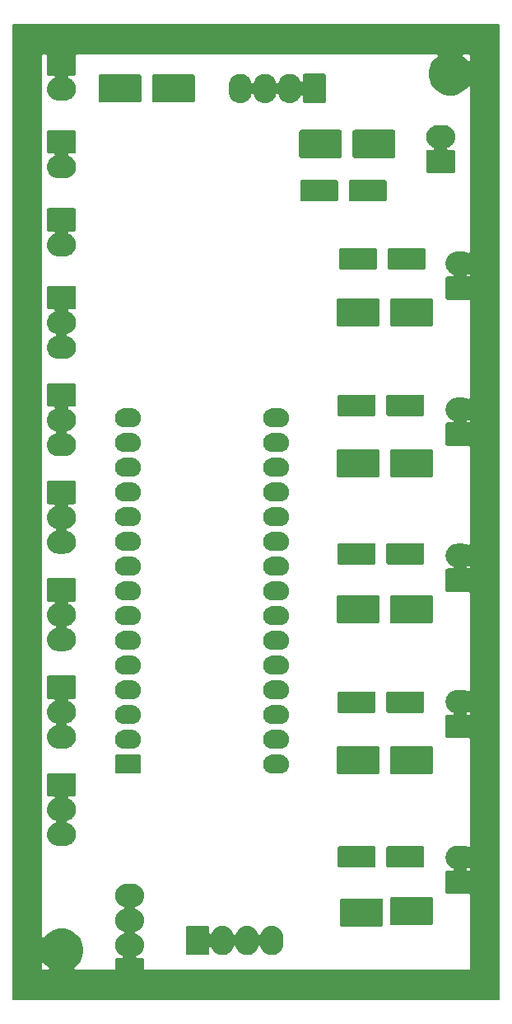
<source format=gbs>
G04 #@! TF.GenerationSoftware,KiCad,Pcbnew,7.0.7*
G04 #@! TF.CreationDate,2024-01-02T20:56:29+01:00*
G04 #@! TF.ProjectId,ventirad,76656e74-6972-4616-942e-6b696361645f,rev?*
G04 #@! TF.SameCoordinates,Original*
G04 #@! TF.FileFunction,Soldermask,Bot*
G04 #@! TF.FilePolarity,Negative*
%FSLAX46Y46*%
G04 Gerber Fmt 4.6, Leading zero omitted, Abs format (unit mm)*
G04 Created by KiCad (PCBNEW 7.0.7) date 2024-01-02 20:56:29*
%MOMM*%
%LPD*%
G01*
G04 APERTURE LIST*
G04 #@! TA.AperFunction,Profile*
%ADD10C,0.150000*%
G04 #@! TD*
G04 APERTURE END LIST*
G36*
X127016043Y-152503191D02*
G01*
X127048727Y-152507494D01*
X127056948Y-152511327D01*
X127076537Y-152515224D01*
X127102480Y-152532559D01*
X127113608Y-152537748D01*
X127120378Y-152544518D01*
X127141421Y-152558579D01*
X127155481Y-152579621D01*
X127162251Y-152586391D01*
X127167438Y-152597516D01*
X127184776Y-152623463D01*
X127188672Y-152643053D01*
X127192505Y-152651272D01*
X127196806Y-152683945D01*
X127200000Y-152700000D01*
X127200000Y-153282617D01*
X127395887Y-153326045D01*
X127416939Y-153280898D01*
X127421033Y-153266510D01*
X127462207Y-153183821D01*
X127501182Y-153100239D01*
X127510334Y-153087167D01*
X127519739Y-153068281D01*
X127572228Y-152998774D01*
X127621109Y-152928965D01*
X127636779Y-152913294D01*
X127653189Y-152891565D01*
X127713384Y-152836689D01*
X127768965Y-152781109D01*
X127792199Y-152764840D01*
X127816838Y-152742379D01*
X127881115Y-152702580D01*
X127940234Y-152661185D01*
X127971574Y-152646570D01*
X128005114Y-152625804D01*
X128070092Y-152600631D01*
X128129740Y-152572817D01*
X128169139Y-152562259D01*
X128211604Y-152545809D01*
X128274213Y-152534105D01*
X128331707Y-152518700D01*
X128378547Y-152514602D01*
X128429278Y-152505119D01*
X128486941Y-152505119D01*
X128540000Y-152500477D01*
X128593059Y-152505119D01*
X128650722Y-152505119D01*
X128701452Y-152514602D01*
X128748292Y-152518700D01*
X128805782Y-152534104D01*
X128868396Y-152545809D01*
X128910862Y-152562260D01*
X128950259Y-152572817D01*
X129009906Y-152600630D01*
X129074886Y-152625804D01*
X129108422Y-152646569D01*
X129139763Y-152661183D01*
X129198877Y-152702576D01*
X129263162Y-152742379D01*
X129287805Y-152764844D01*
X129311036Y-152781111D01*
X129366603Y-152836678D01*
X129426811Y-152891565D01*
X129443223Y-152913298D01*
X129458890Y-152928965D01*
X129507760Y-152998759D01*
X129560261Y-153068281D01*
X129569666Y-153087170D01*
X129578814Y-153100234D01*
X129617763Y-153183761D01*
X129658967Y-153266510D01*
X129663064Y-153280910D01*
X129667182Y-153289741D01*
X129693143Y-153386629D01*
X129715380Y-153464781D01*
X129904620Y-153464781D01*
X129926848Y-153386656D01*
X129952817Y-153289741D01*
X129956937Y-153280904D01*
X129961033Y-153266510D01*
X130002221Y-153183792D01*
X130041185Y-153100234D01*
X130050335Y-153087165D01*
X130059739Y-153068281D01*
X130112225Y-152998777D01*
X130161109Y-152928965D01*
X130176779Y-152913294D01*
X130193189Y-152891565D01*
X130253384Y-152836689D01*
X130308965Y-152781109D01*
X130332199Y-152764840D01*
X130356838Y-152742379D01*
X130421115Y-152702580D01*
X130480234Y-152661185D01*
X130511574Y-152646570D01*
X130545114Y-152625804D01*
X130610092Y-152600631D01*
X130669740Y-152572817D01*
X130709139Y-152562259D01*
X130751604Y-152545809D01*
X130814213Y-152534105D01*
X130871707Y-152518700D01*
X130918547Y-152514602D01*
X130969278Y-152505119D01*
X131026941Y-152505119D01*
X131080000Y-152500477D01*
X131133059Y-152505119D01*
X131190722Y-152505119D01*
X131241452Y-152514602D01*
X131288292Y-152518700D01*
X131345782Y-152534104D01*
X131408396Y-152545809D01*
X131450862Y-152562260D01*
X131490259Y-152572817D01*
X131549906Y-152600630D01*
X131614886Y-152625804D01*
X131648422Y-152646569D01*
X131679763Y-152661183D01*
X131738877Y-152702576D01*
X131803162Y-152742379D01*
X131827805Y-152764844D01*
X131851036Y-152781111D01*
X131906603Y-152836678D01*
X131966811Y-152891565D01*
X131983223Y-152913298D01*
X131998890Y-152928965D01*
X132047760Y-152998759D01*
X132100261Y-153068281D01*
X132109666Y-153087170D01*
X132118814Y-153100234D01*
X132157763Y-153183761D01*
X132198967Y-153266510D01*
X132203064Y-153280910D01*
X132207182Y-153289741D01*
X132233143Y-153386629D01*
X132255380Y-153464781D01*
X132444620Y-153464781D01*
X132466848Y-153386656D01*
X132492817Y-153289741D01*
X132496937Y-153280904D01*
X132501033Y-153266510D01*
X132542221Y-153183792D01*
X132581185Y-153100234D01*
X132590335Y-153087165D01*
X132599739Y-153068281D01*
X132652225Y-152998777D01*
X132701109Y-152928965D01*
X132716779Y-152913294D01*
X132733189Y-152891565D01*
X132793384Y-152836689D01*
X132848965Y-152781109D01*
X132872199Y-152764840D01*
X132896838Y-152742379D01*
X132961115Y-152702580D01*
X133020234Y-152661185D01*
X133051574Y-152646570D01*
X133085114Y-152625804D01*
X133150092Y-152600631D01*
X133209740Y-152572817D01*
X133249139Y-152562259D01*
X133291604Y-152545809D01*
X133354213Y-152534105D01*
X133411707Y-152518700D01*
X133458548Y-152514601D01*
X133509278Y-152505119D01*
X133566940Y-152505119D01*
X133619999Y-152500477D01*
X133673058Y-152505119D01*
X133730722Y-152505119D01*
X133781452Y-152514602D01*
X133828292Y-152518700D01*
X133885782Y-152534104D01*
X133948396Y-152545809D01*
X133990862Y-152562260D01*
X134030259Y-152572817D01*
X134089906Y-152600630D01*
X134154886Y-152625804D01*
X134188422Y-152646569D01*
X134219763Y-152661183D01*
X134278877Y-152702576D01*
X134343162Y-152742379D01*
X134367805Y-152764844D01*
X134391036Y-152781111D01*
X134446603Y-152836678D01*
X134506811Y-152891565D01*
X134523223Y-152913298D01*
X134538890Y-152928965D01*
X134587760Y-152998759D01*
X134640261Y-153068281D01*
X134649666Y-153087170D01*
X134658814Y-153100234D01*
X134697766Y-153183767D01*
X134738967Y-153266510D01*
X134743063Y-153280907D01*
X134747182Y-153289740D01*
X134773138Y-153386609D01*
X134799568Y-153479501D01*
X134800381Y-153488284D01*
X134801299Y-153491707D01*
X134811449Y-153607725D01*
X134820000Y-153700000D01*
X134820000Y-154300000D01*
X134811448Y-154392291D01*
X134801299Y-154508292D01*
X134800382Y-154511714D01*
X134799568Y-154520499D01*
X134773133Y-154613407D01*
X134747182Y-154710259D01*
X134743064Y-154719089D01*
X134738967Y-154733490D01*
X134697759Y-154816247D01*
X134658814Y-154899765D01*
X134649668Y-154912826D01*
X134640261Y-154931719D01*
X134587751Y-155001253D01*
X134538890Y-155071034D01*
X134523226Y-155086697D01*
X134506811Y-155108435D01*
X134446592Y-155163331D01*
X134391034Y-155218890D01*
X134367808Y-155235152D01*
X134343162Y-155257621D01*
X134278863Y-155297432D01*
X134219765Y-155338814D01*
X134188435Y-155353423D01*
X134154886Y-155374196D01*
X134089889Y-155399375D01*
X134030259Y-155427182D01*
X133990871Y-155437735D01*
X133948396Y-155454191D01*
X133885770Y-155465897D01*
X133828292Y-155481299D01*
X133781462Y-155485395D01*
X133730722Y-155494881D01*
X133673047Y-155494881D01*
X133619999Y-155499522D01*
X133566952Y-155494881D01*
X133509278Y-155494881D01*
X133458538Y-155485396D01*
X133411707Y-155481299D01*
X133354226Y-155465896D01*
X133291604Y-155454191D01*
X133249131Y-155437736D01*
X133209740Y-155427182D01*
X133150100Y-155399372D01*
X133085114Y-155374196D01*
X133051573Y-155353428D01*
X133020236Y-155338816D01*
X132961125Y-155297426D01*
X132896838Y-155257621D01*
X132872192Y-155235153D01*
X132848963Y-155218888D01*
X132793396Y-155163321D01*
X132733189Y-155108435D01*
X132716776Y-155086701D01*
X132701109Y-155071034D01*
X132652235Y-155001234D01*
X132599739Y-154931719D01*
X132590333Y-154912830D01*
X132581185Y-154899765D01*
X132542225Y-154816215D01*
X132501033Y-154733490D01*
X132496937Y-154719094D01*
X132492817Y-154710259D01*
X132466851Y-154613352D01*
X132444620Y-154535218D01*
X132255380Y-154535218D01*
X132233141Y-154613379D01*
X132207182Y-154710259D01*
X132203064Y-154719089D01*
X132198967Y-154733490D01*
X132157759Y-154816247D01*
X132118814Y-154899765D01*
X132109668Y-154912826D01*
X132100261Y-154931719D01*
X132047751Y-155001253D01*
X131998890Y-155071034D01*
X131983226Y-155086697D01*
X131966811Y-155108435D01*
X131906592Y-155163331D01*
X131851034Y-155218890D01*
X131827808Y-155235152D01*
X131803162Y-155257621D01*
X131738863Y-155297432D01*
X131679765Y-155338814D01*
X131648435Y-155353423D01*
X131614886Y-155374196D01*
X131549889Y-155399375D01*
X131490259Y-155427182D01*
X131450871Y-155437735D01*
X131408396Y-155454191D01*
X131345770Y-155465897D01*
X131288292Y-155481299D01*
X131241462Y-155485395D01*
X131190722Y-155494881D01*
X131133047Y-155494881D01*
X131080000Y-155499522D01*
X131026952Y-155494881D01*
X130969278Y-155494881D01*
X130918537Y-155485396D01*
X130871707Y-155481299D01*
X130814226Y-155465896D01*
X130751604Y-155454191D01*
X130709131Y-155437736D01*
X130669740Y-155427182D01*
X130610100Y-155399372D01*
X130545114Y-155374196D01*
X130511573Y-155353428D01*
X130480236Y-155338816D01*
X130421125Y-155297426D01*
X130356838Y-155257621D01*
X130332192Y-155235153D01*
X130308963Y-155218888D01*
X130253396Y-155163321D01*
X130193189Y-155108435D01*
X130176776Y-155086701D01*
X130161109Y-155071034D01*
X130112235Y-155001234D01*
X130059739Y-154931719D01*
X130050333Y-154912830D01*
X130041185Y-154899765D01*
X130002225Y-154816215D01*
X129961033Y-154733490D01*
X129956937Y-154719094D01*
X129952817Y-154710259D01*
X129926851Y-154613352D01*
X129904620Y-154535218D01*
X129715380Y-154535218D01*
X129693141Y-154613379D01*
X129667182Y-154710259D01*
X129663064Y-154719089D01*
X129658967Y-154733490D01*
X129617759Y-154816247D01*
X129578814Y-154899765D01*
X129569668Y-154912826D01*
X129560261Y-154931719D01*
X129507751Y-155001253D01*
X129458890Y-155071034D01*
X129443226Y-155086697D01*
X129426811Y-155108435D01*
X129366592Y-155163331D01*
X129311034Y-155218890D01*
X129287808Y-155235152D01*
X129263162Y-155257621D01*
X129198863Y-155297432D01*
X129139765Y-155338814D01*
X129108435Y-155353423D01*
X129074886Y-155374196D01*
X129009889Y-155399375D01*
X128950259Y-155427182D01*
X128910871Y-155437735D01*
X128868396Y-155454191D01*
X128805770Y-155465897D01*
X128748292Y-155481299D01*
X128701462Y-155485395D01*
X128650722Y-155494881D01*
X128593047Y-155494881D01*
X128540000Y-155499522D01*
X128486952Y-155494881D01*
X128429278Y-155494881D01*
X128378537Y-155485396D01*
X128331707Y-155481299D01*
X128274226Y-155465896D01*
X128211604Y-155454191D01*
X128169131Y-155437736D01*
X128129740Y-155427182D01*
X128070100Y-155399372D01*
X128005114Y-155374196D01*
X127971573Y-155353428D01*
X127940236Y-155338816D01*
X127881125Y-155297426D01*
X127816838Y-155257621D01*
X127792192Y-155235153D01*
X127768963Y-155218888D01*
X127713396Y-155163321D01*
X127653189Y-155108435D01*
X127636776Y-155086701D01*
X127621109Y-155071034D01*
X127572237Y-155001238D01*
X127519739Y-154931719D01*
X127510332Y-154912828D01*
X127501182Y-154899760D01*
X127462211Y-154816188D01*
X127421033Y-154733490D01*
X127416938Y-154719100D01*
X127395887Y-154673955D01*
X127200000Y-154717382D01*
X127200000Y-155300000D01*
X127196805Y-155316057D01*
X127192505Y-155348727D01*
X127188673Y-155356944D01*
X127184776Y-155376537D01*
X127167437Y-155402485D01*
X127162251Y-155413608D01*
X127155483Y-155420375D01*
X127141421Y-155441421D01*
X127120375Y-155455483D01*
X127113608Y-155462251D01*
X127102485Y-155467437D01*
X127076537Y-155484776D01*
X127056944Y-155488673D01*
X127048727Y-155492505D01*
X127016056Y-155496806D01*
X127000000Y-155500000D01*
X125000000Y-155500000D01*
X124983943Y-155496806D01*
X124951272Y-155492505D01*
X124943053Y-155488672D01*
X124923463Y-155484776D01*
X124897516Y-155467438D01*
X124886391Y-155462251D01*
X124879621Y-155455481D01*
X124858579Y-155441421D01*
X124844518Y-155420378D01*
X124837748Y-155413608D01*
X124832559Y-155402480D01*
X124815224Y-155376537D01*
X124811327Y-155356948D01*
X124807494Y-155348727D01*
X124803190Y-155316041D01*
X124800000Y-155300000D01*
X124800000Y-152700000D01*
X124803190Y-152683958D01*
X124807494Y-152651272D01*
X124811327Y-152643049D01*
X124815224Y-152623463D01*
X124832557Y-152597521D01*
X124837748Y-152586391D01*
X124844520Y-152579618D01*
X124858579Y-152558579D01*
X124879618Y-152544520D01*
X124886391Y-152537748D01*
X124897521Y-152532557D01*
X124923463Y-152515224D01*
X124943049Y-152511327D01*
X124951272Y-152507494D01*
X124983960Y-152503190D01*
X125000000Y-152500000D01*
X127000000Y-152500000D01*
X127016043Y-152503191D01*
G37*
G36*
X144876043Y-149683191D02*
G01*
X144908727Y-149687494D01*
X144916948Y-149691327D01*
X144936537Y-149695224D01*
X144962480Y-149712559D01*
X144973608Y-149717748D01*
X144980378Y-149724518D01*
X145001421Y-149738579D01*
X145015481Y-149759621D01*
X145022251Y-149766391D01*
X145027438Y-149777516D01*
X145044776Y-149803463D01*
X145048672Y-149823053D01*
X145052505Y-149831272D01*
X145056806Y-149863945D01*
X145060000Y-149880000D01*
X145060000Y-152380000D01*
X145056805Y-152396058D01*
X145052505Y-152428727D01*
X145048673Y-152436944D01*
X145044776Y-152456537D01*
X145027437Y-152482485D01*
X145022251Y-152493608D01*
X145015483Y-152500375D01*
X145001421Y-152521421D01*
X144980375Y-152535483D01*
X144973608Y-152542251D01*
X144962485Y-152547437D01*
X144936537Y-152564776D01*
X144916944Y-152568673D01*
X144908727Y-152572505D01*
X144876056Y-152576806D01*
X144860000Y-152580000D01*
X140860000Y-152580000D01*
X140843943Y-152576806D01*
X140811272Y-152572505D01*
X140803053Y-152568672D01*
X140783463Y-152564776D01*
X140757516Y-152547438D01*
X140746391Y-152542251D01*
X140739621Y-152535481D01*
X140718579Y-152521421D01*
X140704518Y-152500378D01*
X140697748Y-152493608D01*
X140692559Y-152482480D01*
X140675224Y-152456537D01*
X140671327Y-152436948D01*
X140667494Y-152428727D01*
X140663190Y-152396041D01*
X140660000Y-152380000D01*
X140660000Y-149880000D01*
X140663190Y-149863958D01*
X140667494Y-149831272D01*
X140671327Y-149823049D01*
X140675224Y-149803463D01*
X140692557Y-149777521D01*
X140697748Y-149766391D01*
X140704520Y-149759618D01*
X140718579Y-149738579D01*
X140739618Y-149724520D01*
X140746391Y-149717748D01*
X140757521Y-149712557D01*
X140783463Y-149695224D01*
X140803049Y-149691327D01*
X140811272Y-149687494D01*
X140843960Y-149683190D01*
X140860000Y-149680000D01*
X144860000Y-149680000D01*
X144876043Y-149683191D01*
G37*
G36*
X150016043Y-149553191D02*
G01*
X150048727Y-149557494D01*
X150056948Y-149561327D01*
X150076537Y-149565224D01*
X150102480Y-149582559D01*
X150113608Y-149587748D01*
X150120378Y-149594518D01*
X150141421Y-149608579D01*
X150155481Y-149629621D01*
X150162251Y-149636391D01*
X150167438Y-149647516D01*
X150184776Y-149673463D01*
X150188672Y-149693053D01*
X150192505Y-149701272D01*
X150196806Y-149733945D01*
X150200000Y-149750000D01*
X150200000Y-152250000D01*
X150196805Y-152266058D01*
X150192505Y-152298727D01*
X150188673Y-152306944D01*
X150184776Y-152326537D01*
X150167437Y-152352485D01*
X150162251Y-152363608D01*
X150155483Y-152370375D01*
X150141421Y-152391421D01*
X150120375Y-152405483D01*
X150113608Y-152412251D01*
X150102485Y-152417437D01*
X150076537Y-152434776D01*
X150056944Y-152438673D01*
X150048727Y-152442505D01*
X150016056Y-152446806D01*
X150000000Y-152450000D01*
X146000000Y-152450000D01*
X145983943Y-152446806D01*
X145951272Y-152442505D01*
X145943053Y-152438672D01*
X145923463Y-152434776D01*
X145897516Y-152417438D01*
X145886391Y-152412251D01*
X145879621Y-152405481D01*
X145858579Y-152391421D01*
X145844518Y-152370378D01*
X145837748Y-152363608D01*
X145832559Y-152352480D01*
X145815224Y-152326537D01*
X145811327Y-152306948D01*
X145807494Y-152298727D01*
X145803190Y-152266041D01*
X145800000Y-152250000D01*
X145800000Y-149750000D01*
X145803190Y-149733958D01*
X145807494Y-149701272D01*
X145811327Y-149693049D01*
X145815224Y-149673463D01*
X145832557Y-149647521D01*
X145837748Y-149636391D01*
X145844520Y-149629618D01*
X145858579Y-149608579D01*
X145879618Y-149594520D01*
X145886391Y-149587748D01*
X145897521Y-149582557D01*
X145923463Y-149565224D01*
X145943049Y-149561327D01*
X145951272Y-149557494D01*
X145983960Y-149553190D01*
X146000000Y-149550000D01*
X150000000Y-149550000D01*
X150016043Y-149553191D01*
G37*
G36*
X144126743Y-144317761D02*
G01*
X144159427Y-144322064D01*
X144167648Y-144325897D01*
X144187237Y-144329794D01*
X144213180Y-144347129D01*
X144224308Y-144352318D01*
X144231078Y-144359088D01*
X144252121Y-144373149D01*
X144266181Y-144394191D01*
X144272951Y-144400961D01*
X144278138Y-144412086D01*
X144295476Y-144438033D01*
X144299372Y-144457623D01*
X144303205Y-144465842D01*
X144307506Y-144498515D01*
X144310700Y-144514570D01*
X144310700Y-146315430D01*
X144307505Y-146331488D01*
X144303205Y-146364157D01*
X144299373Y-146372374D01*
X144295476Y-146391967D01*
X144278137Y-146417915D01*
X144272951Y-146429038D01*
X144266183Y-146435805D01*
X144252121Y-146456851D01*
X144231075Y-146470913D01*
X144224308Y-146477681D01*
X144213185Y-146482867D01*
X144187237Y-146500206D01*
X144167644Y-146504103D01*
X144159427Y-146507935D01*
X144126756Y-146512236D01*
X144110700Y-146515430D01*
X140610580Y-146515430D01*
X140594523Y-146512236D01*
X140561852Y-146507935D01*
X140553633Y-146504102D01*
X140534043Y-146500206D01*
X140508096Y-146482868D01*
X140496971Y-146477681D01*
X140490201Y-146470911D01*
X140469159Y-146456851D01*
X140455098Y-146435808D01*
X140448328Y-146429038D01*
X140443139Y-146417910D01*
X140425804Y-146391967D01*
X140421907Y-146372378D01*
X140418074Y-146364157D01*
X140413770Y-146331471D01*
X140410580Y-146315430D01*
X140410580Y-144514570D01*
X140413770Y-144498528D01*
X140418074Y-144465842D01*
X140421907Y-144457619D01*
X140425804Y-144438033D01*
X140443137Y-144412091D01*
X140448328Y-144400961D01*
X140455100Y-144394188D01*
X140469159Y-144373149D01*
X140490198Y-144359090D01*
X140496971Y-144352318D01*
X140508101Y-144347127D01*
X140534043Y-144329794D01*
X140553629Y-144325897D01*
X140561852Y-144322064D01*
X140594540Y-144317760D01*
X140610580Y-144314570D01*
X144110700Y-144314570D01*
X144126743Y-144317761D01*
G37*
G36*
X149125463Y-144317761D02*
G01*
X149158147Y-144322064D01*
X149166368Y-144325897D01*
X149185957Y-144329794D01*
X149211900Y-144347129D01*
X149223028Y-144352318D01*
X149229798Y-144359088D01*
X149250841Y-144373149D01*
X149264901Y-144394191D01*
X149271671Y-144400961D01*
X149276858Y-144412086D01*
X149294196Y-144438033D01*
X149298092Y-144457623D01*
X149301925Y-144465842D01*
X149306226Y-144498515D01*
X149309420Y-144514570D01*
X149309420Y-146315430D01*
X149306225Y-146331488D01*
X149301925Y-146364157D01*
X149298093Y-146372374D01*
X149294196Y-146391967D01*
X149276857Y-146417915D01*
X149271671Y-146429038D01*
X149264903Y-146435805D01*
X149250841Y-146456851D01*
X149229795Y-146470913D01*
X149223028Y-146477681D01*
X149211905Y-146482867D01*
X149185957Y-146500206D01*
X149166364Y-146504103D01*
X149158147Y-146507935D01*
X149125476Y-146512236D01*
X149109420Y-146515430D01*
X145609300Y-146515430D01*
X145593243Y-146512236D01*
X145560572Y-146507935D01*
X145552353Y-146504102D01*
X145532763Y-146500206D01*
X145506816Y-146482868D01*
X145495691Y-146477681D01*
X145488921Y-146470911D01*
X145467879Y-146456851D01*
X145453818Y-146435808D01*
X145447048Y-146429038D01*
X145441859Y-146417910D01*
X145424524Y-146391967D01*
X145420627Y-146372378D01*
X145416794Y-146364157D01*
X145412490Y-146331471D01*
X145409300Y-146315430D01*
X145409300Y-144514570D01*
X145412490Y-144498528D01*
X145416794Y-144465842D01*
X145420627Y-144457619D01*
X145424524Y-144438033D01*
X145441857Y-144412091D01*
X145447048Y-144400961D01*
X145453820Y-144394188D01*
X145467879Y-144373149D01*
X145488918Y-144359090D01*
X145495691Y-144352318D01*
X145506821Y-144347127D01*
X145532763Y-144329794D01*
X145552349Y-144325897D01*
X145560572Y-144322064D01*
X145593260Y-144317760D01*
X145609300Y-144314570D01*
X149109420Y-144314570D01*
X149125463Y-144317761D01*
G37*
G36*
X113316043Y-136803191D02*
G01*
X113348727Y-136807494D01*
X113356948Y-136811327D01*
X113376537Y-136815224D01*
X113402480Y-136832559D01*
X113413608Y-136837748D01*
X113420378Y-136844518D01*
X113441421Y-136858579D01*
X113455481Y-136879621D01*
X113462251Y-136886391D01*
X113467438Y-136897516D01*
X113484776Y-136923463D01*
X113488672Y-136943053D01*
X113492505Y-136951272D01*
X113496806Y-136983945D01*
X113500000Y-137000000D01*
X113500000Y-139000000D01*
X113496805Y-139016058D01*
X113492505Y-139048727D01*
X113488673Y-139056944D01*
X113484776Y-139076537D01*
X113467437Y-139102485D01*
X113462251Y-139113608D01*
X113455483Y-139120375D01*
X113441421Y-139141421D01*
X113420375Y-139155483D01*
X113413608Y-139162251D01*
X113402485Y-139167437D01*
X113376537Y-139184776D01*
X113356944Y-139188673D01*
X113348727Y-139192505D01*
X113316055Y-139196806D01*
X113300000Y-139200000D01*
X112717382Y-139200000D01*
X112673954Y-139395888D01*
X112719093Y-139416936D01*
X112733490Y-139421033D01*
X112816218Y-139462226D01*
X112899765Y-139501185D01*
X112912830Y-139510333D01*
X112931719Y-139519739D01*
X113001234Y-139572235D01*
X113071034Y-139621109D01*
X113086701Y-139636776D01*
X113108435Y-139653189D01*
X113163321Y-139713396D01*
X113218890Y-139768965D01*
X113235155Y-139792194D01*
X113257621Y-139816838D01*
X113297427Y-139881128D01*
X113338814Y-139940234D01*
X113353425Y-139971567D01*
X113374196Y-140005114D01*
X113399373Y-140070104D01*
X113427182Y-140129740D01*
X113437736Y-140169131D01*
X113454191Y-140211604D01*
X113465896Y-140274226D01*
X113481299Y-140331707D01*
X113485396Y-140378537D01*
X113494881Y-140429278D01*
X113494881Y-140486952D01*
X113499522Y-140540000D01*
X113494881Y-140593047D01*
X113494881Y-140650722D01*
X113485395Y-140701462D01*
X113481299Y-140748292D01*
X113465897Y-140805770D01*
X113454191Y-140868396D01*
X113437735Y-140910871D01*
X113427182Y-140950259D01*
X113399374Y-141009893D01*
X113374196Y-141074886D01*
X113353426Y-141108429D01*
X113338816Y-141139763D01*
X113297431Y-141198865D01*
X113257621Y-141263162D01*
X113235150Y-141287810D01*
X113218888Y-141311036D01*
X113163331Y-141366592D01*
X113108435Y-141426811D01*
X113086697Y-141443226D01*
X113071034Y-141458890D01*
X113001253Y-141507751D01*
X112931719Y-141560261D01*
X112912826Y-141569668D01*
X112899765Y-141578814D01*
X112816247Y-141617759D01*
X112733490Y-141658967D01*
X112719089Y-141663064D01*
X112710259Y-141667182D01*
X112613379Y-141693141D01*
X112535218Y-141715380D01*
X112535218Y-141904619D01*
X112613352Y-141926851D01*
X112710259Y-141952817D01*
X112719094Y-141956937D01*
X112733490Y-141961033D01*
X112816215Y-142002225D01*
X112899765Y-142041185D01*
X112912830Y-142050333D01*
X112931719Y-142059739D01*
X113001234Y-142112235D01*
X113071034Y-142161109D01*
X113086701Y-142176776D01*
X113108435Y-142193189D01*
X113163321Y-142253396D01*
X113218890Y-142308965D01*
X113235155Y-142332194D01*
X113257621Y-142356838D01*
X113297427Y-142421128D01*
X113338814Y-142480234D01*
X113353425Y-142511567D01*
X113374196Y-142545114D01*
X113399373Y-142610104D01*
X113427182Y-142669740D01*
X113437736Y-142709131D01*
X113454191Y-142751604D01*
X113465896Y-142814226D01*
X113481299Y-142871707D01*
X113485396Y-142918537D01*
X113494881Y-142969278D01*
X113494881Y-143026952D01*
X113499522Y-143080000D01*
X113494881Y-143133047D01*
X113494881Y-143190722D01*
X113485395Y-143241462D01*
X113481299Y-143288292D01*
X113465897Y-143345770D01*
X113454191Y-143408396D01*
X113437735Y-143450871D01*
X113427182Y-143490259D01*
X113399374Y-143549893D01*
X113374196Y-143614886D01*
X113353426Y-143648429D01*
X113338816Y-143679763D01*
X113297431Y-143738865D01*
X113257621Y-143803162D01*
X113235150Y-143827810D01*
X113218888Y-143851036D01*
X113163331Y-143906592D01*
X113108435Y-143966811D01*
X113086697Y-143983226D01*
X113071034Y-143998890D01*
X113001253Y-144047751D01*
X112931719Y-144100261D01*
X112912826Y-144109668D01*
X112899765Y-144118814D01*
X112816247Y-144157759D01*
X112733490Y-144198967D01*
X112719089Y-144203064D01*
X112710259Y-144207182D01*
X112613407Y-144233133D01*
X112520499Y-144259568D01*
X112511714Y-144260382D01*
X112508292Y-144261299D01*
X112392282Y-144271448D01*
X112300000Y-144280000D01*
X112294546Y-144280000D01*
X111705454Y-144280000D01*
X111700000Y-144280000D01*
X111607725Y-144271449D01*
X111491707Y-144261299D01*
X111488284Y-144260381D01*
X111479501Y-144259568D01*
X111386609Y-144233138D01*
X111289740Y-144207182D01*
X111280907Y-144203063D01*
X111266510Y-144198967D01*
X111183767Y-144157766D01*
X111100234Y-144118814D01*
X111087170Y-144109666D01*
X111068281Y-144100261D01*
X110998759Y-144047760D01*
X110928965Y-143998890D01*
X110913298Y-143983223D01*
X110891565Y-143966811D01*
X110836678Y-143906603D01*
X110781109Y-143851034D01*
X110764843Y-143827803D01*
X110742379Y-143803162D01*
X110702574Y-143738875D01*
X110661185Y-143679765D01*
X110646572Y-143648428D01*
X110625804Y-143614886D01*
X110600628Y-143549901D01*
X110572817Y-143490259D01*
X110562260Y-143450862D01*
X110545809Y-143408396D01*
X110534104Y-143345782D01*
X110518700Y-143288292D01*
X110514602Y-143241452D01*
X110505119Y-143190722D01*
X110505119Y-143133058D01*
X110500477Y-143080000D01*
X110505119Y-143026940D01*
X110505119Y-142969278D01*
X110514602Y-142918547D01*
X110518700Y-142871707D01*
X110534105Y-142814213D01*
X110545809Y-142751604D01*
X110562259Y-142709139D01*
X110572817Y-142669740D01*
X110600632Y-142610087D01*
X110625804Y-142545114D01*
X110646567Y-142511580D01*
X110661183Y-142480236D01*
X110702581Y-142421113D01*
X110742379Y-142356838D01*
X110764841Y-142332197D01*
X110781111Y-142308963D01*
X110836689Y-142253384D01*
X110891565Y-142193189D01*
X110913294Y-142176779D01*
X110928965Y-142161109D01*
X110998777Y-142112225D01*
X111068281Y-142059739D01*
X111087165Y-142050335D01*
X111100234Y-142041185D01*
X111183792Y-142002221D01*
X111266510Y-141961033D01*
X111280904Y-141956937D01*
X111289741Y-141952817D01*
X111386656Y-141926848D01*
X111464781Y-141904620D01*
X111464781Y-141715379D01*
X111386629Y-141693143D01*
X111289741Y-141667182D01*
X111280910Y-141663064D01*
X111266510Y-141658967D01*
X111183761Y-141617763D01*
X111100234Y-141578814D01*
X111087170Y-141569666D01*
X111068281Y-141560261D01*
X110998759Y-141507760D01*
X110928965Y-141458890D01*
X110913298Y-141443223D01*
X110891565Y-141426811D01*
X110836678Y-141366603D01*
X110781109Y-141311034D01*
X110764843Y-141287803D01*
X110742379Y-141263162D01*
X110702574Y-141198875D01*
X110661185Y-141139765D01*
X110646572Y-141108428D01*
X110625804Y-141074886D01*
X110600628Y-141009901D01*
X110572817Y-140950259D01*
X110562260Y-140910862D01*
X110545809Y-140868396D01*
X110534104Y-140805782D01*
X110518700Y-140748292D01*
X110514602Y-140701452D01*
X110505119Y-140650722D01*
X110505119Y-140593058D01*
X110500477Y-140540000D01*
X110505119Y-140486940D01*
X110505119Y-140429278D01*
X110514602Y-140378547D01*
X110518700Y-140331707D01*
X110534105Y-140274213D01*
X110545809Y-140211604D01*
X110562259Y-140169139D01*
X110572817Y-140129740D01*
X110600632Y-140070087D01*
X110625804Y-140005114D01*
X110646567Y-139971580D01*
X110661183Y-139940236D01*
X110702581Y-139881113D01*
X110742379Y-139816838D01*
X110764841Y-139792197D01*
X110781111Y-139768963D01*
X110836689Y-139713384D01*
X110891565Y-139653189D01*
X110913294Y-139636779D01*
X110928965Y-139621109D01*
X110998774Y-139572228D01*
X111068281Y-139519739D01*
X111087167Y-139510334D01*
X111100239Y-139501182D01*
X111183826Y-139462204D01*
X111266510Y-139421033D01*
X111280896Y-139416939D01*
X111326044Y-139395887D01*
X111282616Y-139200000D01*
X110700000Y-139200000D01*
X110683944Y-139196806D01*
X110651272Y-139192505D01*
X110643053Y-139188672D01*
X110623463Y-139184776D01*
X110597516Y-139167438D01*
X110586391Y-139162251D01*
X110579621Y-139155481D01*
X110558579Y-139141421D01*
X110544518Y-139120378D01*
X110537748Y-139113608D01*
X110532559Y-139102480D01*
X110515224Y-139076537D01*
X110511327Y-139056948D01*
X110507494Y-139048727D01*
X110503190Y-139016041D01*
X110500000Y-139000000D01*
X110500000Y-137000000D01*
X110503190Y-136983958D01*
X110507494Y-136951272D01*
X110511327Y-136943049D01*
X110515224Y-136923463D01*
X110532557Y-136897521D01*
X110537748Y-136886391D01*
X110544520Y-136879618D01*
X110558579Y-136858579D01*
X110579618Y-136844520D01*
X110586391Y-136837748D01*
X110597521Y-136832557D01*
X110623463Y-136815224D01*
X110643049Y-136811327D01*
X110651272Y-136807494D01*
X110683960Y-136803190D01*
X110700000Y-136800000D01*
X113300000Y-136800000D01*
X113316043Y-136803191D01*
G37*
G36*
X144516043Y-134053191D02*
G01*
X144548727Y-134057494D01*
X144556948Y-134061327D01*
X144576537Y-134065224D01*
X144602480Y-134082559D01*
X144613608Y-134087748D01*
X144620378Y-134094518D01*
X144641421Y-134108579D01*
X144655481Y-134129621D01*
X144662251Y-134136391D01*
X144667438Y-134147516D01*
X144684776Y-134173463D01*
X144688672Y-134193053D01*
X144692505Y-134201272D01*
X144696806Y-134233945D01*
X144700000Y-134250000D01*
X144700000Y-136750000D01*
X144696805Y-136766058D01*
X144692505Y-136798727D01*
X144688673Y-136806944D01*
X144684776Y-136826537D01*
X144667437Y-136852485D01*
X144662251Y-136863608D01*
X144655483Y-136870375D01*
X144641421Y-136891421D01*
X144620375Y-136905483D01*
X144613608Y-136912251D01*
X144602485Y-136917437D01*
X144576537Y-136934776D01*
X144556944Y-136938673D01*
X144548727Y-136942505D01*
X144516056Y-136946806D01*
X144500000Y-136950000D01*
X140500000Y-136950000D01*
X140483943Y-136946806D01*
X140451272Y-136942505D01*
X140443053Y-136938672D01*
X140423463Y-136934776D01*
X140397516Y-136917438D01*
X140386391Y-136912251D01*
X140379621Y-136905481D01*
X140358579Y-136891421D01*
X140344518Y-136870378D01*
X140337748Y-136863608D01*
X140332559Y-136852480D01*
X140315224Y-136826537D01*
X140311327Y-136806948D01*
X140307494Y-136798727D01*
X140303190Y-136766041D01*
X140300000Y-136750000D01*
X140300000Y-134250000D01*
X140303190Y-134233958D01*
X140307494Y-134201272D01*
X140311327Y-134193049D01*
X140315224Y-134173463D01*
X140332557Y-134147521D01*
X140337748Y-134136391D01*
X140344520Y-134129618D01*
X140358579Y-134108579D01*
X140379618Y-134094520D01*
X140386391Y-134087748D01*
X140397521Y-134082557D01*
X140423463Y-134065224D01*
X140443049Y-134061327D01*
X140451272Y-134057494D01*
X140483960Y-134053190D01*
X140500000Y-134050000D01*
X144500000Y-134050000D01*
X144516043Y-134053191D01*
G37*
G36*
X150016043Y-134053191D02*
G01*
X150048727Y-134057494D01*
X150056948Y-134061327D01*
X150076537Y-134065224D01*
X150102480Y-134082559D01*
X150113608Y-134087748D01*
X150120378Y-134094518D01*
X150141421Y-134108579D01*
X150155481Y-134129621D01*
X150162251Y-134136391D01*
X150167438Y-134147516D01*
X150184776Y-134173463D01*
X150188672Y-134193053D01*
X150192505Y-134201272D01*
X150196806Y-134233945D01*
X150200000Y-134250000D01*
X150200000Y-136750000D01*
X150196805Y-136766058D01*
X150192505Y-136798727D01*
X150188673Y-136806944D01*
X150184776Y-136826537D01*
X150167437Y-136852485D01*
X150162251Y-136863608D01*
X150155483Y-136870375D01*
X150141421Y-136891421D01*
X150120375Y-136905483D01*
X150113608Y-136912251D01*
X150102485Y-136917437D01*
X150076537Y-136934776D01*
X150056944Y-136938673D01*
X150048727Y-136942505D01*
X150016056Y-136946806D01*
X150000000Y-136950000D01*
X146000000Y-136950000D01*
X145983943Y-136946806D01*
X145951272Y-136942505D01*
X145943053Y-136938672D01*
X145923463Y-136934776D01*
X145897516Y-136917438D01*
X145886391Y-136912251D01*
X145879621Y-136905481D01*
X145858579Y-136891421D01*
X145844518Y-136870378D01*
X145837748Y-136863608D01*
X145832559Y-136852480D01*
X145815224Y-136826537D01*
X145811327Y-136806948D01*
X145807494Y-136798727D01*
X145803190Y-136766041D01*
X145800000Y-136750000D01*
X145800000Y-134250000D01*
X145803190Y-134233958D01*
X145807494Y-134201272D01*
X145811327Y-134193049D01*
X145815224Y-134173463D01*
X145832557Y-134147521D01*
X145837748Y-134136391D01*
X145844520Y-134129618D01*
X145858579Y-134108579D01*
X145879618Y-134094520D01*
X145886391Y-134087748D01*
X145897521Y-134082557D01*
X145923463Y-134065224D01*
X145943049Y-134061327D01*
X145951272Y-134057494D01*
X145983960Y-134053190D01*
X146000000Y-134050000D01*
X150000000Y-134050000D01*
X150016043Y-134053191D01*
G37*
G36*
X119984043Y-134905791D02*
G01*
X120016727Y-134910094D01*
X120024948Y-134913927D01*
X120044537Y-134917824D01*
X120070480Y-134935159D01*
X120081608Y-134940348D01*
X120088378Y-134947118D01*
X120109421Y-134961179D01*
X120123481Y-134982221D01*
X120130251Y-134988991D01*
X120135438Y-135000116D01*
X120152776Y-135026063D01*
X120156672Y-135045653D01*
X120160505Y-135053872D01*
X120164806Y-135086545D01*
X120168000Y-135102600D01*
X120168000Y-136677400D01*
X120164805Y-136693458D01*
X120160505Y-136726127D01*
X120156673Y-136734344D01*
X120152776Y-136753937D01*
X120135437Y-136779885D01*
X120130251Y-136791008D01*
X120123483Y-136797775D01*
X120109421Y-136818821D01*
X120088375Y-136832883D01*
X120081608Y-136839651D01*
X120070485Y-136844837D01*
X120044537Y-136862176D01*
X120024944Y-136866073D01*
X120016727Y-136869905D01*
X119984056Y-136874206D01*
X119968000Y-136877400D01*
X117682000Y-136877400D01*
X117665943Y-136874206D01*
X117633272Y-136869905D01*
X117625053Y-136866072D01*
X117605463Y-136862176D01*
X117579516Y-136844838D01*
X117568391Y-136839651D01*
X117561621Y-136832881D01*
X117540579Y-136818821D01*
X117526518Y-136797778D01*
X117519748Y-136791008D01*
X117514559Y-136779880D01*
X117497224Y-136753937D01*
X117493327Y-136734348D01*
X117489494Y-136726127D01*
X117485190Y-136693441D01*
X117482000Y-136677400D01*
X117482000Y-135102600D01*
X117485190Y-135086558D01*
X117489494Y-135053872D01*
X117493327Y-135045649D01*
X117497224Y-135026063D01*
X117514557Y-135000121D01*
X117519748Y-134988991D01*
X117526520Y-134982218D01*
X117540579Y-134961179D01*
X117561618Y-134947120D01*
X117568391Y-134940348D01*
X117579521Y-134935157D01*
X117605463Y-134917824D01*
X117625049Y-134913927D01*
X117633272Y-134910094D01*
X117665960Y-134905790D01*
X117682000Y-134902600D01*
X119968000Y-134902600D01*
X119984043Y-134905791D01*
G37*
G36*
X134466430Y-134904924D02*
G01*
X134511460Y-134907069D01*
X134512437Y-134907257D01*
X134520494Y-134907666D01*
X134610087Y-134926078D01*
X134698623Y-134943142D01*
X134704426Y-134945465D01*
X134716191Y-134947883D01*
X134795789Y-134982041D01*
X134872789Y-135012867D01*
X134883172Y-135019540D01*
X134899787Y-135026670D01*
X134966273Y-135072945D01*
X135030620Y-135114299D01*
X135043954Y-135127013D01*
X135063765Y-135140802D01*
X135115551Y-135195281D01*
X135166396Y-135243762D01*
X135180611Y-135263724D01*
X135201412Y-135285607D01*
X135238041Y-135344372D01*
X135275222Y-135396586D01*
X135287929Y-135424411D01*
X135307092Y-135455155D01*
X135329067Y-135514491D01*
X135353155Y-135567235D01*
X135361800Y-135602873D01*
X135376479Y-135642506D01*
X135385156Y-135699146D01*
X135397387Y-135749563D01*
X135399420Y-135792258D01*
X135406733Y-135839989D01*
X135404134Y-135891222D01*
X135406313Y-135936951D01*
X135399364Y-135985276D01*
X135396614Y-136039520D01*
X135385262Y-136083359D01*
X135379613Y-136122656D01*
X135361649Y-136174559D01*
X135346536Y-136232929D01*
X135329253Y-136268162D01*
X135318254Y-136299943D01*
X135287734Y-136352804D01*
X135258551Y-136412299D01*
X135238223Y-136438560D01*
X135224449Y-136462418D01*
X135180466Y-136513175D01*
X135136260Y-136570286D01*
X135115643Y-136587985D01*
X135101590Y-136604203D01*
X135043943Y-136649537D01*
X134984670Y-136700422D01*
X134966211Y-136710667D01*
X134954119Y-136720177D01*
X134883311Y-136756680D01*
X134809987Y-136797379D01*
X134795628Y-136801884D01*
X134787371Y-136806141D01*
X134704572Y-136830453D01*
X134619362Y-136857188D01*
X134610428Y-136858096D01*
X134607358Y-136858998D01*
X134512303Y-136868074D01*
X134420600Y-136877400D01*
X134414646Y-136877400D01*
X133712367Y-136877400D01*
X133709400Y-136877400D01*
X133663408Y-136875067D01*
X133618539Y-136872930D01*
X133617568Y-136872742D01*
X133609506Y-136872334D01*
X133519849Y-136853908D01*
X133431376Y-136836857D01*
X133425576Y-136834535D01*
X133413809Y-136832117D01*
X133334189Y-136797949D01*
X133257210Y-136767132D01*
X133246828Y-136760460D01*
X133230213Y-136753330D01*
X133163719Y-136707049D01*
X133099379Y-136665700D01*
X133086045Y-136652986D01*
X133066235Y-136639198D01*
X133014447Y-136584717D01*
X132963603Y-136536237D01*
X132949387Y-136516273D01*
X132928588Y-136494393D01*
X132891960Y-136435630D01*
X132854777Y-136383413D01*
X132842068Y-136355584D01*
X132822908Y-136324845D01*
X132800934Y-136265515D01*
X132776844Y-136212764D01*
X132768197Y-136177120D01*
X132753521Y-136137494D01*
X132744845Y-136080861D01*
X132732612Y-136030436D01*
X132730577Y-135987732D01*
X132723267Y-135940011D01*
X132725864Y-135888787D01*
X132723686Y-135843048D01*
X132730635Y-135794710D01*
X132733386Y-135740480D01*
X132744734Y-135696650D01*
X132750386Y-135657343D01*
X132768354Y-135605424D01*
X132783464Y-135547071D01*
X132800742Y-135511847D01*
X132811745Y-135480056D01*
X132842274Y-135427177D01*
X132871449Y-135367701D01*
X132891770Y-135341447D01*
X132905550Y-135317581D01*
X132949548Y-135266804D01*
X132993740Y-135209714D01*
X133014349Y-135192021D01*
X133028409Y-135175796D01*
X133086081Y-135130441D01*
X133145330Y-135079578D01*
X133163781Y-135069336D01*
X133175880Y-135059822D01*
X133246726Y-135023298D01*
X133320013Y-134982621D01*
X133334364Y-134978118D01*
X133342628Y-134973858D01*
X133425491Y-134949526D01*
X133510638Y-134922812D01*
X133519564Y-134921904D01*
X133522641Y-134921001D01*
X133617785Y-134911916D01*
X133709400Y-134902600D01*
X134420600Y-134902600D01*
X134466430Y-134904924D01*
G37*
G36*
X119226430Y-132364924D02*
G01*
X119271460Y-132367069D01*
X119272437Y-132367257D01*
X119280494Y-132367666D01*
X119370087Y-132386078D01*
X119458623Y-132403142D01*
X119464426Y-132405465D01*
X119476191Y-132407883D01*
X119555789Y-132442041D01*
X119632789Y-132472867D01*
X119643172Y-132479540D01*
X119659787Y-132486670D01*
X119726273Y-132532945D01*
X119790620Y-132574299D01*
X119803954Y-132587013D01*
X119823765Y-132600802D01*
X119875551Y-132655281D01*
X119926396Y-132703762D01*
X119940611Y-132723724D01*
X119961412Y-132745607D01*
X119998041Y-132804372D01*
X120035222Y-132856586D01*
X120047929Y-132884411D01*
X120067092Y-132915155D01*
X120089067Y-132974491D01*
X120113155Y-133027235D01*
X120121800Y-133062873D01*
X120136479Y-133102506D01*
X120145156Y-133159146D01*
X120157387Y-133209563D01*
X120159420Y-133252258D01*
X120166733Y-133299989D01*
X120164134Y-133351222D01*
X120166313Y-133396951D01*
X120159364Y-133445276D01*
X120156614Y-133499520D01*
X120145262Y-133543359D01*
X120139613Y-133582656D01*
X120121649Y-133634559D01*
X120106536Y-133692929D01*
X120089253Y-133728162D01*
X120078254Y-133759943D01*
X120047734Y-133812804D01*
X120018551Y-133872299D01*
X119998223Y-133898560D01*
X119984449Y-133922418D01*
X119940466Y-133973175D01*
X119896260Y-134030286D01*
X119875643Y-134047985D01*
X119861590Y-134064203D01*
X119803943Y-134109537D01*
X119744670Y-134160422D01*
X119726211Y-134170667D01*
X119714119Y-134180177D01*
X119643311Y-134216680D01*
X119569987Y-134257379D01*
X119555628Y-134261884D01*
X119547371Y-134266141D01*
X119464572Y-134290453D01*
X119379362Y-134317188D01*
X119370428Y-134318096D01*
X119367358Y-134318998D01*
X119272303Y-134328074D01*
X119180600Y-134337400D01*
X119174646Y-134337400D01*
X118472367Y-134337400D01*
X118469400Y-134337400D01*
X118423408Y-134335067D01*
X118378539Y-134332930D01*
X118377568Y-134332742D01*
X118369506Y-134332334D01*
X118279849Y-134313908D01*
X118191376Y-134296857D01*
X118185576Y-134294535D01*
X118173809Y-134292117D01*
X118094189Y-134257949D01*
X118017210Y-134227132D01*
X118006828Y-134220460D01*
X117990213Y-134213330D01*
X117923719Y-134167049D01*
X117859379Y-134125700D01*
X117846045Y-134112986D01*
X117826235Y-134099198D01*
X117774447Y-134044717D01*
X117723603Y-133996237D01*
X117709387Y-133976273D01*
X117688588Y-133954393D01*
X117651960Y-133895630D01*
X117614777Y-133843413D01*
X117602068Y-133815584D01*
X117582908Y-133784845D01*
X117560934Y-133725515D01*
X117536844Y-133672764D01*
X117528197Y-133637120D01*
X117513521Y-133597494D01*
X117504845Y-133540861D01*
X117492612Y-133490436D01*
X117490577Y-133447732D01*
X117483267Y-133400011D01*
X117485864Y-133348787D01*
X117483686Y-133303048D01*
X117490635Y-133254710D01*
X117493386Y-133200480D01*
X117504734Y-133156650D01*
X117510386Y-133117343D01*
X117528354Y-133065424D01*
X117543464Y-133007071D01*
X117560742Y-132971847D01*
X117571745Y-132940056D01*
X117602274Y-132887177D01*
X117631449Y-132827701D01*
X117651770Y-132801447D01*
X117665550Y-132777581D01*
X117709548Y-132726804D01*
X117753740Y-132669714D01*
X117774349Y-132652021D01*
X117788409Y-132635796D01*
X117846081Y-132590441D01*
X117905330Y-132539578D01*
X117923781Y-132529336D01*
X117935880Y-132519822D01*
X118006726Y-132483298D01*
X118080013Y-132442621D01*
X118094364Y-132438118D01*
X118102628Y-132433858D01*
X118185491Y-132409526D01*
X118270638Y-132382812D01*
X118279564Y-132381904D01*
X118282641Y-132381001D01*
X118377785Y-132371916D01*
X118469400Y-132362600D01*
X119180600Y-132362600D01*
X119226430Y-132364924D01*
G37*
G36*
X134466430Y-132364924D02*
G01*
X134511460Y-132367069D01*
X134512437Y-132367257D01*
X134520494Y-132367666D01*
X134610087Y-132386078D01*
X134698623Y-132403142D01*
X134704426Y-132405465D01*
X134716191Y-132407883D01*
X134795789Y-132442041D01*
X134872789Y-132472867D01*
X134883172Y-132479540D01*
X134899787Y-132486670D01*
X134966273Y-132532945D01*
X135030620Y-132574299D01*
X135043954Y-132587013D01*
X135063765Y-132600802D01*
X135115551Y-132655281D01*
X135166396Y-132703762D01*
X135180611Y-132723724D01*
X135201412Y-132745607D01*
X135238041Y-132804372D01*
X135275222Y-132856586D01*
X135287929Y-132884411D01*
X135307092Y-132915155D01*
X135329067Y-132974491D01*
X135353155Y-133027235D01*
X135361800Y-133062873D01*
X135376479Y-133102506D01*
X135385156Y-133159146D01*
X135397387Y-133209563D01*
X135399420Y-133252258D01*
X135406733Y-133299989D01*
X135404134Y-133351222D01*
X135406313Y-133396951D01*
X135399364Y-133445276D01*
X135396614Y-133499520D01*
X135385262Y-133543359D01*
X135379613Y-133582656D01*
X135361649Y-133634559D01*
X135346536Y-133692929D01*
X135329253Y-133728162D01*
X135318254Y-133759943D01*
X135287734Y-133812804D01*
X135258551Y-133872299D01*
X135238223Y-133898560D01*
X135224449Y-133922418D01*
X135180466Y-133973175D01*
X135136260Y-134030286D01*
X135115643Y-134047985D01*
X135101590Y-134064203D01*
X135043943Y-134109537D01*
X134984670Y-134160422D01*
X134966211Y-134170667D01*
X134954119Y-134180177D01*
X134883311Y-134216680D01*
X134809987Y-134257379D01*
X134795628Y-134261884D01*
X134787371Y-134266141D01*
X134704572Y-134290453D01*
X134619362Y-134317188D01*
X134610428Y-134318096D01*
X134607358Y-134318998D01*
X134512303Y-134328074D01*
X134420600Y-134337400D01*
X134414646Y-134337400D01*
X133712367Y-134337400D01*
X133709400Y-134337400D01*
X133663408Y-134335067D01*
X133618539Y-134332930D01*
X133617568Y-134332742D01*
X133609506Y-134332334D01*
X133519849Y-134313908D01*
X133431376Y-134296857D01*
X133425576Y-134294535D01*
X133413809Y-134292117D01*
X133334189Y-134257949D01*
X133257210Y-134227132D01*
X133246828Y-134220460D01*
X133230213Y-134213330D01*
X133163719Y-134167049D01*
X133099379Y-134125700D01*
X133086045Y-134112986D01*
X133066235Y-134099198D01*
X133014447Y-134044717D01*
X132963603Y-133996237D01*
X132949387Y-133976273D01*
X132928588Y-133954393D01*
X132891960Y-133895630D01*
X132854777Y-133843413D01*
X132842068Y-133815584D01*
X132822908Y-133784845D01*
X132800934Y-133725515D01*
X132776844Y-133672764D01*
X132768197Y-133637120D01*
X132753521Y-133597494D01*
X132744845Y-133540861D01*
X132732612Y-133490436D01*
X132730577Y-133447732D01*
X132723267Y-133400011D01*
X132725864Y-133348787D01*
X132723686Y-133303048D01*
X132730635Y-133254710D01*
X132733386Y-133200480D01*
X132744734Y-133156650D01*
X132750386Y-133117343D01*
X132768354Y-133065424D01*
X132783464Y-133007071D01*
X132800742Y-132971847D01*
X132811745Y-132940056D01*
X132842274Y-132887177D01*
X132871449Y-132827701D01*
X132891770Y-132801447D01*
X132905550Y-132777581D01*
X132949548Y-132726804D01*
X132993740Y-132669714D01*
X133014349Y-132652021D01*
X133028409Y-132635796D01*
X133086081Y-132590441D01*
X133145330Y-132539578D01*
X133163781Y-132529336D01*
X133175880Y-132519822D01*
X133246726Y-132483298D01*
X133320013Y-132442621D01*
X133334364Y-132438118D01*
X133342628Y-132433858D01*
X133425491Y-132409526D01*
X133510638Y-132382812D01*
X133519564Y-132381904D01*
X133522641Y-132381001D01*
X133617785Y-132371916D01*
X133709400Y-132362600D01*
X134420600Y-132362600D01*
X134466430Y-132364924D01*
G37*
G36*
X113316043Y-126803191D02*
G01*
X113348727Y-126807494D01*
X113356948Y-126811327D01*
X113376537Y-126815224D01*
X113402480Y-126832559D01*
X113413608Y-126837748D01*
X113420378Y-126844518D01*
X113441421Y-126858579D01*
X113455481Y-126879621D01*
X113462251Y-126886391D01*
X113467438Y-126897516D01*
X113484776Y-126923463D01*
X113488672Y-126943053D01*
X113492505Y-126951272D01*
X113496806Y-126983945D01*
X113500000Y-127000000D01*
X113500000Y-129000000D01*
X113496805Y-129016058D01*
X113492505Y-129048727D01*
X113488673Y-129056944D01*
X113484776Y-129076537D01*
X113467437Y-129102485D01*
X113462251Y-129113608D01*
X113455483Y-129120375D01*
X113441421Y-129141421D01*
X113420375Y-129155483D01*
X113413608Y-129162251D01*
X113402485Y-129167437D01*
X113376537Y-129184776D01*
X113356944Y-129188673D01*
X113348727Y-129192505D01*
X113316055Y-129196806D01*
X113300000Y-129200000D01*
X112717382Y-129200000D01*
X112673954Y-129395888D01*
X112719093Y-129416936D01*
X112733490Y-129421033D01*
X112816218Y-129462226D01*
X112899765Y-129501185D01*
X112912830Y-129510333D01*
X112931719Y-129519739D01*
X113001234Y-129572235D01*
X113071034Y-129621109D01*
X113086701Y-129636776D01*
X113108435Y-129653189D01*
X113163321Y-129713396D01*
X113218890Y-129768965D01*
X113235155Y-129792194D01*
X113257621Y-129816838D01*
X113297427Y-129881128D01*
X113338814Y-129940234D01*
X113353425Y-129971567D01*
X113374196Y-130005114D01*
X113399373Y-130070104D01*
X113427182Y-130129740D01*
X113437736Y-130169131D01*
X113454191Y-130211604D01*
X113465896Y-130274226D01*
X113481299Y-130331707D01*
X113485396Y-130378537D01*
X113494881Y-130429278D01*
X113494881Y-130486952D01*
X113499522Y-130540000D01*
X113494881Y-130593047D01*
X113494881Y-130650722D01*
X113485395Y-130701462D01*
X113481299Y-130748292D01*
X113465897Y-130805770D01*
X113454191Y-130868396D01*
X113437735Y-130910871D01*
X113427182Y-130950259D01*
X113399374Y-131009893D01*
X113374196Y-131074886D01*
X113353426Y-131108429D01*
X113338816Y-131139763D01*
X113297431Y-131198865D01*
X113257621Y-131263162D01*
X113235150Y-131287810D01*
X113218888Y-131311036D01*
X113163331Y-131366592D01*
X113108435Y-131426811D01*
X113086697Y-131443226D01*
X113071034Y-131458890D01*
X113001253Y-131507751D01*
X112931719Y-131560261D01*
X112912826Y-131569668D01*
X112899765Y-131578814D01*
X112816247Y-131617759D01*
X112733490Y-131658967D01*
X112719089Y-131663064D01*
X112710259Y-131667182D01*
X112613379Y-131693141D01*
X112535218Y-131715380D01*
X112535218Y-131904619D01*
X112613352Y-131926851D01*
X112710259Y-131952817D01*
X112719094Y-131956937D01*
X112733490Y-131961033D01*
X112816215Y-132002225D01*
X112899765Y-132041185D01*
X112912830Y-132050333D01*
X112931719Y-132059739D01*
X113001234Y-132112235D01*
X113071034Y-132161109D01*
X113086701Y-132176776D01*
X113108435Y-132193189D01*
X113163321Y-132253396D01*
X113218890Y-132308965D01*
X113235155Y-132332194D01*
X113257621Y-132356838D01*
X113297427Y-132421128D01*
X113338814Y-132480234D01*
X113353425Y-132511567D01*
X113374196Y-132545114D01*
X113399373Y-132610104D01*
X113427182Y-132669740D01*
X113437736Y-132709131D01*
X113454191Y-132751604D01*
X113465896Y-132814226D01*
X113481299Y-132871707D01*
X113485396Y-132918537D01*
X113494881Y-132969278D01*
X113494881Y-133026952D01*
X113499522Y-133080000D01*
X113494881Y-133133047D01*
X113494881Y-133190722D01*
X113485395Y-133241462D01*
X113481299Y-133288292D01*
X113465897Y-133345770D01*
X113454191Y-133408396D01*
X113437735Y-133450871D01*
X113427182Y-133490259D01*
X113399374Y-133549893D01*
X113374196Y-133614886D01*
X113353426Y-133648429D01*
X113338816Y-133679763D01*
X113297431Y-133738865D01*
X113257621Y-133803162D01*
X113235150Y-133827810D01*
X113218888Y-133851036D01*
X113163331Y-133906592D01*
X113108435Y-133966811D01*
X113086697Y-133983226D01*
X113071034Y-133998890D01*
X113001253Y-134047751D01*
X112931719Y-134100261D01*
X112912826Y-134109668D01*
X112899765Y-134118814D01*
X112816247Y-134157759D01*
X112733490Y-134198967D01*
X112719089Y-134203064D01*
X112710259Y-134207182D01*
X112613407Y-134233133D01*
X112520499Y-134259568D01*
X112511714Y-134260382D01*
X112508292Y-134261299D01*
X112392282Y-134271448D01*
X112300000Y-134280000D01*
X112294546Y-134280000D01*
X111705454Y-134280000D01*
X111700000Y-134280000D01*
X111607725Y-134271449D01*
X111491707Y-134261299D01*
X111488284Y-134260381D01*
X111479501Y-134259568D01*
X111386609Y-134233138D01*
X111289740Y-134207182D01*
X111280907Y-134203063D01*
X111266510Y-134198967D01*
X111183767Y-134157766D01*
X111100234Y-134118814D01*
X111087170Y-134109666D01*
X111068281Y-134100261D01*
X110998759Y-134047760D01*
X110928965Y-133998890D01*
X110913298Y-133983223D01*
X110891565Y-133966811D01*
X110836678Y-133906603D01*
X110781109Y-133851034D01*
X110764843Y-133827803D01*
X110742379Y-133803162D01*
X110702574Y-133738875D01*
X110661185Y-133679765D01*
X110646572Y-133648428D01*
X110625804Y-133614886D01*
X110600628Y-133549901D01*
X110572817Y-133490259D01*
X110562260Y-133450862D01*
X110545809Y-133408396D01*
X110534104Y-133345782D01*
X110518700Y-133288292D01*
X110514602Y-133241452D01*
X110505119Y-133190722D01*
X110505119Y-133133058D01*
X110500477Y-133080000D01*
X110505119Y-133026940D01*
X110505119Y-132969278D01*
X110514602Y-132918547D01*
X110518700Y-132871707D01*
X110534105Y-132814213D01*
X110545809Y-132751604D01*
X110562259Y-132709139D01*
X110572817Y-132669740D01*
X110600632Y-132610087D01*
X110625804Y-132545114D01*
X110646567Y-132511580D01*
X110661183Y-132480236D01*
X110702581Y-132421113D01*
X110742379Y-132356838D01*
X110764841Y-132332197D01*
X110781111Y-132308963D01*
X110836689Y-132253384D01*
X110891565Y-132193189D01*
X110913294Y-132176779D01*
X110928965Y-132161109D01*
X110998777Y-132112225D01*
X111068281Y-132059739D01*
X111087165Y-132050335D01*
X111100234Y-132041185D01*
X111183792Y-132002221D01*
X111266510Y-131961033D01*
X111280904Y-131956937D01*
X111289741Y-131952817D01*
X111386656Y-131926848D01*
X111464781Y-131904620D01*
X111464781Y-131715379D01*
X111386629Y-131693143D01*
X111289741Y-131667182D01*
X111280910Y-131663064D01*
X111266510Y-131658967D01*
X111183761Y-131617763D01*
X111100234Y-131578814D01*
X111087170Y-131569666D01*
X111068281Y-131560261D01*
X110998759Y-131507760D01*
X110928965Y-131458890D01*
X110913298Y-131443223D01*
X110891565Y-131426811D01*
X110836678Y-131366603D01*
X110781109Y-131311034D01*
X110764843Y-131287803D01*
X110742379Y-131263162D01*
X110702574Y-131198875D01*
X110661185Y-131139765D01*
X110646572Y-131108428D01*
X110625804Y-131074886D01*
X110600628Y-131009901D01*
X110572817Y-130950259D01*
X110562260Y-130910862D01*
X110545809Y-130868396D01*
X110534104Y-130805782D01*
X110518700Y-130748292D01*
X110514602Y-130701452D01*
X110505119Y-130650722D01*
X110505119Y-130593058D01*
X110500477Y-130540000D01*
X110505119Y-130486940D01*
X110505119Y-130429278D01*
X110514602Y-130378547D01*
X110518700Y-130331707D01*
X110534105Y-130274213D01*
X110545809Y-130211604D01*
X110562259Y-130169139D01*
X110572817Y-130129740D01*
X110600632Y-130070087D01*
X110625804Y-130005114D01*
X110646567Y-129971580D01*
X110661183Y-129940236D01*
X110702581Y-129881113D01*
X110742379Y-129816838D01*
X110764841Y-129792197D01*
X110781111Y-129768963D01*
X110836689Y-129713384D01*
X110891565Y-129653189D01*
X110913294Y-129636779D01*
X110928965Y-129621109D01*
X110998774Y-129572228D01*
X111068281Y-129519739D01*
X111087167Y-129510334D01*
X111100239Y-129501182D01*
X111183826Y-129462204D01*
X111266510Y-129421033D01*
X111280896Y-129416939D01*
X111326044Y-129395887D01*
X111282616Y-129200000D01*
X110700000Y-129200000D01*
X110683944Y-129196806D01*
X110651272Y-129192505D01*
X110643053Y-129188672D01*
X110623463Y-129184776D01*
X110597516Y-129167438D01*
X110586391Y-129162251D01*
X110579621Y-129155481D01*
X110558579Y-129141421D01*
X110544518Y-129120378D01*
X110537748Y-129113608D01*
X110532559Y-129102480D01*
X110515224Y-129076537D01*
X110511327Y-129056948D01*
X110507494Y-129048727D01*
X110503190Y-129016041D01*
X110500000Y-129000000D01*
X110500000Y-127000000D01*
X110503190Y-126983958D01*
X110507494Y-126951272D01*
X110511327Y-126943049D01*
X110515224Y-126923463D01*
X110532557Y-126897521D01*
X110537748Y-126886391D01*
X110544520Y-126879618D01*
X110558579Y-126858579D01*
X110579618Y-126844520D01*
X110586391Y-126837748D01*
X110597521Y-126832557D01*
X110623463Y-126815224D01*
X110643049Y-126811327D01*
X110651272Y-126807494D01*
X110683960Y-126803190D01*
X110700000Y-126800000D01*
X113300000Y-126800000D01*
X113316043Y-126803191D01*
G37*
G36*
X119226430Y-129824924D02*
G01*
X119271460Y-129827069D01*
X119272437Y-129827257D01*
X119280494Y-129827666D01*
X119370087Y-129846078D01*
X119458623Y-129863142D01*
X119464426Y-129865465D01*
X119476191Y-129867883D01*
X119555789Y-129902041D01*
X119632789Y-129932867D01*
X119643172Y-129939540D01*
X119659787Y-129946670D01*
X119726273Y-129992945D01*
X119790620Y-130034299D01*
X119803954Y-130047013D01*
X119823765Y-130060802D01*
X119875551Y-130115281D01*
X119926396Y-130163762D01*
X119940611Y-130183724D01*
X119961412Y-130205607D01*
X119998041Y-130264372D01*
X120035222Y-130316586D01*
X120047929Y-130344411D01*
X120067092Y-130375155D01*
X120089067Y-130434491D01*
X120113155Y-130487235D01*
X120121800Y-130522873D01*
X120136479Y-130562506D01*
X120145156Y-130619146D01*
X120157387Y-130669563D01*
X120159420Y-130712258D01*
X120166733Y-130759989D01*
X120164134Y-130811222D01*
X120166313Y-130856951D01*
X120159364Y-130905276D01*
X120156614Y-130959520D01*
X120145262Y-131003359D01*
X120139613Y-131042656D01*
X120121649Y-131094559D01*
X120106536Y-131152929D01*
X120089253Y-131188162D01*
X120078254Y-131219943D01*
X120047734Y-131272804D01*
X120018551Y-131332299D01*
X119998223Y-131358560D01*
X119984449Y-131382418D01*
X119940466Y-131433175D01*
X119896260Y-131490286D01*
X119875643Y-131507985D01*
X119861590Y-131524203D01*
X119803943Y-131569537D01*
X119744670Y-131620422D01*
X119726211Y-131630667D01*
X119714119Y-131640177D01*
X119643311Y-131676680D01*
X119569987Y-131717379D01*
X119555628Y-131721884D01*
X119547371Y-131726141D01*
X119464572Y-131750453D01*
X119379362Y-131777188D01*
X119370428Y-131778096D01*
X119367358Y-131778998D01*
X119272303Y-131788074D01*
X119180600Y-131797400D01*
X119174646Y-131797400D01*
X118472367Y-131797400D01*
X118469400Y-131797400D01*
X118423408Y-131795067D01*
X118378539Y-131792930D01*
X118377568Y-131792742D01*
X118369506Y-131792334D01*
X118279849Y-131773908D01*
X118191376Y-131756857D01*
X118185576Y-131754535D01*
X118173809Y-131752117D01*
X118094189Y-131717949D01*
X118017210Y-131687132D01*
X118006828Y-131680460D01*
X117990213Y-131673330D01*
X117923719Y-131627049D01*
X117859379Y-131585700D01*
X117846045Y-131572986D01*
X117826235Y-131559198D01*
X117774447Y-131504717D01*
X117723603Y-131456237D01*
X117709387Y-131436273D01*
X117688588Y-131414393D01*
X117651960Y-131355630D01*
X117614777Y-131303413D01*
X117602068Y-131275584D01*
X117582908Y-131244845D01*
X117560934Y-131185515D01*
X117536844Y-131132764D01*
X117528197Y-131097120D01*
X117513521Y-131057494D01*
X117504845Y-131000861D01*
X117492612Y-130950436D01*
X117490577Y-130907732D01*
X117483267Y-130860011D01*
X117485864Y-130808787D01*
X117483686Y-130763048D01*
X117490635Y-130714710D01*
X117493386Y-130660480D01*
X117504734Y-130616650D01*
X117510386Y-130577343D01*
X117528354Y-130525424D01*
X117543464Y-130467071D01*
X117560742Y-130431847D01*
X117571745Y-130400056D01*
X117602274Y-130347177D01*
X117631449Y-130287701D01*
X117651770Y-130261447D01*
X117665550Y-130237581D01*
X117709548Y-130186804D01*
X117753740Y-130129714D01*
X117774349Y-130112021D01*
X117788409Y-130095796D01*
X117846081Y-130050441D01*
X117905330Y-129999578D01*
X117923781Y-129989336D01*
X117935880Y-129979822D01*
X118006726Y-129943298D01*
X118080013Y-129902621D01*
X118094364Y-129898118D01*
X118102628Y-129893858D01*
X118185491Y-129869526D01*
X118270638Y-129842812D01*
X118279564Y-129841904D01*
X118282641Y-129841001D01*
X118377785Y-129831916D01*
X118469400Y-129822600D01*
X119180600Y-129822600D01*
X119226430Y-129824924D01*
G37*
G36*
X134466430Y-129824924D02*
G01*
X134511460Y-129827069D01*
X134512437Y-129827257D01*
X134520494Y-129827666D01*
X134610087Y-129846078D01*
X134698623Y-129863142D01*
X134704426Y-129865465D01*
X134716191Y-129867883D01*
X134795789Y-129902041D01*
X134872789Y-129932867D01*
X134883172Y-129939540D01*
X134899787Y-129946670D01*
X134966273Y-129992945D01*
X135030620Y-130034299D01*
X135043954Y-130047013D01*
X135063765Y-130060802D01*
X135115551Y-130115281D01*
X135166396Y-130163762D01*
X135180611Y-130183724D01*
X135201412Y-130205607D01*
X135238041Y-130264372D01*
X135275222Y-130316586D01*
X135287929Y-130344411D01*
X135307092Y-130375155D01*
X135329067Y-130434491D01*
X135353155Y-130487235D01*
X135361800Y-130522873D01*
X135376479Y-130562506D01*
X135385156Y-130619146D01*
X135397387Y-130669563D01*
X135399420Y-130712258D01*
X135406733Y-130759989D01*
X135404134Y-130811222D01*
X135406313Y-130856951D01*
X135399364Y-130905276D01*
X135396614Y-130959520D01*
X135385262Y-131003359D01*
X135379613Y-131042656D01*
X135361649Y-131094559D01*
X135346536Y-131152929D01*
X135329253Y-131188162D01*
X135318254Y-131219943D01*
X135287734Y-131272804D01*
X135258551Y-131332299D01*
X135238223Y-131358560D01*
X135224449Y-131382418D01*
X135180466Y-131433175D01*
X135136260Y-131490286D01*
X135115643Y-131507985D01*
X135101590Y-131524203D01*
X135043943Y-131569537D01*
X134984670Y-131620422D01*
X134966211Y-131630667D01*
X134954119Y-131640177D01*
X134883311Y-131676680D01*
X134809987Y-131717379D01*
X134795628Y-131721884D01*
X134787371Y-131726141D01*
X134704572Y-131750453D01*
X134619362Y-131777188D01*
X134610428Y-131778096D01*
X134607358Y-131778998D01*
X134512303Y-131788074D01*
X134420600Y-131797400D01*
X134414646Y-131797400D01*
X133712367Y-131797400D01*
X133709400Y-131797400D01*
X133663408Y-131795067D01*
X133618539Y-131792930D01*
X133617568Y-131792742D01*
X133609506Y-131792334D01*
X133519849Y-131773908D01*
X133431376Y-131756857D01*
X133425576Y-131754535D01*
X133413809Y-131752117D01*
X133334189Y-131717949D01*
X133257210Y-131687132D01*
X133246828Y-131680460D01*
X133230213Y-131673330D01*
X133163719Y-131627049D01*
X133099379Y-131585700D01*
X133086045Y-131572986D01*
X133066235Y-131559198D01*
X133014447Y-131504717D01*
X132963603Y-131456237D01*
X132949387Y-131436273D01*
X132928588Y-131414393D01*
X132891960Y-131355630D01*
X132854777Y-131303413D01*
X132842068Y-131275584D01*
X132822908Y-131244845D01*
X132800934Y-131185515D01*
X132776844Y-131132764D01*
X132768197Y-131097120D01*
X132753521Y-131057494D01*
X132744845Y-131000861D01*
X132732612Y-130950436D01*
X132730577Y-130907732D01*
X132723267Y-130860011D01*
X132725864Y-130808787D01*
X132723686Y-130763048D01*
X132730635Y-130714710D01*
X132733386Y-130660480D01*
X132744734Y-130616650D01*
X132750386Y-130577343D01*
X132768354Y-130525424D01*
X132783464Y-130467071D01*
X132800742Y-130431847D01*
X132811745Y-130400056D01*
X132842274Y-130347177D01*
X132871449Y-130287701D01*
X132891770Y-130261447D01*
X132905550Y-130237581D01*
X132949548Y-130186804D01*
X132993740Y-130129714D01*
X133014349Y-130112021D01*
X133028409Y-130095796D01*
X133086081Y-130050441D01*
X133145330Y-129999578D01*
X133163781Y-129989336D01*
X133175880Y-129979822D01*
X133246726Y-129943298D01*
X133320013Y-129902621D01*
X133334364Y-129898118D01*
X133342628Y-129893858D01*
X133425491Y-129869526D01*
X133510638Y-129842812D01*
X133519564Y-129841904D01*
X133522641Y-129841001D01*
X133617785Y-129831916D01*
X133709400Y-129822600D01*
X134420600Y-129822600D01*
X134466430Y-129824924D01*
G37*
G36*
X144126743Y-128442761D02*
G01*
X144159427Y-128447064D01*
X144167648Y-128450897D01*
X144187237Y-128454794D01*
X144213180Y-128472129D01*
X144224308Y-128477318D01*
X144231078Y-128484088D01*
X144252121Y-128498149D01*
X144266181Y-128519191D01*
X144272951Y-128525961D01*
X144278138Y-128537086D01*
X144295476Y-128563033D01*
X144299372Y-128582623D01*
X144303205Y-128590842D01*
X144307506Y-128623515D01*
X144310700Y-128639570D01*
X144310700Y-130440430D01*
X144307505Y-130456488D01*
X144303205Y-130489157D01*
X144299373Y-130497374D01*
X144295476Y-130516967D01*
X144278137Y-130542915D01*
X144272951Y-130554038D01*
X144266183Y-130560805D01*
X144252121Y-130581851D01*
X144231075Y-130595913D01*
X144224308Y-130602681D01*
X144213185Y-130607867D01*
X144187237Y-130625206D01*
X144167644Y-130629103D01*
X144159427Y-130632935D01*
X144126756Y-130637236D01*
X144110700Y-130640430D01*
X140610580Y-130640430D01*
X140594523Y-130637236D01*
X140561852Y-130632935D01*
X140553633Y-130629102D01*
X140534043Y-130625206D01*
X140508096Y-130607868D01*
X140496971Y-130602681D01*
X140490201Y-130595911D01*
X140469159Y-130581851D01*
X140455098Y-130560808D01*
X140448328Y-130554038D01*
X140443139Y-130542910D01*
X140425804Y-130516967D01*
X140421907Y-130497378D01*
X140418074Y-130489157D01*
X140413770Y-130456471D01*
X140410580Y-130440430D01*
X140410580Y-128639570D01*
X140413770Y-128623528D01*
X140418074Y-128590842D01*
X140421907Y-128582619D01*
X140425804Y-128563033D01*
X140443137Y-128537091D01*
X140448328Y-128525961D01*
X140455100Y-128519188D01*
X140469159Y-128498149D01*
X140490198Y-128484090D01*
X140496971Y-128477318D01*
X140508101Y-128472127D01*
X140534043Y-128454794D01*
X140553629Y-128450897D01*
X140561852Y-128447064D01*
X140594540Y-128442760D01*
X140610580Y-128439570D01*
X144110700Y-128439570D01*
X144126743Y-128442761D01*
G37*
G36*
X149125463Y-128442761D02*
G01*
X149158147Y-128447064D01*
X149166368Y-128450897D01*
X149185957Y-128454794D01*
X149211900Y-128472129D01*
X149223028Y-128477318D01*
X149229798Y-128484088D01*
X149250841Y-128498149D01*
X149264901Y-128519191D01*
X149271671Y-128525961D01*
X149276858Y-128537086D01*
X149294196Y-128563033D01*
X149298092Y-128582623D01*
X149301925Y-128590842D01*
X149306226Y-128623515D01*
X149309420Y-128639570D01*
X149309420Y-130440430D01*
X149306225Y-130456488D01*
X149301925Y-130489157D01*
X149298093Y-130497374D01*
X149294196Y-130516967D01*
X149276857Y-130542915D01*
X149271671Y-130554038D01*
X149264903Y-130560805D01*
X149250841Y-130581851D01*
X149229795Y-130595913D01*
X149223028Y-130602681D01*
X149211905Y-130607867D01*
X149185957Y-130625206D01*
X149166364Y-130629103D01*
X149158147Y-130632935D01*
X149125476Y-130637236D01*
X149109420Y-130640430D01*
X145609300Y-130640430D01*
X145593243Y-130637236D01*
X145560572Y-130632935D01*
X145552353Y-130629102D01*
X145532763Y-130625206D01*
X145506816Y-130607868D01*
X145495691Y-130602681D01*
X145488921Y-130595911D01*
X145467879Y-130581851D01*
X145453818Y-130560808D01*
X145447048Y-130554038D01*
X145441859Y-130542910D01*
X145424524Y-130516967D01*
X145420627Y-130497378D01*
X145416794Y-130489157D01*
X145412490Y-130456471D01*
X145409300Y-130440430D01*
X145409300Y-128639570D01*
X145412490Y-128623528D01*
X145416794Y-128590842D01*
X145420627Y-128582619D01*
X145424524Y-128563033D01*
X145441857Y-128537091D01*
X145447048Y-128525961D01*
X145453820Y-128519188D01*
X145467879Y-128498149D01*
X145488918Y-128484090D01*
X145495691Y-128477318D01*
X145506821Y-128472127D01*
X145532763Y-128454794D01*
X145552349Y-128450897D01*
X145560572Y-128447064D01*
X145593260Y-128442760D01*
X145609300Y-128439570D01*
X149109420Y-128439570D01*
X149125463Y-128442761D01*
G37*
G36*
X119226430Y-127284924D02*
G01*
X119271460Y-127287069D01*
X119272437Y-127287257D01*
X119280494Y-127287666D01*
X119370087Y-127306078D01*
X119458623Y-127323142D01*
X119464426Y-127325465D01*
X119476191Y-127327883D01*
X119555789Y-127362041D01*
X119632789Y-127392867D01*
X119643172Y-127399540D01*
X119659787Y-127406670D01*
X119726273Y-127452945D01*
X119790620Y-127494299D01*
X119803954Y-127507013D01*
X119823765Y-127520802D01*
X119875551Y-127575281D01*
X119926396Y-127623762D01*
X119940611Y-127643724D01*
X119961412Y-127665607D01*
X119998041Y-127724372D01*
X120035222Y-127776586D01*
X120047929Y-127804411D01*
X120067092Y-127835155D01*
X120089067Y-127894491D01*
X120113155Y-127947235D01*
X120121800Y-127982873D01*
X120136479Y-128022506D01*
X120145156Y-128079146D01*
X120157387Y-128129563D01*
X120159420Y-128172258D01*
X120166733Y-128219989D01*
X120164134Y-128271222D01*
X120166313Y-128316951D01*
X120159364Y-128365276D01*
X120156614Y-128419520D01*
X120145262Y-128463359D01*
X120139613Y-128502656D01*
X120121649Y-128554559D01*
X120106536Y-128612929D01*
X120089253Y-128648162D01*
X120078254Y-128679943D01*
X120047734Y-128732804D01*
X120018551Y-128792299D01*
X119998223Y-128818560D01*
X119984449Y-128842418D01*
X119940466Y-128893175D01*
X119896260Y-128950286D01*
X119875643Y-128967985D01*
X119861590Y-128984203D01*
X119803943Y-129029537D01*
X119744670Y-129080422D01*
X119726211Y-129090667D01*
X119714119Y-129100177D01*
X119643311Y-129136680D01*
X119569987Y-129177379D01*
X119555628Y-129181884D01*
X119547371Y-129186141D01*
X119464572Y-129210453D01*
X119379362Y-129237188D01*
X119370428Y-129238096D01*
X119367358Y-129238998D01*
X119272303Y-129248074D01*
X119180600Y-129257400D01*
X119174646Y-129257400D01*
X118472367Y-129257400D01*
X118469400Y-129257400D01*
X118423408Y-129255067D01*
X118378539Y-129252930D01*
X118377568Y-129252742D01*
X118369506Y-129252334D01*
X118279849Y-129233908D01*
X118191376Y-129216857D01*
X118185576Y-129214535D01*
X118173809Y-129212117D01*
X118094189Y-129177949D01*
X118017210Y-129147132D01*
X118006828Y-129140460D01*
X117990213Y-129133330D01*
X117923719Y-129087049D01*
X117859379Y-129045700D01*
X117846045Y-129032986D01*
X117826235Y-129019198D01*
X117774447Y-128964717D01*
X117723603Y-128916237D01*
X117709387Y-128896273D01*
X117688588Y-128874393D01*
X117651960Y-128815630D01*
X117614777Y-128763413D01*
X117602068Y-128735584D01*
X117582908Y-128704845D01*
X117560934Y-128645515D01*
X117536844Y-128592764D01*
X117528197Y-128557120D01*
X117513521Y-128517494D01*
X117504845Y-128460861D01*
X117492612Y-128410436D01*
X117490577Y-128367732D01*
X117483267Y-128320011D01*
X117485864Y-128268787D01*
X117483686Y-128223048D01*
X117490635Y-128174710D01*
X117493386Y-128120480D01*
X117504734Y-128076650D01*
X117510386Y-128037343D01*
X117528354Y-127985424D01*
X117543464Y-127927071D01*
X117560742Y-127891847D01*
X117571745Y-127860056D01*
X117602274Y-127807177D01*
X117631449Y-127747701D01*
X117651770Y-127721447D01*
X117665550Y-127697581D01*
X117709548Y-127646804D01*
X117753740Y-127589714D01*
X117774349Y-127572021D01*
X117788409Y-127555796D01*
X117846081Y-127510441D01*
X117905330Y-127459578D01*
X117923781Y-127449336D01*
X117935880Y-127439822D01*
X118006726Y-127403298D01*
X118080013Y-127362621D01*
X118094364Y-127358118D01*
X118102628Y-127353858D01*
X118185491Y-127329526D01*
X118270638Y-127302812D01*
X118279564Y-127301904D01*
X118282641Y-127301001D01*
X118377785Y-127291916D01*
X118469400Y-127282600D01*
X119180600Y-127282600D01*
X119226430Y-127284924D01*
G37*
G36*
X134466430Y-127284924D02*
G01*
X134511460Y-127287069D01*
X134512437Y-127287257D01*
X134520494Y-127287666D01*
X134610087Y-127306078D01*
X134698623Y-127323142D01*
X134704426Y-127325465D01*
X134716191Y-127327883D01*
X134795789Y-127362041D01*
X134872789Y-127392867D01*
X134883172Y-127399540D01*
X134899787Y-127406670D01*
X134966273Y-127452945D01*
X135030620Y-127494299D01*
X135043954Y-127507013D01*
X135063765Y-127520802D01*
X135115551Y-127575281D01*
X135166396Y-127623762D01*
X135180611Y-127643724D01*
X135201412Y-127665607D01*
X135238041Y-127724372D01*
X135275222Y-127776586D01*
X135287929Y-127804411D01*
X135307092Y-127835155D01*
X135329067Y-127894491D01*
X135353155Y-127947235D01*
X135361800Y-127982873D01*
X135376479Y-128022506D01*
X135385156Y-128079146D01*
X135397387Y-128129563D01*
X135399420Y-128172258D01*
X135406733Y-128219989D01*
X135404134Y-128271222D01*
X135406313Y-128316951D01*
X135399364Y-128365276D01*
X135396614Y-128419520D01*
X135385262Y-128463359D01*
X135379613Y-128502656D01*
X135361649Y-128554559D01*
X135346536Y-128612929D01*
X135329253Y-128648162D01*
X135318254Y-128679943D01*
X135287734Y-128732804D01*
X135258551Y-128792299D01*
X135238223Y-128818560D01*
X135224449Y-128842418D01*
X135180466Y-128893175D01*
X135136260Y-128950286D01*
X135115643Y-128967985D01*
X135101590Y-128984203D01*
X135043943Y-129029537D01*
X134984670Y-129080422D01*
X134966211Y-129090667D01*
X134954119Y-129100177D01*
X134883311Y-129136680D01*
X134809987Y-129177379D01*
X134795628Y-129181884D01*
X134787371Y-129186141D01*
X134704572Y-129210453D01*
X134619362Y-129237188D01*
X134610428Y-129238096D01*
X134607358Y-129238998D01*
X134512303Y-129248074D01*
X134420600Y-129257400D01*
X134414646Y-129257400D01*
X133712367Y-129257400D01*
X133709400Y-129257400D01*
X133663408Y-129255067D01*
X133618539Y-129252930D01*
X133617568Y-129252742D01*
X133609506Y-129252334D01*
X133519849Y-129233908D01*
X133431376Y-129216857D01*
X133425576Y-129214535D01*
X133413809Y-129212117D01*
X133334189Y-129177949D01*
X133257210Y-129147132D01*
X133246828Y-129140460D01*
X133230213Y-129133330D01*
X133163719Y-129087049D01*
X133099379Y-129045700D01*
X133086045Y-129032986D01*
X133066235Y-129019198D01*
X133014447Y-128964717D01*
X132963603Y-128916237D01*
X132949387Y-128896273D01*
X132928588Y-128874393D01*
X132891960Y-128815630D01*
X132854777Y-128763413D01*
X132842068Y-128735584D01*
X132822908Y-128704845D01*
X132800934Y-128645515D01*
X132776844Y-128592764D01*
X132768197Y-128557120D01*
X132753521Y-128517494D01*
X132744845Y-128460861D01*
X132732612Y-128410436D01*
X132730577Y-128367732D01*
X132723267Y-128320011D01*
X132725864Y-128268787D01*
X132723686Y-128223048D01*
X132730635Y-128174710D01*
X132733386Y-128120480D01*
X132744734Y-128076650D01*
X132750386Y-128037343D01*
X132768354Y-127985424D01*
X132783464Y-127927071D01*
X132800742Y-127891847D01*
X132811745Y-127860056D01*
X132842274Y-127807177D01*
X132871449Y-127747701D01*
X132891770Y-127721447D01*
X132905550Y-127697581D01*
X132949548Y-127646804D01*
X132993740Y-127589714D01*
X133014349Y-127572021D01*
X133028409Y-127555796D01*
X133086081Y-127510441D01*
X133145330Y-127459578D01*
X133163781Y-127449336D01*
X133175880Y-127439822D01*
X133246726Y-127403298D01*
X133320013Y-127362621D01*
X133334364Y-127358118D01*
X133342628Y-127353858D01*
X133425491Y-127329526D01*
X133510638Y-127302812D01*
X133519564Y-127301904D01*
X133522641Y-127301001D01*
X133617785Y-127291916D01*
X133709400Y-127282600D01*
X134420600Y-127282600D01*
X134466430Y-127284924D01*
G37*
G36*
X119226430Y-124744924D02*
G01*
X119271460Y-124747069D01*
X119272437Y-124747257D01*
X119280494Y-124747666D01*
X119370087Y-124766078D01*
X119458623Y-124783142D01*
X119464426Y-124785465D01*
X119476191Y-124787883D01*
X119555789Y-124822041D01*
X119632789Y-124852867D01*
X119643172Y-124859540D01*
X119659787Y-124866670D01*
X119726273Y-124912945D01*
X119790620Y-124954299D01*
X119803954Y-124967013D01*
X119823765Y-124980802D01*
X119875551Y-125035281D01*
X119926396Y-125083762D01*
X119940611Y-125103724D01*
X119961412Y-125125607D01*
X119998041Y-125184372D01*
X120035222Y-125236586D01*
X120047929Y-125264411D01*
X120067092Y-125295155D01*
X120089067Y-125354491D01*
X120113155Y-125407235D01*
X120121800Y-125442873D01*
X120136479Y-125482506D01*
X120145156Y-125539146D01*
X120157387Y-125589563D01*
X120159420Y-125632258D01*
X120166733Y-125679989D01*
X120164134Y-125731222D01*
X120166313Y-125776951D01*
X120159364Y-125825276D01*
X120156614Y-125879520D01*
X120145262Y-125923359D01*
X120139613Y-125962656D01*
X120121649Y-126014559D01*
X120106536Y-126072929D01*
X120089253Y-126108162D01*
X120078254Y-126139943D01*
X120047734Y-126192804D01*
X120018551Y-126252299D01*
X119998223Y-126278560D01*
X119984449Y-126302418D01*
X119940466Y-126353175D01*
X119896260Y-126410286D01*
X119875643Y-126427985D01*
X119861590Y-126444203D01*
X119803943Y-126489537D01*
X119744670Y-126540422D01*
X119726211Y-126550667D01*
X119714119Y-126560177D01*
X119643311Y-126596680D01*
X119569987Y-126637379D01*
X119555628Y-126641884D01*
X119547371Y-126646141D01*
X119464572Y-126670453D01*
X119379362Y-126697188D01*
X119370428Y-126698096D01*
X119367358Y-126698998D01*
X119272303Y-126708074D01*
X119180600Y-126717400D01*
X119174646Y-126717400D01*
X118472367Y-126717400D01*
X118469400Y-126717400D01*
X118423408Y-126715067D01*
X118378539Y-126712930D01*
X118377568Y-126712742D01*
X118369506Y-126712334D01*
X118279849Y-126693908D01*
X118191376Y-126676857D01*
X118185576Y-126674535D01*
X118173809Y-126672117D01*
X118094189Y-126637949D01*
X118017210Y-126607132D01*
X118006828Y-126600460D01*
X117990213Y-126593330D01*
X117923719Y-126547049D01*
X117859379Y-126505700D01*
X117846045Y-126492986D01*
X117826235Y-126479198D01*
X117774447Y-126424717D01*
X117723603Y-126376237D01*
X117709387Y-126356273D01*
X117688588Y-126334393D01*
X117651960Y-126275630D01*
X117614777Y-126223413D01*
X117602068Y-126195584D01*
X117582908Y-126164845D01*
X117560934Y-126105515D01*
X117536844Y-126052764D01*
X117528197Y-126017120D01*
X117513521Y-125977494D01*
X117504845Y-125920861D01*
X117492612Y-125870436D01*
X117490577Y-125827732D01*
X117483267Y-125780011D01*
X117485864Y-125728787D01*
X117483686Y-125683048D01*
X117490635Y-125634710D01*
X117493386Y-125580480D01*
X117504734Y-125536650D01*
X117510386Y-125497343D01*
X117528354Y-125445424D01*
X117543464Y-125387071D01*
X117560742Y-125351847D01*
X117571745Y-125320056D01*
X117602274Y-125267177D01*
X117631449Y-125207701D01*
X117651770Y-125181447D01*
X117665550Y-125157581D01*
X117709548Y-125106804D01*
X117753740Y-125049714D01*
X117774349Y-125032021D01*
X117788409Y-125015796D01*
X117846081Y-124970441D01*
X117905330Y-124919578D01*
X117923781Y-124909336D01*
X117935880Y-124899822D01*
X118006726Y-124863298D01*
X118080013Y-124822621D01*
X118094364Y-124818118D01*
X118102628Y-124813858D01*
X118185491Y-124789526D01*
X118270638Y-124762812D01*
X118279564Y-124761904D01*
X118282641Y-124761001D01*
X118377785Y-124751916D01*
X118469400Y-124742600D01*
X119180600Y-124742600D01*
X119226430Y-124744924D01*
G37*
G36*
X134466430Y-124744924D02*
G01*
X134511460Y-124747069D01*
X134512437Y-124747257D01*
X134520494Y-124747666D01*
X134610087Y-124766078D01*
X134698623Y-124783142D01*
X134704426Y-124785465D01*
X134716191Y-124787883D01*
X134795789Y-124822041D01*
X134872789Y-124852867D01*
X134883172Y-124859540D01*
X134899787Y-124866670D01*
X134966273Y-124912945D01*
X135030620Y-124954299D01*
X135043954Y-124967013D01*
X135063765Y-124980802D01*
X135115551Y-125035281D01*
X135166396Y-125083762D01*
X135180611Y-125103724D01*
X135201412Y-125125607D01*
X135238041Y-125184372D01*
X135275222Y-125236586D01*
X135287929Y-125264411D01*
X135307092Y-125295155D01*
X135329067Y-125354491D01*
X135353155Y-125407235D01*
X135361800Y-125442873D01*
X135376479Y-125482506D01*
X135385156Y-125539146D01*
X135397387Y-125589563D01*
X135399420Y-125632258D01*
X135406733Y-125679989D01*
X135404134Y-125731222D01*
X135406313Y-125776951D01*
X135399364Y-125825276D01*
X135396614Y-125879520D01*
X135385262Y-125923359D01*
X135379613Y-125962656D01*
X135361649Y-126014559D01*
X135346536Y-126072929D01*
X135329253Y-126108162D01*
X135318254Y-126139943D01*
X135287734Y-126192804D01*
X135258551Y-126252299D01*
X135238223Y-126278560D01*
X135224449Y-126302418D01*
X135180466Y-126353175D01*
X135136260Y-126410286D01*
X135115643Y-126427985D01*
X135101590Y-126444203D01*
X135043943Y-126489537D01*
X134984670Y-126540422D01*
X134966211Y-126550667D01*
X134954119Y-126560177D01*
X134883311Y-126596680D01*
X134809987Y-126637379D01*
X134795628Y-126641884D01*
X134787371Y-126646141D01*
X134704572Y-126670453D01*
X134619362Y-126697188D01*
X134610428Y-126698096D01*
X134607358Y-126698998D01*
X134512303Y-126708074D01*
X134420600Y-126717400D01*
X134414646Y-126717400D01*
X133712367Y-126717400D01*
X133709400Y-126717400D01*
X133663408Y-126715067D01*
X133618539Y-126712930D01*
X133617568Y-126712742D01*
X133609506Y-126712334D01*
X133519849Y-126693908D01*
X133431376Y-126676857D01*
X133425576Y-126674535D01*
X133413809Y-126672117D01*
X133334189Y-126637949D01*
X133257210Y-126607132D01*
X133246828Y-126600460D01*
X133230213Y-126593330D01*
X133163719Y-126547049D01*
X133099379Y-126505700D01*
X133086045Y-126492986D01*
X133066235Y-126479198D01*
X133014447Y-126424717D01*
X132963603Y-126376237D01*
X132949387Y-126356273D01*
X132928588Y-126334393D01*
X132891960Y-126275630D01*
X132854777Y-126223413D01*
X132842068Y-126195584D01*
X132822908Y-126164845D01*
X132800934Y-126105515D01*
X132776844Y-126052764D01*
X132768197Y-126017120D01*
X132753521Y-125977494D01*
X132744845Y-125920861D01*
X132732612Y-125870436D01*
X132730577Y-125827732D01*
X132723267Y-125780011D01*
X132725864Y-125728787D01*
X132723686Y-125683048D01*
X132730635Y-125634710D01*
X132733386Y-125580480D01*
X132744734Y-125536650D01*
X132750386Y-125497343D01*
X132768354Y-125445424D01*
X132783464Y-125387071D01*
X132800742Y-125351847D01*
X132811745Y-125320056D01*
X132842274Y-125267177D01*
X132871449Y-125207701D01*
X132891770Y-125181447D01*
X132905550Y-125157581D01*
X132949548Y-125106804D01*
X132993740Y-125049714D01*
X133014349Y-125032021D01*
X133028409Y-125015796D01*
X133086081Y-124970441D01*
X133145330Y-124919578D01*
X133163781Y-124909336D01*
X133175880Y-124899822D01*
X133246726Y-124863298D01*
X133320013Y-124822621D01*
X133334364Y-124818118D01*
X133342628Y-124813858D01*
X133425491Y-124789526D01*
X133510638Y-124762812D01*
X133519564Y-124761904D01*
X133522641Y-124761001D01*
X133617785Y-124751916D01*
X133709400Y-124742600D01*
X134420600Y-124742600D01*
X134466430Y-124744924D01*
G37*
G36*
X113316043Y-116803191D02*
G01*
X113348727Y-116807494D01*
X113356948Y-116811327D01*
X113376537Y-116815224D01*
X113402480Y-116832559D01*
X113413608Y-116837748D01*
X113420378Y-116844518D01*
X113441421Y-116858579D01*
X113455481Y-116879621D01*
X113462251Y-116886391D01*
X113467438Y-116897516D01*
X113484776Y-116923463D01*
X113488672Y-116943053D01*
X113492505Y-116951272D01*
X113496806Y-116983945D01*
X113500000Y-117000000D01*
X113500000Y-119000000D01*
X113496805Y-119016058D01*
X113492505Y-119048727D01*
X113488673Y-119056944D01*
X113484776Y-119076537D01*
X113467437Y-119102485D01*
X113462251Y-119113608D01*
X113455483Y-119120375D01*
X113441421Y-119141421D01*
X113420375Y-119155483D01*
X113413608Y-119162251D01*
X113402485Y-119167437D01*
X113376537Y-119184776D01*
X113356944Y-119188673D01*
X113348727Y-119192505D01*
X113316055Y-119196806D01*
X113300000Y-119200000D01*
X112717382Y-119200000D01*
X112673954Y-119395888D01*
X112719093Y-119416936D01*
X112733490Y-119421033D01*
X112816218Y-119462226D01*
X112899765Y-119501185D01*
X112912830Y-119510333D01*
X112931719Y-119519739D01*
X113001234Y-119572235D01*
X113071034Y-119621109D01*
X113086701Y-119636776D01*
X113108435Y-119653189D01*
X113163321Y-119713396D01*
X113218890Y-119768965D01*
X113235155Y-119792194D01*
X113257621Y-119816838D01*
X113297427Y-119881128D01*
X113338814Y-119940234D01*
X113353425Y-119971567D01*
X113374196Y-120005114D01*
X113399373Y-120070104D01*
X113427182Y-120129740D01*
X113437736Y-120169131D01*
X113454191Y-120211604D01*
X113465896Y-120274226D01*
X113481299Y-120331707D01*
X113485396Y-120378537D01*
X113494881Y-120429278D01*
X113494881Y-120486952D01*
X113499522Y-120540000D01*
X113494881Y-120593047D01*
X113494881Y-120650722D01*
X113485395Y-120701462D01*
X113481299Y-120748292D01*
X113465897Y-120805770D01*
X113454191Y-120868396D01*
X113437735Y-120910871D01*
X113427182Y-120950259D01*
X113399374Y-121009893D01*
X113374196Y-121074886D01*
X113353426Y-121108429D01*
X113338816Y-121139763D01*
X113297431Y-121198865D01*
X113257621Y-121263162D01*
X113235150Y-121287810D01*
X113218888Y-121311036D01*
X113163331Y-121366592D01*
X113108435Y-121426811D01*
X113086697Y-121443226D01*
X113071034Y-121458890D01*
X113001253Y-121507751D01*
X112931719Y-121560261D01*
X112912826Y-121569668D01*
X112899765Y-121578814D01*
X112816247Y-121617759D01*
X112733490Y-121658967D01*
X112719089Y-121663064D01*
X112710259Y-121667182D01*
X112613379Y-121693141D01*
X112535218Y-121715380D01*
X112535218Y-121904619D01*
X112613352Y-121926851D01*
X112710259Y-121952817D01*
X112719094Y-121956937D01*
X112733490Y-121961033D01*
X112816215Y-122002225D01*
X112899765Y-122041185D01*
X112912830Y-122050333D01*
X112931719Y-122059739D01*
X113001234Y-122112235D01*
X113071034Y-122161109D01*
X113086701Y-122176776D01*
X113108435Y-122193189D01*
X113163321Y-122253396D01*
X113218890Y-122308965D01*
X113235155Y-122332194D01*
X113257621Y-122356838D01*
X113297427Y-122421128D01*
X113338814Y-122480234D01*
X113353425Y-122511567D01*
X113374196Y-122545114D01*
X113399373Y-122610104D01*
X113427182Y-122669740D01*
X113437736Y-122709131D01*
X113454191Y-122751604D01*
X113465896Y-122814226D01*
X113481299Y-122871707D01*
X113485396Y-122918537D01*
X113494881Y-122969278D01*
X113494881Y-123026952D01*
X113499522Y-123080000D01*
X113494881Y-123133047D01*
X113494881Y-123190722D01*
X113485395Y-123241462D01*
X113481299Y-123288292D01*
X113465897Y-123345770D01*
X113454191Y-123408396D01*
X113437735Y-123450871D01*
X113427182Y-123490259D01*
X113399374Y-123549893D01*
X113374196Y-123614886D01*
X113353426Y-123648429D01*
X113338816Y-123679763D01*
X113297431Y-123738865D01*
X113257621Y-123803162D01*
X113235150Y-123827810D01*
X113218888Y-123851036D01*
X113163331Y-123906592D01*
X113108435Y-123966811D01*
X113086697Y-123983226D01*
X113071034Y-123998890D01*
X113001253Y-124047751D01*
X112931719Y-124100261D01*
X112912826Y-124109668D01*
X112899765Y-124118814D01*
X112816247Y-124157759D01*
X112733490Y-124198967D01*
X112719089Y-124203064D01*
X112710259Y-124207182D01*
X112613407Y-124233133D01*
X112520499Y-124259568D01*
X112511714Y-124260382D01*
X112508292Y-124261299D01*
X112392282Y-124271448D01*
X112300000Y-124280000D01*
X112294546Y-124280000D01*
X111705454Y-124280000D01*
X111700000Y-124280000D01*
X111607725Y-124271449D01*
X111491707Y-124261299D01*
X111488284Y-124260381D01*
X111479501Y-124259568D01*
X111386609Y-124233138D01*
X111289740Y-124207182D01*
X111280907Y-124203063D01*
X111266510Y-124198967D01*
X111183767Y-124157766D01*
X111100234Y-124118814D01*
X111087170Y-124109666D01*
X111068281Y-124100261D01*
X110998759Y-124047760D01*
X110928965Y-123998890D01*
X110913298Y-123983223D01*
X110891565Y-123966811D01*
X110836678Y-123906603D01*
X110781109Y-123851034D01*
X110764843Y-123827803D01*
X110742379Y-123803162D01*
X110702574Y-123738875D01*
X110661185Y-123679765D01*
X110646572Y-123648428D01*
X110625804Y-123614886D01*
X110600628Y-123549901D01*
X110572817Y-123490259D01*
X110562260Y-123450862D01*
X110545809Y-123408396D01*
X110534104Y-123345782D01*
X110518700Y-123288292D01*
X110514602Y-123241452D01*
X110505119Y-123190722D01*
X110505119Y-123133058D01*
X110500477Y-123080000D01*
X110505119Y-123026940D01*
X110505119Y-122969278D01*
X110514602Y-122918547D01*
X110518700Y-122871707D01*
X110534105Y-122814213D01*
X110545809Y-122751604D01*
X110562259Y-122709139D01*
X110572817Y-122669740D01*
X110600632Y-122610087D01*
X110625804Y-122545114D01*
X110646567Y-122511580D01*
X110661183Y-122480236D01*
X110702581Y-122421113D01*
X110742379Y-122356838D01*
X110764841Y-122332197D01*
X110781111Y-122308963D01*
X110836689Y-122253384D01*
X110891565Y-122193189D01*
X110913294Y-122176779D01*
X110928965Y-122161109D01*
X110998777Y-122112225D01*
X111068281Y-122059739D01*
X111087165Y-122050335D01*
X111100234Y-122041185D01*
X111183792Y-122002221D01*
X111266510Y-121961033D01*
X111280904Y-121956937D01*
X111289741Y-121952817D01*
X111386656Y-121926848D01*
X111464781Y-121904620D01*
X111464781Y-121715379D01*
X111386629Y-121693143D01*
X111289741Y-121667182D01*
X111280910Y-121663064D01*
X111266510Y-121658967D01*
X111183761Y-121617763D01*
X111100234Y-121578814D01*
X111087170Y-121569666D01*
X111068281Y-121560261D01*
X110998759Y-121507760D01*
X110928965Y-121458890D01*
X110913298Y-121443223D01*
X110891565Y-121426811D01*
X110836678Y-121366603D01*
X110781109Y-121311034D01*
X110764843Y-121287803D01*
X110742379Y-121263162D01*
X110702574Y-121198875D01*
X110661185Y-121139765D01*
X110646572Y-121108428D01*
X110625804Y-121074886D01*
X110600628Y-121009901D01*
X110572817Y-120950259D01*
X110562260Y-120910862D01*
X110545809Y-120868396D01*
X110534104Y-120805782D01*
X110518700Y-120748292D01*
X110514602Y-120701452D01*
X110505119Y-120650722D01*
X110505119Y-120593058D01*
X110500477Y-120540000D01*
X110505119Y-120486940D01*
X110505119Y-120429278D01*
X110514602Y-120378547D01*
X110518700Y-120331707D01*
X110534105Y-120274213D01*
X110545809Y-120211604D01*
X110562259Y-120169139D01*
X110572817Y-120129740D01*
X110600632Y-120070087D01*
X110625804Y-120005114D01*
X110646567Y-119971580D01*
X110661183Y-119940236D01*
X110702581Y-119881113D01*
X110742379Y-119816838D01*
X110764841Y-119792197D01*
X110781111Y-119768963D01*
X110836689Y-119713384D01*
X110891565Y-119653189D01*
X110913294Y-119636779D01*
X110928965Y-119621109D01*
X110998774Y-119572228D01*
X111068281Y-119519739D01*
X111087167Y-119510334D01*
X111100239Y-119501182D01*
X111183826Y-119462204D01*
X111266510Y-119421033D01*
X111280896Y-119416939D01*
X111326044Y-119395887D01*
X111282616Y-119200000D01*
X110700000Y-119200000D01*
X110683944Y-119196806D01*
X110651272Y-119192505D01*
X110643053Y-119188672D01*
X110623463Y-119184776D01*
X110597516Y-119167438D01*
X110586391Y-119162251D01*
X110579621Y-119155481D01*
X110558579Y-119141421D01*
X110544518Y-119120378D01*
X110537748Y-119113608D01*
X110532559Y-119102480D01*
X110515224Y-119076537D01*
X110511327Y-119056948D01*
X110507494Y-119048727D01*
X110503190Y-119016041D01*
X110500000Y-119000000D01*
X110500000Y-117000000D01*
X110503190Y-116983958D01*
X110507494Y-116951272D01*
X110511327Y-116943049D01*
X110515224Y-116923463D01*
X110532557Y-116897521D01*
X110537748Y-116886391D01*
X110544520Y-116879618D01*
X110558579Y-116858579D01*
X110579618Y-116844520D01*
X110586391Y-116837748D01*
X110597521Y-116832557D01*
X110623463Y-116815224D01*
X110643049Y-116811327D01*
X110651272Y-116807494D01*
X110683960Y-116803190D01*
X110700000Y-116800000D01*
X113300000Y-116800000D01*
X113316043Y-116803191D01*
G37*
G36*
X119226430Y-122204924D02*
G01*
X119271460Y-122207069D01*
X119272437Y-122207257D01*
X119280494Y-122207666D01*
X119370087Y-122226078D01*
X119458623Y-122243142D01*
X119464426Y-122245465D01*
X119476191Y-122247883D01*
X119555789Y-122282041D01*
X119632789Y-122312867D01*
X119643172Y-122319540D01*
X119659787Y-122326670D01*
X119726273Y-122372945D01*
X119790620Y-122414299D01*
X119803954Y-122427013D01*
X119823765Y-122440802D01*
X119875551Y-122495281D01*
X119926396Y-122543762D01*
X119940611Y-122563724D01*
X119961412Y-122585607D01*
X119998041Y-122644372D01*
X120035222Y-122696586D01*
X120047929Y-122724411D01*
X120067092Y-122755155D01*
X120089067Y-122814491D01*
X120113155Y-122867235D01*
X120121800Y-122902873D01*
X120136479Y-122942506D01*
X120145156Y-122999146D01*
X120157387Y-123049563D01*
X120159420Y-123092258D01*
X120166733Y-123139989D01*
X120164134Y-123191222D01*
X120166313Y-123236951D01*
X120159364Y-123285276D01*
X120156614Y-123339520D01*
X120145262Y-123383359D01*
X120139613Y-123422656D01*
X120121649Y-123474559D01*
X120106536Y-123532929D01*
X120089253Y-123568162D01*
X120078254Y-123599943D01*
X120047734Y-123652804D01*
X120018551Y-123712299D01*
X119998223Y-123738560D01*
X119984449Y-123762418D01*
X119940466Y-123813175D01*
X119896260Y-123870286D01*
X119875643Y-123887985D01*
X119861590Y-123904203D01*
X119803943Y-123949537D01*
X119744670Y-124000422D01*
X119726211Y-124010667D01*
X119714119Y-124020177D01*
X119643311Y-124056680D01*
X119569987Y-124097379D01*
X119555628Y-124101884D01*
X119547371Y-124106141D01*
X119464572Y-124130453D01*
X119379362Y-124157188D01*
X119370428Y-124158096D01*
X119367358Y-124158998D01*
X119272303Y-124168074D01*
X119180600Y-124177400D01*
X119174646Y-124177400D01*
X118472367Y-124177400D01*
X118469400Y-124177400D01*
X118423408Y-124175067D01*
X118378539Y-124172930D01*
X118377568Y-124172742D01*
X118369506Y-124172334D01*
X118279849Y-124153908D01*
X118191376Y-124136857D01*
X118185576Y-124134535D01*
X118173809Y-124132117D01*
X118094189Y-124097949D01*
X118017210Y-124067132D01*
X118006828Y-124060460D01*
X117990213Y-124053330D01*
X117923719Y-124007049D01*
X117859379Y-123965700D01*
X117846045Y-123952986D01*
X117826235Y-123939198D01*
X117774447Y-123884717D01*
X117723603Y-123836237D01*
X117709387Y-123816273D01*
X117688588Y-123794393D01*
X117651960Y-123735630D01*
X117614777Y-123683413D01*
X117602068Y-123655584D01*
X117582908Y-123624845D01*
X117560934Y-123565515D01*
X117536844Y-123512764D01*
X117528197Y-123477120D01*
X117513521Y-123437494D01*
X117504845Y-123380861D01*
X117492612Y-123330436D01*
X117490577Y-123287732D01*
X117483267Y-123240011D01*
X117485864Y-123188787D01*
X117483686Y-123143048D01*
X117490635Y-123094710D01*
X117493386Y-123040480D01*
X117504734Y-122996650D01*
X117510386Y-122957343D01*
X117528354Y-122905424D01*
X117543464Y-122847071D01*
X117560742Y-122811847D01*
X117571745Y-122780056D01*
X117602274Y-122727177D01*
X117631449Y-122667701D01*
X117651770Y-122641447D01*
X117665550Y-122617581D01*
X117709548Y-122566804D01*
X117753740Y-122509714D01*
X117774349Y-122492021D01*
X117788409Y-122475796D01*
X117846081Y-122430441D01*
X117905330Y-122379578D01*
X117923781Y-122369336D01*
X117935880Y-122359822D01*
X118006726Y-122323298D01*
X118080013Y-122282621D01*
X118094364Y-122278118D01*
X118102628Y-122273858D01*
X118185491Y-122249526D01*
X118270638Y-122222812D01*
X118279564Y-122221904D01*
X118282641Y-122221001D01*
X118377785Y-122211916D01*
X118469400Y-122202600D01*
X119180600Y-122202600D01*
X119226430Y-122204924D01*
G37*
G36*
X134466430Y-122204924D02*
G01*
X134511460Y-122207069D01*
X134512437Y-122207257D01*
X134520494Y-122207666D01*
X134610087Y-122226078D01*
X134698623Y-122243142D01*
X134704426Y-122245465D01*
X134716191Y-122247883D01*
X134795789Y-122282041D01*
X134872789Y-122312867D01*
X134883172Y-122319540D01*
X134899787Y-122326670D01*
X134966273Y-122372945D01*
X135030620Y-122414299D01*
X135043954Y-122427013D01*
X135063765Y-122440802D01*
X135115551Y-122495281D01*
X135166396Y-122543762D01*
X135180611Y-122563724D01*
X135201412Y-122585607D01*
X135238041Y-122644372D01*
X135275222Y-122696586D01*
X135287929Y-122724411D01*
X135307092Y-122755155D01*
X135329067Y-122814491D01*
X135353155Y-122867235D01*
X135361800Y-122902873D01*
X135376479Y-122942506D01*
X135385156Y-122999146D01*
X135397387Y-123049563D01*
X135399420Y-123092258D01*
X135406733Y-123139989D01*
X135404134Y-123191222D01*
X135406313Y-123236951D01*
X135399364Y-123285276D01*
X135396614Y-123339520D01*
X135385262Y-123383359D01*
X135379613Y-123422656D01*
X135361649Y-123474559D01*
X135346536Y-123532929D01*
X135329253Y-123568162D01*
X135318254Y-123599943D01*
X135287734Y-123652804D01*
X135258551Y-123712299D01*
X135238223Y-123738560D01*
X135224449Y-123762418D01*
X135180466Y-123813175D01*
X135136260Y-123870286D01*
X135115643Y-123887985D01*
X135101590Y-123904203D01*
X135043943Y-123949537D01*
X134984670Y-124000422D01*
X134966211Y-124010667D01*
X134954119Y-124020177D01*
X134883311Y-124056680D01*
X134809987Y-124097379D01*
X134795628Y-124101884D01*
X134787371Y-124106141D01*
X134704572Y-124130453D01*
X134619362Y-124157188D01*
X134610428Y-124158096D01*
X134607358Y-124158998D01*
X134512303Y-124168074D01*
X134420600Y-124177400D01*
X134414646Y-124177400D01*
X133712367Y-124177400D01*
X133709400Y-124177400D01*
X133663408Y-124175067D01*
X133618539Y-124172930D01*
X133617568Y-124172742D01*
X133609506Y-124172334D01*
X133519849Y-124153908D01*
X133431376Y-124136857D01*
X133425576Y-124134535D01*
X133413809Y-124132117D01*
X133334189Y-124097949D01*
X133257210Y-124067132D01*
X133246828Y-124060460D01*
X133230213Y-124053330D01*
X133163719Y-124007049D01*
X133099379Y-123965700D01*
X133086045Y-123952986D01*
X133066235Y-123939198D01*
X133014447Y-123884717D01*
X132963603Y-123836237D01*
X132949387Y-123816273D01*
X132928588Y-123794393D01*
X132891960Y-123735630D01*
X132854777Y-123683413D01*
X132842068Y-123655584D01*
X132822908Y-123624845D01*
X132800934Y-123565515D01*
X132776844Y-123512764D01*
X132768197Y-123477120D01*
X132753521Y-123437494D01*
X132744845Y-123380861D01*
X132732612Y-123330436D01*
X132730577Y-123287732D01*
X132723267Y-123240011D01*
X132725864Y-123188787D01*
X132723686Y-123143048D01*
X132730635Y-123094710D01*
X132733386Y-123040480D01*
X132744734Y-122996650D01*
X132750386Y-122957343D01*
X132768354Y-122905424D01*
X132783464Y-122847071D01*
X132800742Y-122811847D01*
X132811745Y-122780056D01*
X132842274Y-122727177D01*
X132871449Y-122667701D01*
X132891770Y-122641447D01*
X132905550Y-122617581D01*
X132949548Y-122566804D01*
X132993740Y-122509714D01*
X133014349Y-122492021D01*
X133028409Y-122475796D01*
X133086081Y-122430441D01*
X133145330Y-122379578D01*
X133163781Y-122369336D01*
X133175880Y-122359822D01*
X133246726Y-122323298D01*
X133320013Y-122282621D01*
X133334364Y-122278118D01*
X133342628Y-122273858D01*
X133425491Y-122249526D01*
X133510638Y-122222812D01*
X133519564Y-122221904D01*
X133522641Y-122221001D01*
X133617785Y-122211916D01*
X133709400Y-122202600D01*
X134420600Y-122202600D01*
X134466430Y-122204924D01*
G37*
G36*
X119226430Y-119664924D02*
G01*
X119271460Y-119667069D01*
X119272437Y-119667257D01*
X119280494Y-119667666D01*
X119370087Y-119686078D01*
X119458623Y-119703142D01*
X119464426Y-119705465D01*
X119476191Y-119707883D01*
X119555789Y-119742041D01*
X119632789Y-119772867D01*
X119643172Y-119779540D01*
X119659787Y-119786670D01*
X119726273Y-119832945D01*
X119790620Y-119874299D01*
X119803954Y-119887013D01*
X119823765Y-119900802D01*
X119875551Y-119955281D01*
X119926396Y-120003762D01*
X119940611Y-120023724D01*
X119961412Y-120045607D01*
X119998041Y-120104372D01*
X120035222Y-120156586D01*
X120047929Y-120184411D01*
X120067092Y-120215155D01*
X120089067Y-120274491D01*
X120113155Y-120327235D01*
X120121800Y-120362873D01*
X120136479Y-120402506D01*
X120145156Y-120459146D01*
X120157387Y-120509563D01*
X120159420Y-120552258D01*
X120166733Y-120599989D01*
X120164134Y-120651222D01*
X120166313Y-120696951D01*
X120159364Y-120745276D01*
X120156614Y-120799520D01*
X120145262Y-120843359D01*
X120139613Y-120882656D01*
X120121649Y-120934559D01*
X120106536Y-120992929D01*
X120089253Y-121028162D01*
X120078254Y-121059943D01*
X120047734Y-121112804D01*
X120018551Y-121172299D01*
X119998223Y-121198560D01*
X119984449Y-121222418D01*
X119940466Y-121273175D01*
X119896260Y-121330286D01*
X119875643Y-121347985D01*
X119861590Y-121364203D01*
X119803943Y-121409537D01*
X119744670Y-121460422D01*
X119726211Y-121470667D01*
X119714119Y-121480177D01*
X119643311Y-121516680D01*
X119569987Y-121557379D01*
X119555628Y-121561884D01*
X119547371Y-121566141D01*
X119464572Y-121590453D01*
X119379362Y-121617188D01*
X119370428Y-121618096D01*
X119367358Y-121618998D01*
X119272303Y-121628074D01*
X119180600Y-121637400D01*
X119174646Y-121637400D01*
X118472367Y-121637400D01*
X118469400Y-121637400D01*
X118423408Y-121635067D01*
X118378539Y-121632930D01*
X118377568Y-121632742D01*
X118369506Y-121632334D01*
X118279849Y-121613908D01*
X118191376Y-121596857D01*
X118185576Y-121594535D01*
X118173809Y-121592117D01*
X118094189Y-121557949D01*
X118017210Y-121527132D01*
X118006828Y-121520460D01*
X117990213Y-121513330D01*
X117923719Y-121467049D01*
X117859379Y-121425700D01*
X117846045Y-121412986D01*
X117826235Y-121399198D01*
X117774447Y-121344717D01*
X117723603Y-121296237D01*
X117709387Y-121276273D01*
X117688588Y-121254393D01*
X117651960Y-121195630D01*
X117614777Y-121143413D01*
X117602068Y-121115584D01*
X117582908Y-121084845D01*
X117560934Y-121025515D01*
X117536844Y-120972764D01*
X117528197Y-120937120D01*
X117513521Y-120897494D01*
X117504845Y-120840861D01*
X117492612Y-120790436D01*
X117490577Y-120747732D01*
X117483267Y-120700011D01*
X117485864Y-120648787D01*
X117483686Y-120603048D01*
X117490635Y-120554710D01*
X117493386Y-120500480D01*
X117504734Y-120456650D01*
X117510386Y-120417343D01*
X117528354Y-120365424D01*
X117543464Y-120307071D01*
X117560742Y-120271847D01*
X117571745Y-120240056D01*
X117602274Y-120187177D01*
X117631449Y-120127701D01*
X117651770Y-120101447D01*
X117665550Y-120077581D01*
X117709548Y-120026804D01*
X117753740Y-119969714D01*
X117774349Y-119952021D01*
X117788409Y-119935796D01*
X117846081Y-119890441D01*
X117905330Y-119839578D01*
X117923781Y-119829336D01*
X117935880Y-119819822D01*
X118006726Y-119783298D01*
X118080013Y-119742621D01*
X118094364Y-119738118D01*
X118102628Y-119733858D01*
X118185491Y-119709526D01*
X118270638Y-119682812D01*
X118279564Y-119681904D01*
X118282641Y-119681001D01*
X118377785Y-119671916D01*
X118469400Y-119662600D01*
X119180600Y-119662600D01*
X119226430Y-119664924D01*
G37*
G36*
X134466430Y-119664924D02*
G01*
X134511460Y-119667069D01*
X134512437Y-119667257D01*
X134520494Y-119667666D01*
X134610087Y-119686078D01*
X134698623Y-119703142D01*
X134704426Y-119705465D01*
X134716191Y-119707883D01*
X134795789Y-119742041D01*
X134872789Y-119772867D01*
X134883172Y-119779540D01*
X134899787Y-119786670D01*
X134966273Y-119832945D01*
X135030620Y-119874299D01*
X135043954Y-119887013D01*
X135063765Y-119900802D01*
X135115551Y-119955281D01*
X135166396Y-120003762D01*
X135180611Y-120023724D01*
X135201412Y-120045607D01*
X135238041Y-120104372D01*
X135275222Y-120156586D01*
X135287929Y-120184411D01*
X135307092Y-120215155D01*
X135329067Y-120274491D01*
X135353155Y-120327235D01*
X135361800Y-120362873D01*
X135376479Y-120402506D01*
X135385156Y-120459146D01*
X135397387Y-120509563D01*
X135399420Y-120552258D01*
X135406733Y-120599989D01*
X135404134Y-120651222D01*
X135406313Y-120696951D01*
X135399364Y-120745276D01*
X135396614Y-120799520D01*
X135385262Y-120843359D01*
X135379613Y-120882656D01*
X135361649Y-120934559D01*
X135346536Y-120992929D01*
X135329253Y-121028162D01*
X135318254Y-121059943D01*
X135287734Y-121112804D01*
X135258551Y-121172299D01*
X135238223Y-121198560D01*
X135224449Y-121222418D01*
X135180466Y-121273175D01*
X135136260Y-121330286D01*
X135115643Y-121347985D01*
X135101590Y-121364203D01*
X135043943Y-121409537D01*
X134984670Y-121460422D01*
X134966211Y-121470667D01*
X134954119Y-121480177D01*
X134883311Y-121516680D01*
X134809987Y-121557379D01*
X134795628Y-121561884D01*
X134787371Y-121566141D01*
X134704572Y-121590453D01*
X134619362Y-121617188D01*
X134610428Y-121618096D01*
X134607358Y-121618998D01*
X134512303Y-121628074D01*
X134420600Y-121637400D01*
X134414646Y-121637400D01*
X133712367Y-121637400D01*
X133709400Y-121637400D01*
X133663408Y-121635067D01*
X133618539Y-121632930D01*
X133617568Y-121632742D01*
X133609506Y-121632334D01*
X133519849Y-121613908D01*
X133431376Y-121596857D01*
X133425576Y-121594535D01*
X133413809Y-121592117D01*
X133334189Y-121557949D01*
X133257210Y-121527132D01*
X133246828Y-121520460D01*
X133230213Y-121513330D01*
X133163719Y-121467049D01*
X133099379Y-121425700D01*
X133086045Y-121412986D01*
X133066235Y-121399198D01*
X133014447Y-121344717D01*
X132963603Y-121296237D01*
X132949387Y-121276273D01*
X132928588Y-121254393D01*
X132891960Y-121195630D01*
X132854777Y-121143413D01*
X132842068Y-121115584D01*
X132822908Y-121084845D01*
X132800934Y-121025515D01*
X132776844Y-120972764D01*
X132768197Y-120937120D01*
X132753521Y-120897494D01*
X132744845Y-120840861D01*
X132732612Y-120790436D01*
X132730577Y-120747732D01*
X132723267Y-120700011D01*
X132725864Y-120648787D01*
X132723686Y-120603048D01*
X132730635Y-120554710D01*
X132733386Y-120500480D01*
X132744734Y-120456650D01*
X132750386Y-120417343D01*
X132768354Y-120365424D01*
X132783464Y-120307071D01*
X132800742Y-120271847D01*
X132811745Y-120240056D01*
X132842274Y-120187177D01*
X132871449Y-120127701D01*
X132891770Y-120101447D01*
X132905550Y-120077581D01*
X132949548Y-120026804D01*
X132993740Y-119969714D01*
X133014349Y-119952021D01*
X133028409Y-119935796D01*
X133086081Y-119890441D01*
X133145330Y-119839578D01*
X133163781Y-119829336D01*
X133175880Y-119819822D01*
X133246726Y-119783298D01*
X133320013Y-119742621D01*
X133334364Y-119738118D01*
X133342628Y-119733858D01*
X133425491Y-119709526D01*
X133510638Y-119682812D01*
X133519564Y-119681904D01*
X133522641Y-119681001D01*
X133617785Y-119671916D01*
X133709400Y-119662600D01*
X134420600Y-119662600D01*
X134466430Y-119664924D01*
G37*
G36*
X144516043Y-118553191D02*
G01*
X144548727Y-118557494D01*
X144556948Y-118561327D01*
X144576537Y-118565224D01*
X144602480Y-118582559D01*
X144613608Y-118587748D01*
X144620378Y-118594518D01*
X144641421Y-118608579D01*
X144655481Y-118629621D01*
X144662251Y-118636391D01*
X144667438Y-118647516D01*
X144684776Y-118673463D01*
X144688672Y-118693053D01*
X144692505Y-118701272D01*
X144696806Y-118733945D01*
X144700000Y-118750000D01*
X144700000Y-121250000D01*
X144696805Y-121266058D01*
X144692505Y-121298727D01*
X144688673Y-121306944D01*
X144684776Y-121326537D01*
X144667437Y-121352485D01*
X144662251Y-121363608D01*
X144655483Y-121370375D01*
X144641421Y-121391421D01*
X144620375Y-121405483D01*
X144613608Y-121412251D01*
X144602485Y-121417437D01*
X144576537Y-121434776D01*
X144556944Y-121438673D01*
X144548727Y-121442505D01*
X144516056Y-121446806D01*
X144500000Y-121450000D01*
X140500000Y-121450000D01*
X140483943Y-121446806D01*
X140451272Y-121442505D01*
X140443053Y-121438672D01*
X140423463Y-121434776D01*
X140397516Y-121417438D01*
X140386391Y-121412251D01*
X140379621Y-121405481D01*
X140358579Y-121391421D01*
X140344518Y-121370378D01*
X140337748Y-121363608D01*
X140332559Y-121352480D01*
X140315224Y-121326537D01*
X140311327Y-121306948D01*
X140307494Y-121298727D01*
X140303190Y-121266041D01*
X140300000Y-121250000D01*
X140300000Y-118750000D01*
X140303190Y-118733958D01*
X140307494Y-118701272D01*
X140311327Y-118693049D01*
X140315224Y-118673463D01*
X140332557Y-118647521D01*
X140337748Y-118636391D01*
X140344520Y-118629618D01*
X140358579Y-118608579D01*
X140379618Y-118594520D01*
X140386391Y-118587748D01*
X140397521Y-118582557D01*
X140423463Y-118565224D01*
X140443049Y-118561327D01*
X140451272Y-118557494D01*
X140483960Y-118553190D01*
X140500000Y-118550000D01*
X144500000Y-118550000D01*
X144516043Y-118553191D01*
G37*
G36*
X150016043Y-118553191D02*
G01*
X150048727Y-118557494D01*
X150056948Y-118561327D01*
X150076537Y-118565224D01*
X150102480Y-118582559D01*
X150113608Y-118587748D01*
X150120378Y-118594518D01*
X150141421Y-118608579D01*
X150155481Y-118629621D01*
X150162251Y-118636391D01*
X150167438Y-118647516D01*
X150184776Y-118673463D01*
X150188672Y-118693053D01*
X150192505Y-118701272D01*
X150196806Y-118733945D01*
X150200000Y-118750000D01*
X150200000Y-121250000D01*
X150196805Y-121266058D01*
X150192505Y-121298727D01*
X150188673Y-121306944D01*
X150184776Y-121326537D01*
X150167437Y-121352485D01*
X150162251Y-121363608D01*
X150155483Y-121370375D01*
X150141421Y-121391421D01*
X150120375Y-121405483D01*
X150113608Y-121412251D01*
X150102485Y-121417437D01*
X150076537Y-121434776D01*
X150056944Y-121438673D01*
X150048727Y-121442505D01*
X150016056Y-121446806D01*
X150000000Y-121450000D01*
X146000000Y-121450000D01*
X145983943Y-121446806D01*
X145951272Y-121442505D01*
X145943053Y-121438672D01*
X145923463Y-121434776D01*
X145897516Y-121417438D01*
X145886391Y-121412251D01*
X145879621Y-121405481D01*
X145858579Y-121391421D01*
X145844518Y-121370378D01*
X145837748Y-121363608D01*
X145832559Y-121352480D01*
X145815224Y-121326537D01*
X145811327Y-121306948D01*
X145807494Y-121298727D01*
X145803190Y-121266041D01*
X145800000Y-121250000D01*
X145800000Y-118750000D01*
X145803190Y-118733958D01*
X145807494Y-118701272D01*
X145811327Y-118693049D01*
X145815224Y-118673463D01*
X145832557Y-118647521D01*
X145837748Y-118636391D01*
X145844520Y-118629618D01*
X145858579Y-118608579D01*
X145879618Y-118594520D01*
X145886391Y-118587748D01*
X145897521Y-118582557D01*
X145923463Y-118565224D01*
X145943049Y-118561327D01*
X145951272Y-118557494D01*
X145983960Y-118553190D01*
X146000000Y-118550000D01*
X150000000Y-118550000D01*
X150016043Y-118553191D01*
G37*
G36*
X119226430Y-117124924D02*
G01*
X119271460Y-117127069D01*
X119272437Y-117127257D01*
X119280494Y-117127666D01*
X119370087Y-117146078D01*
X119458623Y-117163142D01*
X119464426Y-117165465D01*
X119476191Y-117167883D01*
X119555789Y-117202041D01*
X119632789Y-117232867D01*
X119643172Y-117239540D01*
X119659787Y-117246670D01*
X119726273Y-117292945D01*
X119790620Y-117334299D01*
X119803954Y-117347013D01*
X119823765Y-117360802D01*
X119875551Y-117415281D01*
X119926396Y-117463762D01*
X119940611Y-117483724D01*
X119961412Y-117505607D01*
X119998041Y-117564372D01*
X120035222Y-117616586D01*
X120047929Y-117644411D01*
X120067092Y-117675155D01*
X120089067Y-117734491D01*
X120113155Y-117787235D01*
X120121800Y-117822873D01*
X120136479Y-117862506D01*
X120145156Y-117919146D01*
X120157387Y-117969563D01*
X120159420Y-118012258D01*
X120166733Y-118059989D01*
X120164134Y-118111222D01*
X120166313Y-118156951D01*
X120159364Y-118205276D01*
X120156614Y-118259520D01*
X120145262Y-118303359D01*
X120139613Y-118342656D01*
X120121649Y-118394559D01*
X120106536Y-118452929D01*
X120089253Y-118488162D01*
X120078254Y-118519943D01*
X120047734Y-118572804D01*
X120018551Y-118632299D01*
X119998223Y-118658560D01*
X119984449Y-118682418D01*
X119940466Y-118733175D01*
X119896260Y-118790286D01*
X119875643Y-118807985D01*
X119861590Y-118824203D01*
X119803943Y-118869537D01*
X119744670Y-118920422D01*
X119726211Y-118930667D01*
X119714119Y-118940177D01*
X119643311Y-118976680D01*
X119569987Y-119017379D01*
X119555628Y-119021884D01*
X119547371Y-119026141D01*
X119464572Y-119050453D01*
X119379362Y-119077188D01*
X119370428Y-119078096D01*
X119367358Y-119078998D01*
X119272303Y-119088074D01*
X119180600Y-119097400D01*
X119174646Y-119097400D01*
X118472367Y-119097400D01*
X118469400Y-119097400D01*
X118423408Y-119095067D01*
X118378539Y-119092930D01*
X118377568Y-119092742D01*
X118369506Y-119092334D01*
X118279849Y-119073908D01*
X118191376Y-119056857D01*
X118185576Y-119054535D01*
X118173809Y-119052117D01*
X118094189Y-119017949D01*
X118017210Y-118987132D01*
X118006828Y-118980460D01*
X117990213Y-118973330D01*
X117923719Y-118927049D01*
X117859379Y-118885700D01*
X117846045Y-118872986D01*
X117826235Y-118859198D01*
X117774447Y-118804717D01*
X117723603Y-118756237D01*
X117709387Y-118736273D01*
X117688588Y-118714393D01*
X117651960Y-118655630D01*
X117614777Y-118603413D01*
X117602068Y-118575584D01*
X117582908Y-118544845D01*
X117560934Y-118485515D01*
X117536844Y-118432764D01*
X117528197Y-118397120D01*
X117513521Y-118357494D01*
X117504845Y-118300861D01*
X117492612Y-118250436D01*
X117490577Y-118207732D01*
X117483267Y-118160011D01*
X117485864Y-118108787D01*
X117483686Y-118063048D01*
X117490635Y-118014710D01*
X117493386Y-117960480D01*
X117504734Y-117916650D01*
X117510386Y-117877343D01*
X117528354Y-117825424D01*
X117543464Y-117767071D01*
X117560742Y-117731847D01*
X117571745Y-117700056D01*
X117602274Y-117647177D01*
X117631449Y-117587701D01*
X117651770Y-117561447D01*
X117665550Y-117537581D01*
X117709548Y-117486804D01*
X117753740Y-117429714D01*
X117774349Y-117412021D01*
X117788409Y-117395796D01*
X117846081Y-117350441D01*
X117905330Y-117299578D01*
X117923781Y-117289336D01*
X117935880Y-117279822D01*
X118006726Y-117243298D01*
X118080013Y-117202621D01*
X118094364Y-117198118D01*
X118102628Y-117193858D01*
X118185491Y-117169526D01*
X118270638Y-117142812D01*
X118279564Y-117141904D01*
X118282641Y-117141001D01*
X118377785Y-117131916D01*
X118469400Y-117122600D01*
X119180600Y-117122600D01*
X119226430Y-117124924D01*
G37*
G36*
X134466430Y-117124924D02*
G01*
X134511460Y-117127069D01*
X134512437Y-117127257D01*
X134520494Y-117127666D01*
X134610087Y-117146078D01*
X134698623Y-117163142D01*
X134704426Y-117165465D01*
X134716191Y-117167883D01*
X134795789Y-117202041D01*
X134872789Y-117232867D01*
X134883172Y-117239540D01*
X134899787Y-117246670D01*
X134966273Y-117292945D01*
X135030620Y-117334299D01*
X135043954Y-117347013D01*
X135063765Y-117360802D01*
X135115551Y-117415281D01*
X135166396Y-117463762D01*
X135180611Y-117483724D01*
X135201412Y-117505607D01*
X135238041Y-117564372D01*
X135275222Y-117616586D01*
X135287929Y-117644411D01*
X135307092Y-117675155D01*
X135329067Y-117734491D01*
X135353155Y-117787235D01*
X135361800Y-117822873D01*
X135376479Y-117862506D01*
X135385156Y-117919146D01*
X135397387Y-117969563D01*
X135399420Y-118012258D01*
X135406733Y-118059989D01*
X135404134Y-118111222D01*
X135406313Y-118156951D01*
X135399364Y-118205276D01*
X135396614Y-118259520D01*
X135385262Y-118303359D01*
X135379613Y-118342656D01*
X135361649Y-118394559D01*
X135346536Y-118452929D01*
X135329253Y-118488162D01*
X135318254Y-118519943D01*
X135287734Y-118572804D01*
X135258551Y-118632299D01*
X135238223Y-118658560D01*
X135224449Y-118682418D01*
X135180466Y-118733175D01*
X135136260Y-118790286D01*
X135115643Y-118807985D01*
X135101590Y-118824203D01*
X135043943Y-118869537D01*
X134984670Y-118920422D01*
X134966211Y-118930667D01*
X134954119Y-118940177D01*
X134883311Y-118976680D01*
X134809987Y-119017379D01*
X134795628Y-119021884D01*
X134787371Y-119026141D01*
X134704572Y-119050453D01*
X134619362Y-119077188D01*
X134610428Y-119078096D01*
X134607358Y-119078998D01*
X134512303Y-119088074D01*
X134420600Y-119097400D01*
X134414646Y-119097400D01*
X133712367Y-119097400D01*
X133709400Y-119097400D01*
X133663408Y-119095067D01*
X133618539Y-119092930D01*
X133617568Y-119092742D01*
X133609506Y-119092334D01*
X133519849Y-119073908D01*
X133431376Y-119056857D01*
X133425576Y-119054535D01*
X133413809Y-119052117D01*
X133334189Y-119017949D01*
X133257210Y-118987132D01*
X133246828Y-118980460D01*
X133230213Y-118973330D01*
X133163719Y-118927049D01*
X133099379Y-118885700D01*
X133086045Y-118872986D01*
X133066235Y-118859198D01*
X133014447Y-118804717D01*
X132963603Y-118756237D01*
X132949387Y-118736273D01*
X132928588Y-118714393D01*
X132891960Y-118655630D01*
X132854777Y-118603413D01*
X132842068Y-118575584D01*
X132822908Y-118544845D01*
X132800934Y-118485515D01*
X132776844Y-118432764D01*
X132768197Y-118397120D01*
X132753521Y-118357494D01*
X132744845Y-118300861D01*
X132732612Y-118250436D01*
X132730577Y-118207732D01*
X132723267Y-118160011D01*
X132725864Y-118108787D01*
X132723686Y-118063048D01*
X132730635Y-118014710D01*
X132733386Y-117960480D01*
X132744734Y-117916650D01*
X132750386Y-117877343D01*
X132768354Y-117825424D01*
X132783464Y-117767071D01*
X132800742Y-117731847D01*
X132811745Y-117700056D01*
X132842274Y-117647177D01*
X132871449Y-117587701D01*
X132891770Y-117561447D01*
X132905550Y-117537581D01*
X132949548Y-117486804D01*
X132993740Y-117429714D01*
X133014349Y-117412021D01*
X133028409Y-117395796D01*
X133086081Y-117350441D01*
X133145330Y-117299578D01*
X133163781Y-117289336D01*
X133175880Y-117279822D01*
X133246726Y-117243298D01*
X133320013Y-117202621D01*
X133334364Y-117198118D01*
X133342628Y-117193858D01*
X133425491Y-117169526D01*
X133510638Y-117142812D01*
X133519564Y-117141904D01*
X133522641Y-117141001D01*
X133617785Y-117131916D01*
X133709400Y-117122600D01*
X134420600Y-117122600D01*
X134466430Y-117124924D01*
G37*
G36*
X119226430Y-114584924D02*
G01*
X119271460Y-114587069D01*
X119272437Y-114587257D01*
X119280494Y-114587666D01*
X119370087Y-114606078D01*
X119458623Y-114623142D01*
X119464426Y-114625465D01*
X119476191Y-114627883D01*
X119555789Y-114662041D01*
X119632789Y-114692867D01*
X119643172Y-114699540D01*
X119659787Y-114706670D01*
X119726273Y-114752945D01*
X119790620Y-114794299D01*
X119803954Y-114807013D01*
X119823765Y-114820802D01*
X119875551Y-114875281D01*
X119926396Y-114923762D01*
X119940611Y-114943724D01*
X119961412Y-114965607D01*
X119998041Y-115024372D01*
X120035222Y-115076586D01*
X120047929Y-115104411D01*
X120067092Y-115135155D01*
X120089067Y-115194491D01*
X120113155Y-115247235D01*
X120121800Y-115282873D01*
X120136479Y-115322506D01*
X120145156Y-115379146D01*
X120157387Y-115429563D01*
X120159420Y-115472258D01*
X120166733Y-115519989D01*
X120164134Y-115571222D01*
X120166313Y-115616951D01*
X120159364Y-115665276D01*
X120156614Y-115719520D01*
X120145262Y-115763359D01*
X120139613Y-115802656D01*
X120121649Y-115854559D01*
X120106536Y-115912929D01*
X120089253Y-115948162D01*
X120078254Y-115979943D01*
X120047734Y-116032804D01*
X120018551Y-116092299D01*
X119998223Y-116118560D01*
X119984449Y-116142418D01*
X119940466Y-116193175D01*
X119896260Y-116250286D01*
X119875643Y-116267985D01*
X119861590Y-116284203D01*
X119803943Y-116329537D01*
X119744670Y-116380422D01*
X119726211Y-116390667D01*
X119714119Y-116400177D01*
X119643311Y-116436680D01*
X119569987Y-116477379D01*
X119555628Y-116481884D01*
X119547371Y-116486141D01*
X119464572Y-116510453D01*
X119379362Y-116537188D01*
X119370428Y-116538096D01*
X119367358Y-116538998D01*
X119272303Y-116548074D01*
X119180600Y-116557400D01*
X119174646Y-116557400D01*
X118472367Y-116557400D01*
X118469400Y-116557400D01*
X118423408Y-116555067D01*
X118378539Y-116552930D01*
X118377568Y-116552742D01*
X118369506Y-116552334D01*
X118279849Y-116533908D01*
X118191376Y-116516857D01*
X118185576Y-116514535D01*
X118173809Y-116512117D01*
X118094189Y-116477949D01*
X118017210Y-116447132D01*
X118006828Y-116440460D01*
X117990213Y-116433330D01*
X117923719Y-116387049D01*
X117859379Y-116345700D01*
X117846045Y-116332986D01*
X117826235Y-116319198D01*
X117774447Y-116264717D01*
X117723603Y-116216237D01*
X117709387Y-116196273D01*
X117688588Y-116174393D01*
X117651960Y-116115630D01*
X117614777Y-116063413D01*
X117602068Y-116035584D01*
X117582908Y-116004845D01*
X117560934Y-115945515D01*
X117536844Y-115892764D01*
X117528197Y-115857120D01*
X117513521Y-115817494D01*
X117504845Y-115760861D01*
X117492612Y-115710436D01*
X117490577Y-115667732D01*
X117483267Y-115620011D01*
X117485864Y-115568787D01*
X117483686Y-115523048D01*
X117490635Y-115474710D01*
X117493386Y-115420480D01*
X117504734Y-115376650D01*
X117510386Y-115337343D01*
X117528354Y-115285424D01*
X117543464Y-115227071D01*
X117560742Y-115191847D01*
X117571745Y-115160056D01*
X117602274Y-115107177D01*
X117631449Y-115047701D01*
X117651770Y-115021447D01*
X117665550Y-114997581D01*
X117709548Y-114946804D01*
X117753740Y-114889714D01*
X117774349Y-114872021D01*
X117788409Y-114855796D01*
X117846081Y-114810441D01*
X117905330Y-114759578D01*
X117923781Y-114749336D01*
X117935880Y-114739822D01*
X118006726Y-114703298D01*
X118080013Y-114662621D01*
X118094364Y-114658118D01*
X118102628Y-114653858D01*
X118185491Y-114629526D01*
X118270638Y-114602812D01*
X118279564Y-114601904D01*
X118282641Y-114601001D01*
X118377785Y-114591916D01*
X118469400Y-114582600D01*
X119180600Y-114582600D01*
X119226430Y-114584924D01*
G37*
G36*
X134466430Y-114584924D02*
G01*
X134511460Y-114587069D01*
X134512437Y-114587257D01*
X134520494Y-114587666D01*
X134610087Y-114606078D01*
X134698623Y-114623142D01*
X134704426Y-114625465D01*
X134716191Y-114627883D01*
X134795789Y-114662041D01*
X134872789Y-114692867D01*
X134883172Y-114699540D01*
X134899787Y-114706670D01*
X134966273Y-114752945D01*
X135030620Y-114794299D01*
X135043954Y-114807013D01*
X135063765Y-114820802D01*
X135115551Y-114875281D01*
X135166396Y-114923762D01*
X135180611Y-114943724D01*
X135201412Y-114965607D01*
X135238041Y-115024372D01*
X135275222Y-115076586D01*
X135287929Y-115104411D01*
X135307092Y-115135155D01*
X135329067Y-115194491D01*
X135353155Y-115247235D01*
X135361800Y-115282873D01*
X135376479Y-115322506D01*
X135385156Y-115379146D01*
X135397387Y-115429563D01*
X135399420Y-115472258D01*
X135406733Y-115519989D01*
X135404134Y-115571222D01*
X135406313Y-115616951D01*
X135399364Y-115665276D01*
X135396614Y-115719520D01*
X135385262Y-115763359D01*
X135379613Y-115802656D01*
X135361649Y-115854559D01*
X135346536Y-115912929D01*
X135329253Y-115948162D01*
X135318254Y-115979943D01*
X135287734Y-116032804D01*
X135258551Y-116092299D01*
X135238223Y-116118560D01*
X135224449Y-116142418D01*
X135180466Y-116193175D01*
X135136260Y-116250286D01*
X135115643Y-116267985D01*
X135101590Y-116284203D01*
X135043943Y-116329537D01*
X134984670Y-116380422D01*
X134966211Y-116390667D01*
X134954119Y-116400177D01*
X134883311Y-116436680D01*
X134809987Y-116477379D01*
X134795628Y-116481884D01*
X134787371Y-116486141D01*
X134704572Y-116510453D01*
X134619362Y-116537188D01*
X134610428Y-116538096D01*
X134607358Y-116538998D01*
X134512303Y-116548074D01*
X134420600Y-116557400D01*
X134414646Y-116557400D01*
X133712367Y-116557400D01*
X133709400Y-116557400D01*
X133663408Y-116555067D01*
X133618539Y-116552930D01*
X133617568Y-116552742D01*
X133609506Y-116552334D01*
X133519849Y-116533908D01*
X133431376Y-116516857D01*
X133425576Y-116514535D01*
X133413809Y-116512117D01*
X133334189Y-116477949D01*
X133257210Y-116447132D01*
X133246828Y-116440460D01*
X133230213Y-116433330D01*
X133163719Y-116387049D01*
X133099379Y-116345700D01*
X133086045Y-116332986D01*
X133066235Y-116319198D01*
X133014447Y-116264717D01*
X132963603Y-116216237D01*
X132949387Y-116196273D01*
X132928588Y-116174393D01*
X132891960Y-116115630D01*
X132854777Y-116063413D01*
X132842068Y-116035584D01*
X132822908Y-116004845D01*
X132800934Y-115945515D01*
X132776844Y-115892764D01*
X132768197Y-115857120D01*
X132753521Y-115817494D01*
X132744845Y-115760861D01*
X132732612Y-115710436D01*
X132730577Y-115667732D01*
X132723267Y-115620011D01*
X132725864Y-115568787D01*
X132723686Y-115523048D01*
X132730635Y-115474710D01*
X132733386Y-115420480D01*
X132744734Y-115376650D01*
X132750386Y-115337343D01*
X132768354Y-115285424D01*
X132783464Y-115227071D01*
X132800742Y-115191847D01*
X132811745Y-115160056D01*
X132842274Y-115107177D01*
X132871449Y-115047701D01*
X132891770Y-115021447D01*
X132905550Y-114997581D01*
X132949548Y-114946804D01*
X132993740Y-114889714D01*
X133014349Y-114872021D01*
X133028409Y-114855796D01*
X133086081Y-114810441D01*
X133145330Y-114759578D01*
X133163781Y-114749336D01*
X133175880Y-114739822D01*
X133246726Y-114703298D01*
X133320013Y-114662621D01*
X133334364Y-114658118D01*
X133342628Y-114653858D01*
X133425491Y-114629526D01*
X133510638Y-114602812D01*
X133519564Y-114601904D01*
X133522641Y-114601001D01*
X133617785Y-114591916D01*
X133709400Y-114582600D01*
X134420600Y-114582600D01*
X134466430Y-114584924D01*
G37*
G36*
X144126743Y-113202761D02*
G01*
X144159427Y-113207064D01*
X144167648Y-113210897D01*
X144187237Y-113214794D01*
X144213180Y-113232129D01*
X144224308Y-113237318D01*
X144231078Y-113244088D01*
X144252121Y-113258149D01*
X144266181Y-113279191D01*
X144272951Y-113285961D01*
X144278138Y-113297086D01*
X144295476Y-113323033D01*
X144299372Y-113342623D01*
X144303205Y-113350842D01*
X144307506Y-113383515D01*
X144310700Y-113399570D01*
X144310700Y-115200430D01*
X144307505Y-115216488D01*
X144303205Y-115249157D01*
X144299373Y-115257374D01*
X144295476Y-115276967D01*
X144278137Y-115302915D01*
X144272951Y-115314038D01*
X144266183Y-115320805D01*
X144252121Y-115341851D01*
X144231075Y-115355913D01*
X144224308Y-115362681D01*
X144213185Y-115367867D01*
X144187237Y-115385206D01*
X144167644Y-115389103D01*
X144159427Y-115392935D01*
X144126756Y-115397236D01*
X144110700Y-115400430D01*
X140610580Y-115400430D01*
X140594523Y-115397236D01*
X140561852Y-115392935D01*
X140553633Y-115389102D01*
X140534043Y-115385206D01*
X140508096Y-115367868D01*
X140496971Y-115362681D01*
X140490201Y-115355911D01*
X140469159Y-115341851D01*
X140455098Y-115320808D01*
X140448328Y-115314038D01*
X140443139Y-115302910D01*
X140425804Y-115276967D01*
X140421907Y-115257378D01*
X140418074Y-115249157D01*
X140413770Y-115216471D01*
X140410580Y-115200430D01*
X140410580Y-113399570D01*
X140413770Y-113383528D01*
X140418074Y-113350842D01*
X140421907Y-113342619D01*
X140425804Y-113323033D01*
X140443137Y-113297091D01*
X140448328Y-113285961D01*
X140455100Y-113279188D01*
X140469159Y-113258149D01*
X140490198Y-113244090D01*
X140496971Y-113237318D01*
X140508101Y-113232127D01*
X140534043Y-113214794D01*
X140553629Y-113210897D01*
X140561852Y-113207064D01*
X140594540Y-113202760D01*
X140610580Y-113199570D01*
X144110700Y-113199570D01*
X144126743Y-113202761D01*
G37*
G36*
X149125463Y-113202761D02*
G01*
X149158147Y-113207064D01*
X149166368Y-113210897D01*
X149185957Y-113214794D01*
X149211900Y-113232129D01*
X149223028Y-113237318D01*
X149229798Y-113244088D01*
X149250841Y-113258149D01*
X149264901Y-113279191D01*
X149271671Y-113285961D01*
X149276858Y-113297086D01*
X149294196Y-113323033D01*
X149298092Y-113342623D01*
X149301925Y-113350842D01*
X149306226Y-113383515D01*
X149309420Y-113399570D01*
X149309420Y-115200430D01*
X149306225Y-115216488D01*
X149301925Y-115249157D01*
X149298093Y-115257374D01*
X149294196Y-115276967D01*
X149276857Y-115302915D01*
X149271671Y-115314038D01*
X149264903Y-115320805D01*
X149250841Y-115341851D01*
X149229795Y-115355913D01*
X149223028Y-115362681D01*
X149211905Y-115367867D01*
X149185957Y-115385206D01*
X149166364Y-115389103D01*
X149158147Y-115392935D01*
X149125476Y-115397236D01*
X149109420Y-115400430D01*
X145609300Y-115400430D01*
X145593243Y-115397236D01*
X145560572Y-115392935D01*
X145552353Y-115389102D01*
X145532763Y-115385206D01*
X145506816Y-115367868D01*
X145495691Y-115362681D01*
X145488921Y-115355911D01*
X145467879Y-115341851D01*
X145453818Y-115320808D01*
X145447048Y-115314038D01*
X145441859Y-115302910D01*
X145424524Y-115276967D01*
X145420627Y-115257378D01*
X145416794Y-115249157D01*
X145412490Y-115216471D01*
X145409300Y-115200430D01*
X145409300Y-113399570D01*
X145412490Y-113383528D01*
X145416794Y-113350842D01*
X145420627Y-113342619D01*
X145424524Y-113323033D01*
X145441857Y-113297091D01*
X145447048Y-113285961D01*
X145453820Y-113279188D01*
X145467879Y-113258149D01*
X145488918Y-113244090D01*
X145495691Y-113237318D01*
X145506821Y-113232127D01*
X145532763Y-113214794D01*
X145552349Y-113210897D01*
X145560572Y-113207064D01*
X145593260Y-113202760D01*
X145609300Y-113199570D01*
X149109420Y-113199570D01*
X149125463Y-113202761D01*
G37*
G36*
X113316043Y-106803191D02*
G01*
X113348727Y-106807494D01*
X113356948Y-106811327D01*
X113376537Y-106815224D01*
X113402480Y-106832559D01*
X113413608Y-106837748D01*
X113420378Y-106844518D01*
X113441421Y-106858579D01*
X113455481Y-106879621D01*
X113462251Y-106886391D01*
X113467438Y-106897516D01*
X113484776Y-106923463D01*
X113488672Y-106943053D01*
X113492505Y-106951272D01*
X113496806Y-106983945D01*
X113500000Y-107000000D01*
X113500000Y-109000000D01*
X113496805Y-109016058D01*
X113492505Y-109048727D01*
X113488673Y-109056944D01*
X113484776Y-109076537D01*
X113467437Y-109102485D01*
X113462251Y-109113608D01*
X113455483Y-109120375D01*
X113441421Y-109141421D01*
X113420375Y-109155483D01*
X113413608Y-109162251D01*
X113402485Y-109167437D01*
X113376537Y-109184776D01*
X113356944Y-109188673D01*
X113348727Y-109192505D01*
X113316055Y-109196806D01*
X113300000Y-109200000D01*
X112717382Y-109200000D01*
X112673954Y-109395888D01*
X112719093Y-109416936D01*
X112733490Y-109421033D01*
X112816218Y-109462226D01*
X112899765Y-109501185D01*
X112912830Y-109510333D01*
X112931719Y-109519739D01*
X113001234Y-109572235D01*
X113071034Y-109621109D01*
X113086701Y-109636776D01*
X113108435Y-109653189D01*
X113163321Y-109713396D01*
X113218890Y-109768965D01*
X113235155Y-109792194D01*
X113257621Y-109816838D01*
X113297427Y-109881128D01*
X113338814Y-109940234D01*
X113353425Y-109971567D01*
X113374196Y-110005114D01*
X113399373Y-110070104D01*
X113427182Y-110129740D01*
X113437736Y-110169131D01*
X113454191Y-110211604D01*
X113465896Y-110274226D01*
X113481299Y-110331707D01*
X113485396Y-110378537D01*
X113494881Y-110429278D01*
X113494881Y-110486952D01*
X113499522Y-110540000D01*
X113494881Y-110593047D01*
X113494881Y-110650722D01*
X113485395Y-110701462D01*
X113481299Y-110748292D01*
X113465897Y-110805770D01*
X113454191Y-110868396D01*
X113437735Y-110910871D01*
X113427182Y-110950259D01*
X113399374Y-111009893D01*
X113374196Y-111074886D01*
X113353426Y-111108429D01*
X113338816Y-111139763D01*
X113297431Y-111198865D01*
X113257621Y-111263162D01*
X113235150Y-111287810D01*
X113218888Y-111311036D01*
X113163331Y-111366592D01*
X113108435Y-111426811D01*
X113086697Y-111443226D01*
X113071034Y-111458890D01*
X113001253Y-111507751D01*
X112931719Y-111560261D01*
X112912826Y-111569668D01*
X112899765Y-111578814D01*
X112816247Y-111617759D01*
X112733490Y-111658967D01*
X112719089Y-111663064D01*
X112710259Y-111667182D01*
X112613379Y-111693141D01*
X112535218Y-111715380D01*
X112535218Y-111904619D01*
X112613352Y-111926851D01*
X112710259Y-111952817D01*
X112719094Y-111956937D01*
X112733490Y-111961033D01*
X112816215Y-112002225D01*
X112899765Y-112041185D01*
X112912830Y-112050333D01*
X112931719Y-112059739D01*
X113001234Y-112112235D01*
X113071034Y-112161109D01*
X113086701Y-112176776D01*
X113108435Y-112193189D01*
X113163321Y-112253396D01*
X113218890Y-112308965D01*
X113235155Y-112332194D01*
X113257621Y-112356838D01*
X113297427Y-112421128D01*
X113338814Y-112480234D01*
X113353425Y-112511567D01*
X113374196Y-112545114D01*
X113399373Y-112610104D01*
X113427182Y-112669740D01*
X113437736Y-112709131D01*
X113454191Y-112751604D01*
X113465896Y-112814226D01*
X113481299Y-112871707D01*
X113485396Y-112918537D01*
X113494881Y-112969278D01*
X113494881Y-113026952D01*
X113499522Y-113080000D01*
X113494881Y-113133047D01*
X113494881Y-113190722D01*
X113485395Y-113241462D01*
X113481299Y-113288292D01*
X113465897Y-113345770D01*
X113454191Y-113408396D01*
X113437735Y-113450871D01*
X113427182Y-113490259D01*
X113399374Y-113549893D01*
X113374196Y-113614886D01*
X113353426Y-113648429D01*
X113338816Y-113679763D01*
X113297431Y-113738865D01*
X113257621Y-113803162D01*
X113235150Y-113827810D01*
X113218888Y-113851036D01*
X113163331Y-113906592D01*
X113108435Y-113966811D01*
X113086697Y-113983226D01*
X113071034Y-113998890D01*
X113001253Y-114047751D01*
X112931719Y-114100261D01*
X112912826Y-114109668D01*
X112899765Y-114118814D01*
X112816247Y-114157759D01*
X112733490Y-114198967D01*
X112719089Y-114203064D01*
X112710259Y-114207182D01*
X112613407Y-114233133D01*
X112520499Y-114259568D01*
X112511714Y-114260382D01*
X112508292Y-114261299D01*
X112392282Y-114271448D01*
X112300000Y-114280000D01*
X112294546Y-114280000D01*
X111705454Y-114280000D01*
X111700000Y-114280000D01*
X111607725Y-114271449D01*
X111491707Y-114261299D01*
X111488284Y-114260381D01*
X111479501Y-114259568D01*
X111386609Y-114233138D01*
X111289740Y-114207182D01*
X111280907Y-114203063D01*
X111266510Y-114198967D01*
X111183767Y-114157766D01*
X111100234Y-114118814D01*
X111087170Y-114109666D01*
X111068281Y-114100261D01*
X110998759Y-114047760D01*
X110928965Y-113998890D01*
X110913298Y-113983223D01*
X110891565Y-113966811D01*
X110836678Y-113906603D01*
X110781109Y-113851034D01*
X110764843Y-113827803D01*
X110742379Y-113803162D01*
X110702574Y-113738875D01*
X110661185Y-113679765D01*
X110646572Y-113648428D01*
X110625804Y-113614886D01*
X110600628Y-113549901D01*
X110572817Y-113490259D01*
X110562260Y-113450862D01*
X110545809Y-113408396D01*
X110534104Y-113345782D01*
X110518700Y-113288292D01*
X110514602Y-113241452D01*
X110505119Y-113190722D01*
X110505119Y-113133058D01*
X110500477Y-113080000D01*
X110505119Y-113026940D01*
X110505119Y-112969278D01*
X110514602Y-112918547D01*
X110518700Y-112871707D01*
X110534105Y-112814213D01*
X110545809Y-112751604D01*
X110562259Y-112709139D01*
X110572817Y-112669740D01*
X110600632Y-112610087D01*
X110625804Y-112545114D01*
X110646567Y-112511580D01*
X110661183Y-112480236D01*
X110702581Y-112421113D01*
X110742379Y-112356838D01*
X110764841Y-112332197D01*
X110781111Y-112308963D01*
X110836689Y-112253384D01*
X110891565Y-112193189D01*
X110913294Y-112176779D01*
X110928965Y-112161109D01*
X110998777Y-112112225D01*
X111068281Y-112059739D01*
X111087165Y-112050335D01*
X111100234Y-112041185D01*
X111183792Y-112002221D01*
X111266510Y-111961033D01*
X111280904Y-111956937D01*
X111289741Y-111952817D01*
X111386656Y-111926848D01*
X111464781Y-111904620D01*
X111464781Y-111715379D01*
X111386629Y-111693143D01*
X111289741Y-111667182D01*
X111280910Y-111663064D01*
X111266510Y-111658967D01*
X111183761Y-111617763D01*
X111100234Y-111578814D01*
X111087170Y-111569666D01*
X111068281Y-111560261D01*
X110998759Y-111507760D01*
X110928965Y-111458890D01*
X110913298Y-111443223D01*
X110891565Y-111426811D01*
X110836678Y-111366603D01*
X110781109Y-111311034D01*
X110764843Y-111287803D01*
X110742379Y-111263162D01*
X110702574Y-111198875D01*
X110661185Y-111139765D01*
X110646572Y-111108428D01*
X110625804Y-111074886D01*
X110600628Y-111009901D01*
X110572817Y-110950259D01*
X110562260Y-110910862D01*
X110545809Y-110868396D01*
X110534104Y-110805782D01*
X110518700Y-110748292D01*
X110514602Y-110701452D01*
X110505119Y-110650722D01*
X110505119Y-110593058D01*
X110500477Y-110540000D01*
X110505119Y-110486940D01*
X110505119Y-110429278D01*
X110514602Y-110378547D01*
X110518700Y-110331707D01*
X110534105Y-110274213D01*
X110545809Y-110211604D01*
X110562259Y-110169139D01*
X110572817Y-110129740D01*
X110600632Y-110070087D01*
X110625804Y-110005114D01*
X110646567Y-109971580D01*
X110661183Y-109940236D01*
X110702581Y-109881113D01*
X110742379Y-109816838D01*
X110764841Y-109792197D01*
X110781111Y-109768963D01*
X110836689Y-109713384D01*
X110891565Y-109653189D01*
X110913294Y-109636779D01*
X110928965Y-109621109D01*
X110998774Y-109572228D01*
X111068281Y-109519739D01*
X111087167Y-109510334D01*
X111100239Y-109501182D01*
X111183826Y-109462204D01*
X111266510Y-109421033D01*
X111280896Y-109416939D01*
X111326044Y-109395887D01*
X111282616Y-109200000D01*
X110700000Y-109200000D01*
X110683944Y-109196806D01*
X110651272Y-109192505D01*
X110643053Y-109188672D01*
X110623463Y-109184776D01*
X110597516Y-109167438D01*
X110586391Y-109162251D01*
X110579621Y-109155481D01*
X110558579Y-109141421D01*
X110544518Y-109120378D01*
X110537748Y-109113608D01*
X110532559Y-109102480D01*
X110515224Y-109076537D01*
X110511327Y-109056948D01*
X110507494Y-109048727D01*
X110503190Y-109016041D01*
X110500000Y-109000000D01*
X110500000Y-107000000D01*
X110503190Y-106983958D01*
X110507494Y-106951272D01*
X110511327Y-106943049D01*
X110515224Y-106923463D01*
X110532557Y-106897521D01*
X110537748Y-106886391D01*
X110544520Y-106879618D01*
X110558579Y-106858579D01*
X110579618Y-106844520D01*
X110586391Y-106837748D01*
X110597521Y-106832557D01*
X110623463Y-106815224D01*
X110643049Y-106811327D01*
X110651272Y-106807494D01*
X110683960Y-106803190D01*
X110700000Y-106800000D01*
X113300000Y-106800000D01*
X113316043Y-106803191D01*
G37*
G36*
X119226430Y-112044924D02*
G01*
X119271460Y-112047069D01*
X119272437Y-112047257D01*
X119280494Y-112047666D01*
X119370087Y-112066078D01*
X119458623Y-112083142D01*
X119464426Y-112085465D01*
X119476191Y-112087883D01*
X119555789Y-112122041D01*
X119632789Y-112152867D01*
X119643172Y-112159540D01*
X119659787Y-112166670D01*
X119726273Y-112212945D01*
X119790620Y-112254299D01*
X119803954Y-112267013D01*
X119823765Y-112280802D01*
X119875551Y-112335281D01*
X119926396Y-112383762D01*
X119940611Y-112403724D01*
X119961412Y-112425607D01*
X119998041Y-112484372D01*
X120035222Y-112536586D01*
X120047929Y-112564411D01*
X120067092Y-112595155D01*
X120089067Y-112654491D01*
X120113155Y-112707235D01*
X120121800Y-112742873D01*
X120136479Y-112782506D01*
X120145156Y-112839146D01*
X120157387Y-112889563D01*
X120159420Y-112932258D01*
X120166733Y-112979989D01*
X120164134Y-113031222D01*
X120166313Y-113076951D01*
X120159364Y-113125276D01*
X120156614Y-113179520D01*
X120145262Y-113223359D01*
X120139613Y-113262656D01*
X120121649Y-113314559D01*
X120106536Y-113372929D01*
X120089253Y-113408162D01*
X120078254Y-113439943D01*
X120047734Y-113492804D01*
X120018551Y-113552299D01*
X119998223Y-113578560D01*
X119984449Y-113602418D01*
X119940466Y-113653175D01*
X119896260Y-113710286D01*
X119875643Y-113727985D01*
X119861590Y-113744203D01*
X119803943Y-113789537D01*
X119744670Y-113840422D01*
X119726211Y-113850667D01*
X119714119Y-113860177D01*
X119643311Y-113896680D01*
X119569987Y-113937379D01*
X119555628Y-113941884D01*
X119547371Y-113946141D01*
X119464572Y-113970453D01*
X119379362Y-113997188D01*
X119370428Y-113998096D01*
X119367358Y-113998998D01*
X119272303Y-114008074D01*
X119180600Y-114017400D01*
X119174646Y-114017400D01*
X118472367Y-114017400D01*
X118469400Y-114017400D01*
X118423408Y-114015067D01*
X118378539Y-114012930D01*
X118377568Y-114012742D01*
X118369506Y-114012334D01*
X118279849Y-113993908D01*
X118191376Y-113976857D01*
X118185576Y-113974535D01*
X118173809Y-113972117D01*
X118094189Y-113937949D01*
X118017210Y-113907132D01*
X118006828Y-113900460D01*
X117990213Y-113893330D01*
X117923719Y-113847049D01*
X117859379Y-113805700D01*
X117846045Y-113792986D01*
X117826235Y-113779198D01*
X117774447Y-113724717D01*
X117723603Y-113676237D01*
X117709387Y-113656273D01*
X117688588Y-113634393D01*
X117651960Y-113575630D01*
X117614777Y-113523413D01*
X117602068Y-113495584D01*
X117582908Y-113464845D01*
X117560934Y-113405515D01*
X117536844Y-113352764D01*
X117528197Y-113317120D01*
X117513521Y-113277494D01*
X117504845Y-113220861D01*
X117492612Y-113170436D01*
X117490577Y-113127732D01*
X117483267Y-113080011D01*
X117485864Y-113028787D01*
X117483686Y-112983048D01*
X117490635Y-112934710D01*
X117493386Y-112880480D01*
X117504734Y-112836650D01*
X117510386Y-112797343D01*
X117528354Y-112745424D01*
X117543464Y-112687071D01*
X117560742Y-112651847D01*
X117571745Y-112620056D01*
X117602274Y-112567177D01*
X117631449Y-112507701D01*
X117651770Y-112481447D01*
X117665550Y-112457581D01*
X117709548Y-112406804D01*
X117753740Y-112349714D01*
X117774349Y-112332021D01*
X117788409Y-112315796D01*
X117846081Y-112270441D01*
X117905330Y-112219578D01*
X117923781Y-112209336D01*
X117935880Y-112199822D01*
X118006726Y-112163298D01*
X118080013Y-112122621D01*
X118094364Y-112118118D01*
X118102628Y-112113858D01*
X118185491Y-112089526D01*
X118270638Y-112062812D01*
X118279564Y-112061904D01*
X118282641Y-112061001D01*
X118377785Y-112051916D01*
X118469400Y-112042600D01*
X119180600Y-112042600D01*
X119226430Y-112044924D01*
G37*
G36*
X134466430Y-112044924D02*
G01*
X134511460Y-112047069D01*
X134512437Y-112047257D01*
X134520494Y-112047666D01*
X134610087Y-112066078D01*
X134698623Y-112083142D01*
X134704426Y-112085465D01*
X134716191Y-112087883D01*
X134795789Y-112122041D01*
X134872789Y-112152867D01*
X134883172Y-112159540D01*
X134899787Y-112166670D01*
X134966273Y-112212945D01*
X135030620Y-112254299D01*
X135043954Y-112267013D01*
X135063765Y-112280802D01*
X135115551Y-112335281D01*
X135166396Y-112383762D01*
X135180611Y-112403724D01*
X135201412Y-112425607D01*
X135238041Y-112484372D01*
X135275222Y-112536586D01*
X135287929Y-112564411D01*
X135307092Y-112595155D01*
X135329067Y-112654491D01*
X135353155Y-112707235D01*
X135361800Y-112742873D01*
X135376479Y-112782506D01*
X135385156Y-112839146D01*
X135397387Y-112889563D01*
X135399420Y-112932258D01*
X135406733Y-112979989D01*
X135404134Y-113031222D01*
X135406313Y-113076951D01*
X135399364Y-113125276D01*
X135396614Y-113179520D01*
X135385262Y-113223359D01*
X135379613Y-113262656D01*
X135361649Y-113314559D01*
X135346536Y-113372929D01*
X135329253Y-113408162D01*
X135318254Y-113439943D01*
X135287734Y-113492804D01*
X135258551Y-113552299D01*
X135238223Y-113578560D01*
X135224449Y-113602418D01*
X135180466Y-113653175D01*
X135136260Y-113710286D01*
X135115643Y-113727985D01*
X135101590Y-113744203D01*
X135043943Y-113789537D01*
X134984670Y-113840422D01*
X134966211Y-113850667D01*
X134954119Y-113860177D01*
X134883311Y-113896680D01*
X134809987Y-113937379D01*
X134795628Y-113941884D01*
X134787371Y-113946141D01*
X134704572Y-113970453D01*
X134619362Y-113997188D01*
X134610428Y-113998096D01*
X134607358Y-113998998D01*
X134512303Y-114008074D01*
X134420600Y-114017400D01*
X134414646Y-114017400D01*
X133712367Y-114017400D01*
X133709400Y-114017400D01*
X133663408Y-114015067D01*
X133618539Y-114012930D01*
X133617568Y-114012742D01*
X133609506Y-114012334D01*
X133519849Y-113993908D01*
X133431376Y-113976857D01*
X133425576Y-113974535D01*
X133413809Y-113972117D01*
X133334189Y-113937949D01*
X133257210Y-113907132D01*
X133246828Y-113900460D01*
X133230213Y-113893330D01*
X133163719Y-113847049D01*
X133099379Y-113805700D01*
X133086045Y-113792986D01*
X133066235Y-113779198D01*
X133014447Y-113724717D01*
X132963603Y-113676237D01*
X132949387Y-113656273D01*
X132928588Y-113634393D01*
X132891960Y-113575630D01*
X132854777Y-113523413D01*
X132842068Y-113495584D01*
X132822908Y-113464845D01*
X132800934Y-113405515D01*
X132776844Y-113352764D01*
X132768197Y-113317120D01*
X132753521Y-113277494D01*
X132744845Y-113220861D01*
X132732612Y-113170436D01*
X132730577Y-113127732D01*
X132723267Y-113080011D01*
X132725864Y-113028787D01*
X132723686Y-112983048D01*
X132730635Y-112934710D01*
X132733386Y-112880480D01*
X132744734Y-112836650D01*
X132750386Y-112797343D01*
X132768354Y-112745424D01*
X132783464Y-112687071D01*
X132800742Y-112651847D01*
X132811745Y-112620056D01*
X132842274Y-112567177D01*
X132871449Y-112507701D01*
X132891770Y-112481447D01*
X132905550Y-112457581D01*
X132949548Y-112406804D01*
X132993740Y-112349714D01*
X133014349Y-112332021D01*
X133028409Y-112315796D01*
X133086081Y-112270441D01*
X133145330Y-112219578D01*
X133163781Y-112209336D01*
X133175880Y-112199822D01*
X133246726Y-112163298D01*
X133320013Y-112122621D01*
X133334364Y-112118118D01*
X133342628Y-112113858D01*
X133425491Y-112089526D01*
X133510638Y-112062812D01*
X133519564Y-112061904D01*
X133522641Y-112061001D01*
X133617785Y-112051916D01*
X133709400Y-112042600D01*
X134420600Y-112042600D01*
X134466430Y-112044924D01*
G37*
G36*
X119226430Y-109504924D02*
G01*
X119271460Y-109507069D01*
X119272437Y-109507257D01*
X119280494Y-109507666D01*
X119370087Y-109526078D01*
X119458623Y-109543142D01*
X119464426Y-109545465D01*
X119476191Y-109547883D01*
X119555789Y-109582041D01*
X119632789Y-109612867D01*
X119643172Y-109619540D01*
X119659787Y-109626670D01*
X119726273Y-109672945D01*
X119790620Y-109714299D01*
X119803954Y-109727013D01*
X119823765Y-109740802D01*
X119875551Y-109795281D01*
X119926396Y-109843762D01*
X119940611Y-109863724D01*
X119961412Y-109885607D01*
X119998041Y-109944372D01*
X120035222Y-109996586D01*
X120047929Y-110024411D01*
X120067092Y-110055155D01*
X120089067Y-110114491D01*
X120113155Y-110167235D01*
X120121800Y-110202873D01*
X120136479Y-110242506D01*
X120145156Y-110299146D01*
X120157387Y-110349563D01*
X120159420Y-110392258D01*
X120166733Y-110439989D01*
X120164134Y-110491222D01*
X120166313Y-110536951D01*
X120159364Y-110585276D01*
X120156614Y-110639520D01*
X120145262Y-110683359D01*
X120139613Y-110722656D01*
X120121649Y-110774559D01*
X120106536Y-110832929D01*
X120089253Y-110868162D01*
X120078254Y-110899943D01*
X120047734Y-110952804D01*
X120018551Y-111012299D01*
X119998223Y-111038560D01*
X119984449Y-111062418D01*
X119940466Y-111113175D01*
X119896260Y-111170286D01*
X119875643Y-111187985D01*
X119861590Y-111204203D01*
X119803943Y-111249537D01*
X119744670Y-111300422D01*
X119726211Y-111310667D01*
X119714119Y-111320177D01*
X119643311Y-111356680D01*
X119569987Y-111397379D01*
X119555628Y-111401884D01*
X119547371Y-111406141D01*
X119464572Y-111430453D01*
X119379362Y-111457188D01*
X119370428Y-111458096D01*
X119367358Y-111458998D01*
X119272303Y-111468074D01*
X119180600Y-111477400D01*
X119174646Y-111477400D01*
X118472367Y-111477400D01*
X118469400Y-111477400D01*
X118423408Y-111475067D01*
X118378539Y-111472930D01*
X118377568Y-111472742D01*
X118369506Y-111472334D01*
X118279849Y-111453908D01*
X118191376Y-111436857D01*
X118185576Y-111434535D01*
X118173809Y-111432117D01*
X118094189Y-111397949D01*
X118017210Y-111367132D01*
X118006828Y-111360460D01*
X117990213Y-111353330D01*
X117923719Y-111307049D01*
X117859379Y-111265700D01*
X117846045Y-111252986D01*
X117826235Y-111239198D01*
X117774447Y-111184717D01*
X117723603Y-111136237D01*
X117709387Y-111116273D01*
X117688588Y-111094393D01*
X117651960Y-111035630D01*
X117614777Y-110983413D01*
X117602068Y-110955584D01*
X117582908Y-110924845D01*
X117560934Y-110865515D01*
X117536844Y-110812764D01*
X117528197Y-110777120D01*
X117513521Y-110737494D01*
X117504845Y-110680861D01*
X117492612Y-110630436D01*
X117490577Y-110587732D01*
X117483267Y-110540011D01*
X117485864Y-110488787D01*
X117483686Y-110443048D01*
X117490635Y-110394710D01*
X117493386Y-110340480D01*
X117504734Y-110296650D01*
X117510386Y-110257343D01*
X117528354Y-110205424D01*
X117543464Y-110147071D01*
X117560742Y-110111847D01*
X117571745Y-110080056D01*
X117602274Y-110027177D01*
X117631449Y-109967701D01*
X117651770Y-109941447D01*
X117665550Y-109917581D01*
X117709548Y-109866804D01*
X117753740Y-109809714D01*
X117774349Y-109792021D01*
X117788409Y-109775796D01*
X117846081Y-109730441D01*
X117905330Y-109679578D01*
X117923781Y-109669336D01*
X117935880Y-109659822D01*
X118006726Y-109623298D01*
X118080013Y-109582621D01*
X118094364Y-109578118D01*
X118102628Y-109573858D01*
X118185491Y-109549526D01*
X118270638Y-109522812D01*
X118279564Y-109521904D01*
X118282641Y-109521001D01*
X118377785Y-109511916D01*
X118469400Y-109502600D01*
X119180600Y-109502600D01*
X119226430Y-109504924D01*
G37*
G36*
X134466430Y-109504924D02*
G01*
X134511460Y-109507069D01*
X134512437Y-109507257D01*
X134520494Y-109507666D01*
X134610087Y-109526078D01*
X134698623Y-109543142D01*
X134704426Y-109545465D01*
X134716191Y-109547883D01*
X134795789Y-109582041D01*
X134872789Y-109612867D01*
X134883172Y-109619540D01*
X134899787Y-109626670D01*
X134966273Y-109672945D01*
X135030620Y-109714299D01*
X135043954Y-109727013D01*
X135063765Y-109740802D01*
X135115551Y-109795281D01*
X135166396Y-109843762D01*
X135180611Y-109863724D01*
X135201412Y-109885607D01*
X135238041Y-109944372D01*
X135275222Y-109996586D01*
X135287929Y-110024411D01*
X135307092Y-110055155D01*
X135329067Y-110114491D01*
X135353155Y-110167235D01*
X135361800Y-110202873D01*
X135376479Y-110242506D01*
X135385156Y-110299146D01*
X135397387Y-110349563D01*
X135399420Y-110392258D01*
X135406733Y-110439989D01*
X135404134Y-110491222D01*
X135406313Y-110536951D01*
X135399364Y-110585276D01*
X135396614Y-110639520D01*
X135385262Y-110683359D01*
X135379613Y-110722656D01*
X135361649Y-110774559D01*
X135346536Y-110832929D01*
X135329253Y-110868162D01*
X135318254Y-110899943D01*
X135287734Y-110952804D01*
X135258551Y-111012299D01*
X135238223Y-111038560D01*
X135224449Y-111062418D01*
X135180466Y-111113175D01*
X135136260Y-111170286D01*
X135115643Y-111187985D01*
X135101590Y-111204203D01*
X135043943Y-111249537D01*
X134984670Y-111300422D01*
X134966211Y-111310667D01*
X134954119Y-111320177D01*
X134883311Y-111356680D01*
X134809987Y-111397379D01*
X134795628Y-111401884D01*
X134787371Y-111406141D01*
X134704572Y-111430453D01*
X134619362Y-111457188D01*
X134610428Y-111458096D01*
X134607358Y-111458998D01*
X134512303Y-111468074D01*
X134420600Y-111477400D01*
X134414646Y-111477400D01*
X133712367Y-111477400D01*
X133709400Y-111477400D01*
X133663408Y-111475067D01*
X133618539Y-111472930D01*
X133617568Y-111472742D01*
X133609506Y-111472334D01*
X133519849Y-111453908D01*
X133431376Y-111436857D01*
X133425576Y-111434535D01*
X133413809Y-111432117D01*
X133334189Y-111397949D01*
X133257210Y-111367132D01*
X133246828Y-111360460D01*
X133230213Y-111353330D01*
X133163719Y-111307049D01*
X133099379Y-111265700D01*
X133086045Y-111252986D01*
X133066235Y-111239198D01*
X133014447Y-111184717D01*
X132963603Y-111136237D01*
X132949387Y-111116273D01*
X132928588Y-111094393D01*
X132891960Y-111035630D01*
X132854777Y-110983413D01*
X132842068Y-110955584D01*
X132822908Y-110924845D01*
X132800934Y-110865515D01*
X132776844Y-110812764D01*
X132768197Y-110777120D01*
X132753521Y-110737494D01*
X132744845Y-110680861D01*
X132732612Y-110630436D01*
X132730577Y-110587732D01*
X132723267Y-110540011D01*
X132725864Y-110488787D01*
X132723686Y-110443048D01*
X132730635Y-110394710D01*
X132733386Y-110340480D01*
X132744734Y-110296650D01*
X132750386Y-110257343D01*
X132768354Y-110205424D01*
X132783464Y-110147071D01*
X132800742Y-110111847D01*
X132811745Y-110080056D01*
X132842274Y-110027177D01*
X132871449Y-109967701D01*
X132891770Y-109941447D01*
X132905550Y-109917581D01*
X132949548Y-109866804D01*
X132993740Y-109809714D01*
X133014349Y-109792021D01*
X133028409Y-109775796D01*
X133086081Y-109730441D01*
X133145330Y-109679578D01*
X133163781Y-109669336D01*
X133175880Y-109659822D01*
X133246726Y-109623298D01*
X133320013Y-109582621D01*
X133334364Y-109578118D01*
X133342628Y-109573858D01*
X133425491Y-109549526D01*
X133510638Y-109522812D01*
X133519564Y-109521904D01*
X133522641Y-109521001D01*
X133617785Y-109511916D01*
X133709400Y-109502600D01*
X134420600Y-109502600D01*
X134466430Y-109504924D01*
G37*
G36*
X119226430Y-106964924D02*
G01*
X119271460Y-106967069D01*
X119272437Y-106967257D01*
X119280494Y-106967666D01*
X119370087Y-106986078D01*
X119458623Y-107003142D01*
X119464426Y-107005465D01*
X119476191Y-107007883D01*
X119555789Y-107042041D01*
X119632789Y-107072867D01*
X119643172Y-107079540D01*
X119659787Y-107086670D01*
X119726273Y-107132945D01*
X119790620Y-107174299D01*
X119803954Y-107187013D01*
X119823765Y-107200802D01*
X119875551Y-107255281D01*
X119926396Y-107303762D01*
X119940611Y-107323724D01*
X119961412Y-107345607D01*
X119998041Y-107404372D01*
X120035222Y-107456586D01*
X120047929Y-107484411D01*
X120067092Y-107515155D01*
X120089067Y-107574491D01*
X120113155Y-107627235D01*
X120121800Y-107662873D01*
X120136479Y-107702506D01*
X120145156Y-107759146D01*
X120157387Y-107809563D01*
X120159420Y-107852258D01*
X120166733Y-107899989D01*
X120164134Y-107951222D01*
X120166313Y-107996951D01*
X120159364Y-108045276D01*
X120156614Y-108099520D01*
X120145262Y-108143359D01*
X120139613Y-108182656D01*
X120121649Y-108234559D01*
X120106536Y-108292929D01*
X120089253Y-108328162D01*
X120078254Y-108359943D01*
X120047734Y-108412804D01*
X120018551Y-108472299D01*
X119998223Y-108498560D01*
X119984449Y-108522418D01*
X119940466Y-108573175D01*
X119896260Y-108630286D01*
X119875643Y-108647985D01*
X119861590Y-108664203D01*
X119803943Y-108709537D01*
X119744670Y-108760422D01*
X119726211Y-108770667D01*
X119714119Y-108780177D01*
X119643311Y-108816680D01*
X119569987Y-108857379D01*
X119555628Y-108861884D01*
X119547371Y-108866141D01*
X119464572Y-108890453D01*
X119379362Y-108917188D01*
X119370428Y-108918096D01*
X119367358Y-108918998D01*
X119272303Y-108928074D01*
X119180600Y-108937400D01*
X119174646Y-108937400D01*
X118472367Y-108937400D01*
X118469400Y-108937400D01*
X118423408Y-108935067D01*
X118378539Y-108932930D01*
X118377568Y-108932742D01*
X118369506Y-108932334D01*
X118279849Y-108913908D01*
X118191376Y-108896857D01*
X118185576Y-108894535D01*
X118173809Y-108892117D01*
X118094189Y-108857949D01*
X118017210Y-108827132D01*
X118006828Y-108820460D01*
X117990213Y-108813330D01*
X117923719Y-108767049D01*
X117859379Y-108725700D01*
X117846045Y-108712986D01*
X117826235Y-108699198D01*
X117774447Y-108644717D01*
X117723603Y-108596237D01*
X117709387Y-108576273D01*
X117688588Y-108554393D01*
X117651960Y-108495630D01*
X117614777Y-108443413D01*
X117602068Y-108415584D01*
X117582908Y-108384845D01*
X117560934Y-108325515D01*
X117536844Y-108272764D01*
X117528197Y-108237120D01*
X117513521Y-108197494D01*
X117504845Y-108140861D01*
X117492612Y-108090436D01*
X117490577Y-108047732D01*
X117483267Y-108000011D01*
X117485864Y-107948787D01*
X117483686Y-107903048D01*
X117490635Y-107854710D01*
X117493386Y-107800480D01*
X117504734Y-107756650D01*
X117510386Y-107717343D01*
X117528354Y-107665424D01*
X117543464Y-107607071D01*
X117560742Y-107571847D01*
X117571745Y-107540056D01*
X117602274Y-107487177D01*
X117631449Y-107427701D01*
X117651770Y-107401447D01*
X117665550Y-107377581D01*
X117709548Y-107326804D01*
X117753740Y-107269714D01*
X117774349Y-107252021D01*
X117788409Y-107235796D01*
X117846081Y-107190441D01*
X117905330Y-107139578D01*
X117923781Y-107129336D01*
X117935880Y-107119822D01*
X118006726Y-107083298D01*
X118080013Y-107042621D01*
X118094364Y-107038118D01*
X118102628Y-107033858D01*
X118185491Y-107009526D01*
X118270638Y-106982812D01*
X118279564Y-106981904D01*
X118282641Y-106981001D01*
X118377785Y-106971916D01*
X118469400Y-106962600D01*
X119180600Y-106962600D01*
X119226430Y-106964924D01*
G37*
G36*
X134466430Y-106964924D02*
G01*
X134511460Y-106967069D01*
X134512437Y-106967257D01*
X134520494Y-106967666D01*
X134610087Y-106986078D01*
X134698623Y-107003142D01*
X134704426Y-107005465D01*
X134716191Y-107007883D01*
X134795789Y-107042041D01*
X134872789Y-107072867D01*
X134883172Y-107079540D01*
X134899787Y-107086670D01*
X134966273Y-107132945D01*
X135030620Y-107174299D01*
X135043954Y-107187013D01*
X135063765Y-107200802D01*
X135115551Y-107255281D01*
X135166396Y-107303762D01*
X135180611Y-107323724D01*
X135201412Y-107345607D01*
X135238041Y-107404372D01*
X135275222Y-107456586D01*
X135287929Y-107484411D01*
X135307092Y-107515155D01*
X135329067Y-107574491D01*
X135353155Y-107627235D01*
X135361800Y-107662873D01*
X135376479Y-107702506D01*
X135385156Y-107759146D01*
X135397387Y-107809563D01*
X135399420Y-107852258D01*
X135406733Y-107899989D01*
X135404134Y-107951222D01*
X135406313Y-107996951D01*
X135399364Y-108045276D01*
X135396614Y-108099520D01*
X135385262Y-108143359D01*
X135379613Y-108182656D01*
X135361649Y-108234559D01*
X135346536Y-108292929D01*
X135329253Y-108328162D01*
X135318254Y-108359943D01*
X135287734Y-108412804D01*
X135258551Y-108472299D01*
X135238223Y-108498560D01*
X135224449Y-108522418D01*
X135180466Y-108573175D01*
X135136260Y-108630286D01*
X135115643Y-108647985D01*
X135101590Y-108664203D01*
X135043943Y-108709537D01*
X134984670Y-108760422D01*
X134966211Y-108770667D01*
X134954119Y-108780177D01*
X134883311Y-108816680D01*
X134809987Y-108857379D01*
X134795628Y-108861884D01*
X134787371Y-108866141D01*
X134704572Y-108890453D01*
X134619362Y-108917188D01*
X134610428Y-108918096D01*
X134607358Y-108918998D01*
X134512303Y-108928074D01*
X134420600Y-108937400D01*
X134414646Y-108937400D01*
X133712367Y-108937400D01*
X133709400Y-108937400D01*
X133663408Y-108935067D01*
X133618539Y-108932930D01*
X133617568Y-108932742D01*
X133609506Y-108932334D01*
X133519849Y-108913908D01*
X133431376Y-108896857D01*
X133425576Y-108894535D01*
X133413809Y-108892117D01*
X133334189Y-108857949D01*
X133257210Y-108827132D01*
X133246828Y-108820460D01*
X133230213Y-108813330D01*
X133163719Y-108767049D01*
X133099379Y-108725700D01*
X133086045Y-108712986D01*
X133066235Y-108699198D01*
X133014447Y-108644717D01*
X132963603Y-108596237D01*
X132949387Y-108576273D01*
X132928588Y-108554393D01*
X132891960Y-108495630D01*
X132854777Y-108443413D01*
X132842068Y-108415584D01*
X132822908Y-108384845D01*
X132800934Y-108325515D01*
X132776844Y-108272764D01*
X132768197Y-108237120D01*
X132753521Y-108197494D01*
X132744845Y-108140861D01*
X132732612Y-108090436D01*
X132730577Y-108047732D01*
X132723267Y-108000011D01*
X132725864Y-107948787D01*
X132723686Y-107903048D01*
X132730635Y-107854710D01*
X132733386Y-107800480D01*
X132744734Y-107756650D01*
X132750386Y-107717343D01*
X132768354Y-107665424D01*
X132783464Y-107607071D01*
X132800742Y-107571847D01*
X132811745Y-107540056D01*
X132842274Y-107487177D01*
X132871449Y-107427701D01*
X132891770Y-107401447D01*
X132905550Y-107377581D01*
X132949548Y-107326804D01*
X132993740Y-107269714D01*
X133014349Y-107252021D01*
X133028409Y-107235796D01*
X133086081Y-107190441D01*
X133145330Y-107139578D01*
X133163781Y-107129336D01*
X133175880Y-107119822D01*
X133246726Y-107083298D01*
X133320013Y-107042621D01*
X133334364Y-107038118D01*
X133342628Y-107033858D01*
X133425491Y-107009526D01*
X133510638Y-106982812D01*
X133519564Y-106981904D01*
X133522641Y-106981001D01*
X133617785Y-106971916D01*
X133709400Y-106962600D01*
X134420600Y-106962600D01*
X134466430Y-106964924D01*
G37*
G36*
X144516043Y-103553191D02*
G01*
X144548727Y-103557494D01*
X144556948Y-103561327D01*
X144576537Y-103565224D01*
X144602480Y-103582559D01*
X144613608Y-103587748D01*
X144620378Y-103594518D01*
X144641421Y-103608579D01*
X144655481Y-103629621D01*
X144662251Y-103636391D01*
X144667438Y-103647516D01*
X144684776Y-103673463D01*
X144688672Y-103693053D01*
X144692505Y-103701272D01*
X144696806Y-103733945D01*
X144700000Y-103750000D01*
X144700000Y-106250000D01*
X144696805Y-106266058D01*
X144692505Y-106298727D01*
X144688673Y-106306944D01*
X144684776Y-106326537D01*
X144667437Y-106352485D01*
X144662251Y-106363608D01*
X144655483Y-106370375D01*
X144641421Y-106391421D01*
X144620375Y-106405483D01*
X144613608Y-106412251D01*
X144602485Y-106417437D01*
X144576537Y-106434776D01*
X144556944Y-106438673D01*
X144548727Y-106442505D01*
X144516056Y-106446806D01*
X144500000Y-106450000D01*
X140500000Y-106450000D01*
X140483943Y-106446806D01*
X140451272Y-106442505D01*
X140443053Y-106438672D01*
X140423463Y-106434776D01*
X140397516Y-106417438D01*
X140386391Y-106412251D01*
X140379621Y-106405481D01*
X140358579Y-106391421D01*
X140344518Y-106370378D01*
X140337748Y-106363608D01*
X140332559Y-106352480D01*
X140315224Y-106326537D01*
X140311327Y-106306948D01*
X140307494Y-106298727D01*
X140303190Y-106266041D01*
X140300000Y-106250000D01*
X140300000Y-103750000D01*
X140303190Y-103733958D01*
X140307494Y-103701272D01*
X140311327Y-103693049D01*
X140315224Y-103673463D01*
X140332557Y-103647521D01*
X140337748Y-103636391D01*
X140344520Y-103629618D01*
X140358579Y-103608579D01*
X140379618Y-103594520D01*
X140386391Y-103587748D01*
X140397521Y-103582557D01*
X140423463Y-103565224D01*
X140443049Y-103561327D01*
X140451272Y-103557494D01*
X140483960Y-103553190D01*
X140500000Y-103550000D01*
X144500000Y-103550000D01*
X144516043Y-103553191D01*
G37*
G36*
X150016043Y-103553191D02*
G01*
X150048727Y-103557494D01*
X150056948Y-103561327D01*
X150076537Y-103565224D01*
X150102480Y-103582559D01*
X150113608Y-103587748D01*
X150120378Y-103594518D01*
X150141421Y-103608579D01*
X150155481Y-103629621D01*
X150162251Y-103636391D01*
X150167438Y-103647516D01*
X150184776Y-103673463D01*
X150188672Y-103693053D01*
X150192505Y-103701272D01*
X150196806Y-103733945D01*
X150200000Y-103750000D01*
X150200000Y-106250000D01*
X150196805Y-106266058D01*
X150192505Y-106298727D01*
X150188673Y-106306944D01*
X150184776Y-106326537D01*
X150167437Y-106352485D01*
X150162251Y-106363608D01*
X150155483Y-106370375D01*
X150141421Y-106391421D01*
X150120375Y-106405483D01*
X150113608Y-106412251D01*
X150102485Y-106417437D01*
X150076537Y-106434776D01*
X150056944Y-106438673D01*
X150048727Y-106442505D01*
X150016056Y-106446806D01*
X150000000Y-106450000D01*
X146000000Y-106450000D01*
X145983943Y-106446806D01*
X145951272Y-106442505D01*
X145943053Y-106438672D01*
X145923463Y-106434776D01*
X145897516Y-106417438D01*
X145886391Y-106412251D01*
X145879621Y-106405481D01*
X145858579Y-106391421D01*
X145844518Y-106370378D01*
X145837748Y-106363608D01*
X145832559Y-106352480D01*
X145815224Y-106326537D01*
X145811327Y-106306948D01*
X145807494Y-106298727D01*
X145803190Y-106266041D01*
X145800000Y-106250000D01*
X145800000Y-103750000D01*
X145803190Y-103733958D01*
X145807494Y-103701272D01*
X145811327Y-103693049D01*
X145815224Y-103673463D01*
X145832557Y-103647521D01*
X145837748Y-103636391D01*
X145844520Y-103629618D01*
X145858579Y-103608579D01*
X145879618Y-103594520D01*
X145886391Y-103587748D01*
X145897521Y-103582557D01*
X145923463Y-103565224D01*
X145943049Y-103561327D01*
X145951272Y-103557494D01*
X145983960Y-103553190D01*
X146000000Y-103550000D01*
X150000000Y-103550000D01*
X150016043Y-103553191D01*
G37*
G36*
X119226430Y-104424924D02*
G01*
X119271460Y-104427069D01*
X119272437Y-104427257D01*
X119280494Y-104427666D01*
X119370087Y-104446078D01*
X119458623Y-104463142D01*
X119464426Y-104465465D01*
X119476191Y-104467883D01*
X119555789Y-104502041D01*
X119632789Y-104532867D01*
X119643172Y-104539540D01*
X119659787Y-104546670D01*
X119726273Y-104592945D01*
X119790620Y-104634299D01*
X119803954Y-104647013D01*
X119823765Y-104660802D01*
X119875551Y-104715281D01*
X119926396Y-104763762D01*
X119940611Y-104783724D01*
X119961412Y-104805607D01*
X119998041Y-104864372D01*
X120035222Y-104916586D01*
X120047929Y-104944411D01*
X120067092Y-104975155D01*
X120089067Y-105034491D01*
X120113155Y-105087235D01*
X120121800Y-105122873D01*
X120136479Y-105162506D01*
X120145156Y-105219146D01*
X120157387Y-105269563D01*
X120159420Y-105312258D01*
X120166733Y-105359989D01*
X120164134Y-105411222D01*
X120166313Y-105456951D01*
X120159364Y-105505276D01*
X120156614Y-105559520D01*
X120145262Y-105603359D01*
X120139613Y-105642656D01*
X120121649Y-105694559D01*
X120106536Y-105752929D01*
X120089253Y-105788162D01*
X120078254Y-105819943D01*
X120047734Y-105872804D01*
X120018551Y-105932299D01*
X119998223Y-105958560D01*
X119984449Y-105982418D01*
X119940466Y-106033175D01*
X119896260Y-106090286D01*
X119875643Y-106107985D01*
X119861590Y-106124203D01*
X119803943Y-106169537D01*
X119744670Y-106220422D01*
X119726211Y-106230667D01*
X119714119Y-106240177D01*
X119643311Y-106276680D01*
X119569987Y-106317379D01*
X119555628Y-106321884D01*
X119547371Y-106326141D01*
X119464572Y-106350453D01*
X119379362Y-106377188D01*
X119370428Y-106378096D01*
X119367358Y-106378998D01*
X119272303Y-106388074D01*
X119180600Y-106397400D01*
X119174646Y-106397400D01*
X118472367Y-106397400D01*
X118469400Y-106397400D01*
X118423408Y-106395067D01*
X118378539Y-106392930D01*
X118377568Y-106392742D01*
X118369506Y-106392334D01*
X118279849Y-106373908D01*
X118191376Y-106356857D01*
X118185576Y-106354535D01*
X118173809Y-106352117D01*
X118094189Y-106317949D01*
X118017210Y-106287132D01*
X118006828Y-106280460D01*
X117990213Y-106273330D01*
X117923719Y-106227049D01*
X117859379Y-106185700D01*
X117846045Y-106172986D01*
X117826235Y-106159198D01*
X117774447Y-106104717D01*
X117723603Y-106056237D01*
X117709387Y-106036273D01*
X117688588Y-106014393D01*
X117651960Y-105955630D01*
X117614777Y-105903413D01*
X117602068Y-105875584D01*
X117582908Y-105844845D01*
X117560934Y-105785515D01*
X117536844Y-105732764D01*
X117528197Y-105697120D01*
X117513521Y-105657494D01*
X117504845Y-105600861D01*
X117492612Y-105550436D01*
X117490577Y-105507732D01*
X117483267Y-105460011D01*
X117485864Y-105408787D01*
X117483686Y-105363048D01*
X117490635Y-105314710D01*
X117493386Y-105260480D01*
X117504734Y-105216650D01*
X117510386Y-105177343D01*
X117528354Y-105125424D01*
X117543464Y-105067071D01*
X117560742Y-105031847D01*
X117571745Y-105000056D01*
X117602274Y-104947177D01*
X117631449Y-104887701D01*
X117651770Y-104861447D01*
X117665550Y-104837581D01*
X117709548Y-104786804D01*
X117753740Y-104729714D01*
X117774349Y-104712021D01*
X117788409Y-104695796D01*
X117846081Y-104650441D01*
X117905330Y-104599578D01*
X117923781Y-104589336D01*
X117935880Y-104579822D01*
X118006726Y-104543298D01*
X118080013Y-104502621D01*
X118094364Y-104498118D01*
X118102628Y-104493858D01*
X118185491Y-104469526D01*
X118270638Y-104442812D01*
X118279564Y-104441904D01*
X118282641Y-104441001D01*
X118377785Y-104431916D01*
X118469400Y-104422600D01*
X119180600Y-104422600D01*
X119226430Y-104424924D01*
G37*
G36*
X134466430Y-104424924D02*
G01*
X134511460Y-104427069D01*
X134512437Y-104427257D01*
X134520494Y-104427666D01*
X134610087Y-104446078D01*
X134698623Y-104463142D01*
X134704426Y-104465465D01*
X134716191Y-104467883D01*
X134795789Y-104502041D01*
X134872789Y-104532867D01*
X134883172Y-104539540D01*
X134899787Y-104546670D01*
X134966273Y-104592945D01*
X135030620Y-104634299D01*
X135043954Y-104647013D01*
X135063765Y-104660802D01*
X135115551Y-104715281D01*
X135166396Y-104763762D01*
X135180611Y-104783724D01*
X135201412Y-104805607D01*
X135238041Y-104864372D01*
X135275222Y-104916586D01*
X135287929Y-104944411D01*
X135307092Y-104975155D01*
X135329067Y-105034491D01*
X135353155Y-105087235D01*
X135361800Y-105122873D01*
X135376479Y-105162506D01*
X135385156Y-105219146D01*
X135397387Y-105269563D01*
X135399420Y-105312258D01*
X135406733Y-105359989D01*
X135404134Y-105411222D01*
X135406313Y-105456951D01*
X135399364Y-105505276D01*
X135396614Y-105559520D01*
X135385262Y-105603359D01*
X135379613Y-105642656D01*
X135361649Y-105694559D01*
X135346536Y-105752929D01*
X135329253Y-105788162D01*
X135318254Y-105819943D01*
X135287734Y-105872804D01*
X135258551Y-105932299D01*
X135238223Y-105958560D01*
X135224449Y-105982418D01*
X135180466Y-106033175D01*
X135136260Y-106090286D01*
X135115643Y-106107985D01*
X135101590Y-106124203D01*
X135043943Y-106169537D01*
X134984670Y-106220422D01*
X134966211Y-106230667D01*
X134954119Y-106240177D01*
X134883311Y-106276680D01*
X134809987Y-106317379D01*
X134795628Y-106321884D01*
X134787371Y-106326141D01*
X134704572Y-106350453D01*
X134619362Y-106377188D01*
X134610428Y-106378096D01*
X134607358Y-106378998D01*
X134512303Y-106388074D01*
X134420600Y-106397400D01*
X134414646Y-106397400D01*
X133712367Y-106397400D01*
X133709400Y-106397400D01*
X133663408Y-106395067D01*
X133618539Y-106392930D01*
X133617568Y-106392742D01*
X133609506Y-106392334D01*
X133519849Y-106373908D01*
X133431376Y-106356857D01*
X133425576Y-106354535D01*
X133413809Y-106352117D01*
X133334189Y-106317949D01*
X133257210Y-106287132D01*
X133246828Y-106280460D01*
X133230213Y-106273330D01*
X133163719Y-106227049D01*
X133099379Y-106185700D01*
X133086045Y-106172986D01*
X133066235Y-106159198D01*
X133014447Y-106104717D01*
X132963603Y-106056237D01*
X132949387Y-106036273D01*
X132928588Y-106014393D01*
X132891960Y-105955630D01*
X132854777Y-105903413D01*
X132842068Y-105875584D01*
X132822908Y-105844845D01*
X132800934Y-105785515D01*
X132776844Y-105732764D01*
X132768197Y-105697120D01*
X132753521Y-105657494D01*
X132744845Y-105600861D01*
X132732612Y-105550436D01*
X132730577Y-105507732D01*
X132723267Y-105460011D01*
X132725864Y-105408787D01*
X132723686Y-105363048D01*
X132730635Y-105314710D01*
X132733386Y-105260480D01*
X132744734Y-105216650D01*
X132750386Y-105177343D01*
X132768354Y-105125424D01*
X132783464Y-105067071D01*
X132800742Y-105031847D01*
X132811745Y-105000056D01*
X132842274Y-104947177D01*
X132871449Y-104887701D01*
X132891770Y-104861447D01*
X132905550Y-104837581D01*
X132949548Y-104786804D01*
X132993740Y-104729714D01*
X133014349Y-104712021D01*
X133028409Y-104695796D01*
X133086081Y-104650441D01*
X133145330Y-104599578D01*
X133163781Y-104589336D01*
X133175880Y-104579822D01*
X133246726Y-104543298D01*
X133320013Y-104502621D01*
X133334364Y-104498118D01*
X133342628Y-104493858D01*
X133425491Y-104469526D01*
X133510638Y-104442812D01*
X133519564Y-104441904D01*
X133522641Y-104441001D01*
X133617785Y-104431916D01*
X133709400Y-104422600D01*
X134420600Y-104422600D01*
X134466430Y-104424924D01*
G37*
G36*
X113316043Y-96803191D02*
G01*
X113348727Y-96807494D01*
X113356948Y-96811327D01*
X113376537Y-96815224D01*
X113402480Y-96832559D01*
X113413608Y-96837748D01*
X113420378Y-96844518D01*
X113441421Y-96858579D01*
X113455481Y-96879621D01*
X113462251Y-96886391D01*
X113467438Y-96897516D01*
X113484776Y-96923463D01*
X113488672Y-96943053D01*
X113492505Y-96951272D01*
X113496806Y-96983945D01*
X113500000Y-97000000D01*
X113500000Y-99000000D01*
X113496805Y-99016058D01*
X113492505Y-99048727D01*
X113488673Y-99056944D01*
X113484776Y-99076537D01*
X113467437Y-99102485D01*
X113462251Y-99113608D01*
X113455483Y-99120375D01*
X113441421Y-99141421D01*
X113420375Y-99155483D01*
X113413608Y-99162251D01*
X113402485Y-99167437D01*
X113376537Y-99184776D01*
X113356944Y-99188673D01*
X113348727Y-99192505D01*
X113316055Y-99196806D01*
X113300000Y-99200000D01*
X112717382Y-99200000D01*
X112673954Y-99395888D01*
X112719093Y-99416936D01*
X112733490Y-99421033D01*
X112816218Y-99462226D01*
X112899765Y-99501185D01*
X112912830Y-99510333D01*
X112931719Y-99519739D01*
X113001234Y-99572235D01*
X113071034Y-99621109D01*
X113086701Y-99636776D01*
X113108435Y-99653189D01*
X113163321Y-99713396D01*
X113218890Y-99768965D01*
X113235155Y-99792194D01*
X113257621Y-99816838D01*
X113297427Y-99881128D01*
X113338814Y-99940234D01*
X113353425Y-99971567D01*
X113374196Y-100005114D01*
X113399373Y-100070104D01*
X113427182Y-100129740D01*
X113437736Y-100169131D01*
X113454191Y-100211604D01*
X113465896Y-100274226D01*
X113481299Y-100331707D01*
X113485396Y-100378537D01*
X113494881Y-100429278D01*
X113494881Y-100486952D01*
X113499522Y-100540000D01*
X113494881Y-100593047D01*
X113494881Y-100650722D01*
X113485395Y-100701462D01*
X113481299Y-100748292D01*
X113465897Y-100805770D01*
X113454191Y-100868396D01*
X113437735Y-100910871D01*
X113427182Y-100950259D01*
X113399374Y-101009893D01*
X113374196Y-101074886D01*
X113353426Y-101108429D01*
X113338816Y-101139763D01*
X113297431Y-101198865D01*
X113257621Y-101263162D01*
X113235150Y-101287810D01*
X113218888Y-101311036D01*
X113163331Y-101366592D01*
X113108435Y-101426811D01*
X113086697Y-101443226D01*
X113071034Y-101458890D01*
X113001253Y-101507751D01*
X112931719Y-101560261D01*
X112912826Y-101569668D01*
X112899765Y-101578814D01*
X112816247Y-101617759D01*
X112733490Y-101658967D01*
X112719089Y-101663064D01*
X112710259Y-101667182D01*
X112613379Y-101693141D01*
X112535218Y-101715380D01*
X112535218Y-101904619D01*
X112613352Y-101926851D01*
X112710259Y-101952817D01*
X112719094Y-101956937D01*
X112733490Y-101961033D01*
X112816215Y-102002225D01*
X112899765Y-102041185D01*
X112912830Y-102050333D01*
X112931719Y-102059739D01*
X113001234Y-102112235D01*
X113071034Y-102161109D01*
X113086701Y-102176776D01*
X113108435Y-102193189D01*
X113163321Y-102253396D01*
X113218890Y-102308965D01*
X113235155Y-102332194D01*
X113257621Y-102356838D01*
X113297427Y-102421128D01*
X113338814Y-102480234D01*
X113353425Y-102511567D01*
X113374196Y-102545114D01*
X113399373Y-102610104D01*
X113427182Y-102669740D01*
X113437736Y-102709131D01*
X113454191Y-102751604D01*
X113465896Y-102814226D01*
X113481299Y-102871707D01*
X113485396Y-102918537D01*
X113494881Y-102969278D01*
X113494881Y-103026952D01*
X113499522Y-103080000D01*
X113494881Y-103133047D01*
X113494881Y-103190722D01*
X113485395Y-103241462D01*
X113481299Y-103288292D01*
X113465897Y-103345770D01*
X113454191Y-103408396D01*
X113437735Y-103450871D01*
X113427182Y-103490259D01*
X113399374Y-103549893D01*
X113374196Y-103614886D01*
X113353426Y-103648429D01*
X113338816Y-103679763D01*
X113297431Y-103738865D01*
X113257621Y-103803162D01*
X113235150Y-103827810D01*
X113218888Y-103851036D01*
X113163331Y-103906592D01*
X113108435Y-103966811D01*
X113086697Y-103983226D01*
X113071034Y-103998890D01*
X113001253Y-104047751D01*
X112931719Y-104100261D01*
X112912826Y-104109668D01*
X112899765Y-104118814D01*
X112816247Y-104157759D01*
X112733490Y-104198967D01*
X112719089Y-104203064D01*
X112710259Y-104207182D01*
X112613407Y-104233133D01*
X112520499Y-104259568D01*
X112511714Y-104260382D01*
X112508292Y-104261299D01*
X112392282Y-104271448D01*
X112300000Y-104280000D01*
X112294546Y-104280000D01*
X111705454Y-104280000D01*
X111700000Y-104280000D01*
X111607725Y-104271449D01*
X111491707Y-104261299D01*
X111488284Y-104260381D01*
X111479501Y-104259568D01*
X111386609Y-104233138D01*
X111289740Y-104207182D01*
X111280907Y-104203063D01*
X111266510Y-104198967D01*
X111183767Y-104157766D01*
X111100234Y-104118814D01*
X111087170Y-104109666D01*
X111068281Y-104100261D01*
X110998759Y-104047760D01*
X110928965Y-103998890D01*
X110913298Y-103983223D01*
X110891565Y-103966811D01*
X110836678Y-103906603D01*
X110781109Y-103851034D01*
X110764843Y-103827803D01*
X110742379Y-103803162D01*
X110702574Y-103738875D01*
X110661185Y-103679765D01*
X110646572Y-103648428D01*
X110625804Y-103614886D01*
X110600628Y-103549901D01*
X110572817Y-103490259D01*
X110562260Y-103450862D01*
X110545809Y-103408396D01*
X110534104Y-103345782D01*
X110518700Y-103288292D01*
X110514602Y-103241452D01*
X110505119Y-103190722D01*
X110505119Y-103133058D01*
X110500477Y-103080000D01*
X110505119Y-103026940D01*
X110505119Y-102969278D01*
X110514602Y-102918547D01*
X110518700Y-102871707D01*
X110534105Y-102814213D01*
X110545809Y-102751604D01*
X110562259Y-102709139D01*
X110572817Y-102669740D01*
X110600632Y-102610087D01*
X110625804Y-102545114D01*
X110646567Y-102511580D01*
X110661183Y-102480236D01*
X110702581Y-102421113D01*
X110742379Y-102356838D01*
X110764841Y-102332197D01*
X110781111Y-102308963D01*
X110836689Y-102253384D01*
X110891565Y-102193189D01*
X110913294Y-102176779D01*
X110928965Y-102161109D01*
X110998777Y-102112225D01*
X111068281Y-102059739D01*
X111087165Y-102050335D01*
X111100234Y-102041185D01*
X111183792Y-102002221D01*
X111266510Y-101961033D01*
X111280904Y-101956937D01*
X111289741Y-101952817D01*
X111386656Y-101926848D01*
X111464781Y-101904620D01*
X111464781Y-101715379D01*
X111386629Y-101693143D01*
X111289741Y-101667182D01*
X111280910Y-101663064D01*
X111266510Y-101658967D01*
X111183761Y-101617763D01*
X111100234Y-101578814D01*
X111087170Y-101569666D01*
X111068281Y-101560261D01*
X110998759Y-101507760D01*
X110928965Y-101458890D01*
X110913298Y-101443223D01*
X110891565Y-101426811D01*
X110836678Y-101366603D01*
X110781109Y-101311034D01*
X110764843Y-101287803D01*
X110742379Y-101263162D01*
X110702574Y-101198875D01*
X110661185Y-101139765D01*
X110646572Y-101108428D01*
X110625804Y-101074886D01*
X110600628Y-101009901D01*
X110572817Y-100950259D01*
X110562260Y-100910862D01*
X110545809Y-100868396D01*
X110534104Y-100805782D01*
X110518700Y-100748292D01*
X110514602Y-100701452D01*
X110505119Y-100650722D01*
X110505119Y-100593058D01*
X110500477Y-100540000D01*
X110505119Y-100486940D01*
X110505119Y-100429278D01*
X110514602Y-100378547D01*
X110518700Y-100331707D01*
X110534105Y-100274213D01*
X110545809Y-100211604D01*
X110562259Y-100169139D01*
X110572817Y-100129740D01*
X110600632Y-100070087D01*
X110625804Y-100005114D01*
X110646567Y-99971580D01*
X110661183Y-99940236D01*
X110702581Y-99881113D01*
X110742379Y-99816838D01*
X110764841Y-99792197D01*
X110781111Y-99768963D01*
X110836689Y-99713384D01*
X110891565Y-99653189D01*
X110913294Y-99636779D01*
X110928965Y-99621109D01*
X110998774Y-99572228D01*
X111068281Y-99519739D01*
X111087167Y-99510334D01*
X111100239Y-99501182D01*
X111183826Y-99462204D01*
X111266510Y-99421033D01*
X111280896Y-99416939D01*
X111326044Y-99395887D01*
X111282616Y-99200000D01*
X110700000Y-99200000D01*
X110683944Y-99196806D01*
X110651272Y-99192505D01*
X110643053Y-99188672D01*
X110623463Y-99184776D01*
X110597516Y-99167438D01*
X110586391Y-99162251D01*
X110579621Y-99155481D01*
X110558579Y-99141421D01*
X110544518Y-99120378D01*
X110537748Y-99113608D01*
X110532559Y-99102480D01*
X110515224Y-99076537D01*
X110511327Y-99056948D01*
X110507494Y-99048727D01*
X110503190Y-99016041D01*
X110500000Y-99000000D01*
X110500000Y-97000000D01*
X110503190Y-96983958D01*
X110507494Y-96951272D01*
X110511327Y-96943049D01*
X110515224Y-96923463D01*
X110532557Y-96897521D01*
X110537748Y-96886391D01*
X110544520Y-96879618D01*
X110558579Y-96858579D01*
X110579618Y-96844520D01*
X110586391Y-96837748D01*
X110597521Y-96832557D01*
X110623463Y-96815224D01*
X110643049Y-96811327D01*
X110651272Y-96807494D01*
X110683960Y-96803190D01*
X110700000Y-96800000D01*
X113300000Y-96800000D01*
X113316043Y-96803191D01*
G37*
G36*
X119226430Y-101884924D02*
G01*
X119271460Y-101887069D01*
X119272437Y-101887257D01*
X119280494Y-101887666D01*
X119370087Y-101906078D01*
X119458623Y-101923142D01*
X119464426Y-101925465D01*
X119476191Y-101927883D01*
X119555789Y-101962041D01*
X119632789Y-101992867D01*
X119643172Y-101999540D01*
X119659787Y-102006670D01*
X119726273Y-102052945D01*
X119790620Y-102094299D01*
X119803954Y-102107013D01*
X119823765Y-102120802D01*
X119875551Y-102175281D01*
X119926396Y-102223762D01*
X119940611Y-102243724D01*
X119961412Y-102265607D01*
X119998041Y-102324372D01*
X120035222Y-102376586D01*
X120047929Y-102404411D01*
X120067092Y-102435155D01*
X120089067Y-102494491D01*
X120113155Y-102547235D01*
X120121800Y-102582873D01*
X120136479Y-102622506D01*
X120145156Y-102679146D01*
X120157387Y-102729563D01*
X120159420Y-102772258D01*
X120166733Y-102819989D01*
X120164134Y-102871222D01*
X120166313Y-102916951D01*
X120159364Y-102965276D01*
X120156614Y-103019520D01*
X120145262Y-103063359D01*
X120139613Y-103102656D01*
X120121649Y-103154559D01*
X120106536Y-103212929D01*
X120089253Y-103248162D01*
X120078254Y-103279943D01*
X120047734Y-103332804D01*
X120018551Y-103392299D01*
X119998223Y-103418560D01*
X119984449Y-103442418D01*
X119940466Y-103493175D01*
X119896260Y-103550286D01*
X119875643Y-103567985D01*
X119861590Y-103584203D01*
X119803943Y-103629537D01*
X119744670Y-103680422D01*
X119726211Y-103690667D01*
X119714119Y-103700177D01*
X119643311Y-103736680D01*
X119569987Y-103777379D01*
X119555628Y-103781884D01*
X119547371Y-103786141D01*
X119464572Y-103810453D01*
X119379362Y-103837188D01*
X119370428Y-103838096D01*
X119367358Y-103838998D01*
X119272303Y-103848074D01*
X119180600Y-103857400D01*
X119174646Y-103857400D01*
X118472367Y-103857400D01*
X118469400Y-103857400D01*
X118423408Y-103855067D01*
X118378539Y-103852930D01*
X118377568Y-103852742D01*
X118369506Y-103852334D01*
X118279849Y-103833908D01*
X118191376Y-103816857D01*
X118185576Y-103814535D01*
X118173809Y-103812117D01*
X118094189Y-103777949D01*
X118017210Y-103747132D01*
X118006828Y-103740460D01*
X117990213Y-103733330D01*
X117923719Y-103687049D01*
X117859379Y-103645700D01*
X117846045Y-103632986D01*
X117826235Y-103619198D01*
X117774447Y-103564717D01*
X117723603Y-103516237D01*
X117709387Y-103496273D01*
X117688588Y-103474393D01*
X117651960Y-103415630D01*
X117614777Y-103363413D01*
X117602068Y-103335584D01*
X117582908Y-103304845D01*
X117560934Y-103245515D01*
X117536844Y-103192764D01*
X117528197Y-103157120D01*
X117513521Y-103117494D01*
X117504845Y-103060861D01*
X117492612Y-103010436D01*
X117490577Y-102967732D01*
X117483267Y-102920011D01*
X117485864Y-102868787D01*
X117483686Y-102823048D01*
X117490635Y-102774710D01*
X117493386Y-102720480D01*
X117504734Y-102676650D01*
X117510386Y-102637343D01*
X117528354Y-102585424D01*
X117543464Y-102527071D01*
X117560742Y-102491847D01*
X117571745Y-102460056D01*
X117602274Y-102407177D01*
X117631449Y-102347701D01*
X117651770Y-102321447D01*
X117665550Y-102297581D01*
X117709548Y-102246804D01*
X117753740Y-102189714D01*
X117774349Y-102172021D01*
X117788409Y-102155796D01*
X117846081Y-102110441D01*
X117905330Y-102059578D01*
X117923781Y-102049336D01*
X117935880Y-102039822D01*
X118006726Y-102003298D01*
X118080013Y-101962621D01*
X118094364Y-101958118D01*
X118102628Y-101953858D01*
X118185491Y-101929526D01*
X118270638Y-101902812D01*
X118279564Y-101901904D01*
X118282641Y-101901001D01*
X118377785Y-101891916D01*
X118469400Y-101882600D01*
X119180600Y-101882600D01*
X119226430Y-101884924D01*
G37*
G36*
X134466430Y-101884924D02*
G01*
X134511460Y-101887069D01*
X134512437Y-101887257D01*
X134520494Y-101887666D01*
X134610087Y-101906078D01*
X134698623Y-101923142D01*
X134704426Y-101925465D01*
X134716191Y-101927883D01*
X134795789Y-101962041D01*
X134872789Y-101992867D01*
X134883172Y-101999540D01*
X134899787Y-102006670D01*
X134966273Y-102052945D01*
X135030620Y-102094299D01*
X135043954Y-102107013D01*
X135063765Y-102120802D01*
X135115551Y-102175281D01*
X135166396Y-102223762D01*
X135180611Y-102243724D01*
X135201412Y-102265607D01*
X135238041Y-102324372D01*
X135275222Y-102376586D01*
X135287929Y-102404411D01*
X135307092Y-102435155D01*
X135329067Y-102494491D01*
X135353155Y-102547235D01*
X135361800Y-102582873D01*
X135376479Y-102622506D01*
X135385156Y-102679146D01*
X135397387Y-102729563D01*
X135399420Y-102772258D01*
X135406733Y-102819989D01*
X135404134Y-102871222D01*
X135406313Y-102916951D01*
X135399364Y-102965276D01*
X135396614Y-103019520D01*
X135385262Y-103063359D01*
X135379613Y-103102656D01*
X135361649Y-103154559D01*
X135346536Y-103212929D01*
X135329253Y-103248162D01*
X135318254Y-103279943D01*
X135287734Y-103332804D01*
X135258551Y-103392299D01*
X135238223Y-103418560D01*
X135224449Y-103442418D01*
X135180466Y-103493175D01*
X135136260Y-103550286D01*
X135115643Y-103567985D01*
X135101590Y-103584203D01*
X135043943Y-103629537D01*
X134984670Y-103680422D01*
X134966211Y-103690667D01*
X134954119Y-103700177D01*
X134883311Y-103736680D01*
X134809987Y-103777379D01*
X134795628Y-103781884D01*
X134787371Y-103786141D01*
X134704572Y-103810453D01*
X134619362Y-103837188D01*
X134610428Y-103838096D01*
X134607358Y-103838998D01*
X134512303Y-103848074D01*
X134420600Y-103857400D01*
X134414646Y-103857400D01*
X133712367Y-103857400D01*
X133709400Y-103857400D01*
X133663408Y-103855067D01*
X133618539Y-103852930D01*
X133617568Y-103852742D01*
X133609506Y-103852334D01*
X133519849Y-103833908D01*
X133431376Y-103816857D01*
X133425576Y-103814535D01*
X133413809Y-103812117D01*
X133334189Y-103777949D01*
X133257210Y-103747132D01*
X133246828Y-103740460D01*
X133230213Y-103733330D01*
X133163719Y-103687049D01*
X133099379Y-103645700D01*
X133086045Y-103632986D01*
X133066235Y-103619198D01*
X133014447Y-103564717D01*
X132963603Y-103516237D01*
X132949387Y-103496273D01*
X132928588Y-103474393D01*
X132891960Y-103415630D01*
X132854777Y-103363413D01*
X132842068Y-103335584D01*
X132822908Y-103304845D01*
X132800934Y-103245515D01*
X132776844Y-103192764D01*
X132768197Y-103157120D01*
X132753521Y-103117494D01*
X132744845Y-103060861D01*
X132732612Y-103010436D01*
X132730577Y-102967732D01*
X132723267Y-102920011D01*
X132725864Y-102868787D01*
X132723686Y-102823048D01*
X132730635Y-102774710D01*
X132733386Y-102720480D01*
X132744734Y-102676650D01*
X132750386Y-102637343D01*
X132768354Y-102585424D01*
X132783464Y-102527071D01*
X132800742Y-102491847D01*
X132811745Y-102460056D01*
X132842274Y-102407177D01*
X132871449Y-102347701D01*
X132891770Y-102321447D01*
X132905550Y-102297581D01*
X132949548Y-102246804D01*
X132993740Y-102189714D01*
X133014349Y-102172021D01*
X133028409Y-102155796D01*
X133086081Y-102110441D01*
X133145330Y-102059578D01*
X133163781Y-102049336D01*
X133175880Y-102039822D01*
X133246726Y-102003298D01*
X133320013Y-101962621D01*
X133334364Y-101958118D01*
X133342628Y-101953858D01*
X133425491Y-101929526D01*
X133510638Y-101902812D01*
X133519564Y-101901904D01*
X133522641Y-101901001D01*
X133617785Y-101891916D01*
X133709400Y-101882600D01*
X134420600Y-101882600D01*
X134466430Y-101884924D01*
G37*
G36*
X119226430Y-99344924D02*
G01*
X119271460Y-99347069D01*
X119272437Y-99347257D01*
X119280494Y-99347666D01*
X119370087Y-99366078D01*
X119458623Y-99383142D01*
X119464426Y-99385465D01*
X119476191Y-99387883D01*
X119555789Y-99422041D01*
X119632789Y-99452867D01*
X119643172Y-99459540D01*
X119659787Y-99466670D01*
X119726273Y-99512945D01*
X119790620Y-99554299D01*
X119803954Y-99567013D01*
X119823765Y-99580802D01*
X119875551Y-99635281D01*
X119926396Y-99683762D01*
X119940611Y-99703724D01*
X119961412Y-99725607D01*
X119998041Y-99784372D01*
X120035222Y-99836586D01*
X120047929Y-99864411D01*
X120067092Y-99895155D01*
X120089067Y-99954491D01*
X120113155Y-100007235D01*
X120121800Y-100042873D01*
X120136479Y-100082506D01*
X120145156Y-100139146D01*
X120157387Y-100189563D01*
X120159420Y-100232258D01*
X120166733Y-100279989D01*
X120164134Y-100331222D01*
X120166313Y-100376951D01*
X120159364Y-100425276D01*
X120156614Y-100479520D01*
X120145262Y-100523359D01*
X120139613Y-100562656D01*
X120121649Y-100614559D01*
X120106536Y-100672929D01*
X120089253Y-100708162D01*
X120078254Y-100739943D01*
X120047734Y-100792804D01*
X120018551Y-100852299D01*
X119998223Y-100878560D01*
X119984449Y-100902418D01*
X119940466Y-100953175D01*
X119896260Y-101010286D01*
X119875643Y-101027985D01*
X119861590Y-101044203D01*
X119803943Y-101089537D01*
X119744670Y-101140422D01*
X119726211Y-101150667D01*
X119714119Y-101160177D01*
X119643311Y-101196680D01*
X119569987Y-101237379D01*
X119555628Y-101241884D01*
X119547371Y-101246141D01*
X119464572Y-101270453D01*
X119379362Y-101297188D01*
X119370428Y-101298096D01*
X119367358Y-101298998D01*
X119272303Y-101308074D01*
X119180600Y-101317400D01*
X119174646Y-101317400D01*
X118472367Y-101317400D01*
X118469400Y-101317400D01*
X118423408Y-101315067D01*
X118378539Y-101312930D01*
X118377568Y-101312742D01*
X118369506Y-101312334D01*
X118279849Y-101293908D01*
X118191376Y-101276857D01*
X118185576Y-101274535D01*
X118173809Y-101272117D01*
X118094189Y-101237949D01*
X118017210Y-101207132D01*
X118006828Y-101200460D01*
X117990213Y-101193330D01*
X117923719Y-101147049D01*
X117859379Y-101105700D01*
X117846045Y-101092986D01*
X117826235Y-101079198D01*
X117774447Y-101024717D01*
X117723603Y-100976237D01*
X117709387Y-100956273D01*
X117688588Y-100934393D01*
X117651960Y-100875630D01*
X117614777Y-100823413D01*
X117602068Y-100795584D01*
X117582908Y-100764845D01*
X117560934Y-100705515D01*
X117536844Y-100652764D01*
X117528197Y-100617120D01*
X117513521Y-100577494D01*
X117504845Y-100520861D01*
X117492612Y-100470436D01*
X117490577Y-100427732D01*
X117483267Y-100380011D01*
X117485864Y-100328787D01*
X117483686Y-100283048D01*
X117490635Y-100234710D01*
X117493386Y-100180480D01*
X117504734Y-100136650D01*
X117510386Y-100097343D01*
X117528354Y-100045424D01*
X117543464Y-99987071D01*
X117560742Y-99951847D01*
X117571745Y-99920056D01*
X117602274Y-99867177D01*
X117631449Y-99807701D01*
X117651770Y-99781447D01*
X117665550Y-99757581D01*
X117709548Y-99706804D01*
X117753740Y-99649714D01*
X117774349Y-99632021D01*
X117788409Y-99615796D01*
X117846081Y-99570441D01*
X117905330Y-99519578D01*
X117923781Y-99509336D01*
X117935880Y-99499822D01*
X118006726Y-99463298D01*
X118080013Y-99422621D01*
X118094364Y-99418118D01*
X118102628Y-99413858D01*
X118185491Y-99389526D01*
X118270638Y-99362812D01*
X118279564Y-99361904D01*
X118282641Y-99361001D01*
X118377785Y-99351916D01*
X118469400Y-99342600D01*
X119180600Y-99342600D01*
X119226430Y-99344924D01*
G37*
G36*
X134466430Y-99344924D02*
G01*
X134511460Y-99347069D01*
X134512437Y-99347257D01*
X134520494Y-99347666D01*
X134610087Y-99366078D01*
X134698623Y-99383142D01*
X134704426Y-99385465D01*
X134716191Y-99387883D01*
X134795789Y-99422041D01*
X134872789Y-99452867D01*
X134883172Y-99459540D01*
X134899787Y-99466670D01*
X134966273Y-99512945D01*
X135030620Y-99554299D01*
X135043954Y-99567013D01*
X135063765Y-99580802D01*
X135115551Y-99635281D01*
X135166396Y-99683762D01*
X135180611Y-99703724D01*
X135201412Y-99725607D01*
X135238041Y-99784372D01*
X135275222Y-99836586D01*
X135287929Y-99864411D01*
X135307092Y-99895155D01*
X135329067Y-99954491D01*
X135353155Y-100007235D01*
X135361800Y-100042873D01*
X135376479Y-100082506D01*
X135385156Y-100139146D01*
X135397387Y-100189563D01*
X135399420Y-100232258D01*
X135406733Y-100279989D01*
X135404134Y-100331222D01*
X135406313Y-100376951D01*
X135399364Y-100425276D01*
X135396614Y-100479520D01*
X135385262Y-100523359D01*
X135379613Y-100562656D01*
X135361649Y-100614559D01*
X135346536Y-100672929D01*
X135329253Y-100708162D01*
X135318254Y-100739943D01*
X135287734Y-100792804D01*
X135258551Y-100852299D01*
X135238223Y-100878560D01*
X135224449Y-100902418D01*
X135180466Y-100953175D01*
X135136260Y-101010286D01*
X135115643Y-101027985D01*
X135101590Y-101044203D01*
X135043943Y-101089537D01*
X134984670Y-101140422D01*
X134966211Y-101150667D01*
X134954119Y-101160177D01*
X134883311Y-101196680D01*
X134809987Y-101237379D01*
X134795628Y-101241884D01*
X134787371Y-101246141D01*
X134704572Y-101270453D01*
X134619362Y-101297188D01*
X134610428Y-101298096D01*
X134607358Y-101298998D01*
X134512303Y-101308074D01*
X134420600Y-101317400D01*
X134414646Y-101317400D01*
X133712367Y-101317400D01*
X133709400Y-101317400D01*
X133663408Y-101315067D01*
X133618539Y-101312930D01*
X133617568Y-101312742D01*
X133609506Y-101312334D01*
X133519849Y-101293908D01*
X133431376Y-101276857D01*
X133425576Y-101274535D01*
X133413809Y-101272117D01*
X133334189Y-101237949D01*
X133257210Y-101207132D01*
X133246828Y-101200460D01*
X133230213Y-101193330D01*
X133163719Y-101147049D01*
X133099379Y-101105700D01*
X133086045Y-101092986D01*
X133066235Y-101079198D01*
X133014447Y-101024717D01*
X132963603Y-100976237D01*
X132949387Y-100956273D01*
X132928588Y-100934393D01*
X132891960Y-100875630D01*
X132854777Y-100823413D01*
X132842068Y-100795584D01*
X132822908Y-100764845D01*
X132800934Y-100705515D01*
X132776844Y-100652764D01*
X132768197Y-100617120D01*
X132753521Y-100577494D01*
X132744845Y-100520861D01*
X132732612Y-100470436D01*
X132730577Y-100427732D01*
X132723267Y-100380011D01*
X132725864Y-100328787D01*
X132723686Y-100283048D01*
X132730635Y-100234710D01*
X132733386Y-100180480D01*
X132744734Y-100136650D01*
X132750386Y-100097343D01*
X132768354Y-100045424D01*
X132783464Y-99987071D01*
X132800742Y-99951847D01*
X132811745Y-99920056D01*
X132842274Y-99867177D01*
X132871449Y-99807701D01*
X132891770Y-99781447D01*
X132905550Y-99757581D01*
X132949548Y-99706804D01*
X132993740Y-99649714D01*
X133014349Y-99632021D01*
X133028409Y-99615796D01*
X133086081Y-99570441D01*
X133145330Y-99519578D01*
X133163781Y-99509336D01*
X133175880Y-99499822D01*
X133246726Y-99463298D01*
X133320013Y-99422621D01*
X133334364Y-99418118D01*
X133342628Y-99413858D01*
X133425491Y-99389526D01*
X133510638Y-99362812D01*
X133519564Y-99361904D01*
X133522641Y-99361001D01*
X133617785Y-99351916D01*
X133709400Y-99342600D01*
X134420600Y-99342600D01*
X134466430Y-99344924D01*
G37*
G36*
X144126743Y-97962761D02*
G01*
X144159427Y-97967064D01*
X144167648Y-97970897D01*
X144187237Y-97974794D01*
X144213180Y-97992129D01*
X144224308Y-97997318D01*
X144231078Y-98004088D01*
X144252121Y-98018149D01*
X144266181Y-98039191D01*
X144272951Y-98045961D01*
X144278138Y-98057086D01*
X144295476Y-98083033D01*
X144299372Y-98102623D01*
X144303205Y-98110842D01*
X144307506Y-98143515D01*
X144310700Y-98159570D01*
X144310700Y-99960430D01*
X144307505Y-99976488D01*
X144303205Y-100009157D01*
X144299373Y-100017374D01*
X144295476Y-100036967D01*
X144278137Y-100062915D01*
X144272951Y-100074038D01*
X144266183Y-100080805D01*
X144252121Y-100101851D01*
X144231075Y-100115913D01*
X144224308Y-100122681D01*
X144213185Y-100127867D01*
X144187237Y-100145206D01*
X144167644Y-100149103D01*
X144159427Y-100152935D01*
X144126756Y-100157236D01*
X144110700Y-100160430D01*
X140610580Y-100160430D01*
X140594523Y-100157236D01*
X140561852Y-100152935D01*
X140553633Y-100149102D01*
X140534043Y-100145206D01*
X140508096Y-100127868D01*
X140496971Y-100122681D01*
X140490201Y-100115911D01*
X140469159Y-100101851D01*
X140455098Y-100080808D01*
X140448328Y-100074038D01*
X140443139Y-100062910D01*
X140425804Y-100036967D01*
X140421907Y-100017378D01*
X140418074Y-100009157D01*
X140413770Y-99976471D01*
X140410580Y-99960430D01*
X140410580Y-98159570D01*
X140413770Y-98143528D01*
X140418074Y-98110842D01*
X140421907Y-98102619D01*
X140425804Y-98083033D01*
X140443137Y-98057091D01*
X140448328Y-98045961D01*
X140455100Y-98039188D01*
X140469159Y-98018149D01*
X140490198Y-98004090D01*
X140496971Y-97997318D01*
X140508101Y-97992127D01*
X140534043Y-97974794D01*
X140553629Y-97970897D01*
X140561852Y-97967064D01*
X140594540Y-97962760D01*
X140610580Y-97959570D01*
X144110700Y-97959570D01*
X144126743Y-97962761D01*
G37*
G36*
X149125463Y-97962761D02*
G01*
X149158147Y-97967064D01*
X149166368Y-97970897D01*
X149185957Y-97974794D01*
X149211900Y-97992129D01*
X149223028Y-97997318D01*
X149229798Y-98004088D01*
X149250841Y-98018149D01*
X149264901Y-98039191D01*
X149271671Y-98045961D01*
X149276858Y-98057086D01*
X149294196Y-98083033D01*
X149298092Y-98102623D01*
X149301925Y-98110842D01*
X149306226Y-98143515D01*
X149309420Y-98159570D01*
X149309420Y-99960430D01*
X149306225Y-99976488D01*
X149301925Y-100009157D01*
X149298093Y-100017374D01*
X149294196Y-100036967D01*
X149276857Y-100062915D01*
X149271671Y-100074038D01*
X149264903Y-100080805D01*
X149250841Y-100101851D01*
X149229795Y-100115913D01*
X149223028Y-100122681D01*
X149211905Y-100127867D01*
X149185957Y-100145206D01*
X149166364Y-100149103D01*
X149158147Y-100152935D01*
X149125476Y-100157236D01*
X149109420Y-100160430D01*
X145609300Y-100160430D01*
X145593243Y-100157236D01*
X145560572Y-100152935D01*
X145552353Y-100149102D01*
X145532763Y-100145206D01*
X145506816Y-100127868D01*
X145495691Y-100122681D01*
X145488921Y-100115911D01*
X145467879Y-100101851D01*
X145453818Y-100080808D01*
X145447048Y-100074038D01*
X145441859Y-100062910D01*
X145424524Y-100036967D01*
X145420627Y-100017378D01*
X145416794Y-100009157D01*
X145412490Y-99976471D01*
X145409300Y-99960430D01*
X145409300Y-98159570D01*
X145412490Y-98143528D01*
X145416794Y-98110842D01*
X145420627Y-98102619D01*
X145424524Y-98083033D01*
X145441857Y-98057091D01*
X145447048Y-98045961D01*
X145453820Y-98039188D01*
X145467879Y-98018149D01*
X145488918Y-98004090D01*
X145495691Y-97997318D01*
X145506821Y-97992127D01*
X145532763Y-97974794D01*
X145552349Y-97970897D01*
X145560572Y-97967064D01*
X145593260Y-97962760D01*
X145609300Y-97959570D01*
X149109420Y-97959570D01*
X149125463Y-97962761D01*
G37*
G36*
X113316043Y-86803191D02*
G01*
X113348727Y-86807494D01*
X113356948Y-86811327D01*
X113376537Y-86815224D01*
X113402480Y-86832559D01*
X113413608Y-86837748D01*
X113420378Y-86844518D01*
X113441421Y-86858579D01*
X113455481Y-86879621D01*
X113462251Y-86886391D01*
X113467438Y-86897516D01*
X113484776Y-86923463D01*
X113488672Y-86943053D01*
X113492505Y-86951272D01*
X113496806Y-86983945D01*
X113500000Y-87000000D01*
X113500000Y-89000000D01*
X113496805Y-89016058D01*
X113492505Y-89048727D01*
X113488673Y-89056944D01*
X113484776Y-89076537D01*
X113467437Y-89102485D01*
X113462251Y-89113608D01*
X113455483Y-89120375D01*
X113441421Y-89141421D01*
X113420375Y-89155483D01*
X113413608Y-89162251D01*
X113402485Y-89167437D01*
X113376537Y-89184776D01*
X113356944Y-89188673D01*
X113348727Y-89192505D01*
X113316055Y-89196806D01*
X113300000Y-89200000D01*
X112717382Y-89200000D01*
X112673954Y-89395888D01*
X112719093Y-89416936D01*
X112733490Y-89421033D01*
X112816218Y-89462226D01*
X112899765Y-89501185D01*
X112912830Y-89510333D01*
X112931719Y-89519739D01*
X113001234Y-89572235D01*
X113071034Y-89621109D01*
X113086701Y-89636776D01*
X113108435Y-89653189D01*
X113163321Y-89713396D01*
X113218890Y-89768965D01*
X113235155Y-89792194D01*
X113257621Y-89816838D01*
X113297427Y-89881128D01*
X113338814Y-89940234D01*
X113353425Y-89971567D01*
X113374196Y-90005114D01*
X113399373Y-90070104D01*
X113427182Y-90129740D01*
X113437736Y-90169131D01*
X113454191Y-90211604D01*
X113465896Y-90274226D01*
X113481299Y-90331707D01*
X113485396Y-90378537D01*
X113494881Y-90429278D01*
X113494881Y-90486952D01*
X113499522Y-90540000D01*
X113494881Y-90593047D01*
X113494881Y-90650722D01*
X113485395Y-90701462D01*
X113481299Y-90748292D01*
X113465897Y-90805770D01*
X113454191Y-90868396D01*
X113437735Y-90910871D01*
X113427182Y-90950259D01*
X113399374Y-91009893D01*
X113374196Y-91074886D01*
X113353426Y-91108429D01*
X113338816Y-91139763D01*
X113297431Y-91198865D01*
X113257621Y-91263162D01*
X113235150Y-91287810D01*
X113218888Y-91311036D01*
X113163331Y-91366592D01*
X113108435Y-91426811D01*
X113086697Y-91443226D01*
X113071034Y-91458890D01*
X113001253Y-91507751D01*
X112931719Y-91560261D01*
X112912826Y-91569668D01*
X112899765Y-91578814D01*
X112816247Y-91617759D01*
X112733490Y-91658967D01*
X112719089Y-91663064D01*
X112710259Y-91667182D01*
X112613379Y-91693141D01*
X112535218Y-91715380D01*
X112535218Y-91904619D01*
X112613352Y-91926851D01*
X112710259Y-91952817D01*
X112719094Y-91956937D01*
X112733490Y-91961033D01*
X112816215Y-92002225D01*
X112899765Y-92041185D01*
X112912830Y-92050333D01*
X112931719Y-92059739D01*
X113001234Y-92112235D01*
X113071034Y-92161109D01*
X113086701Y-92176776D01*
X113108435Y-92193189D01*
X113163321Y-92253396D01*
X113218890Y-92308965D01*
X113235155Y-92332194D01*
X113257621Y-92356838D01*
X113297427Y-92421128D01*
X113338814Y-92480234D01*
X113353425Y-92511567D01*
X113374196Y-92545114D01*
X113399373Y-92610104D01*
X113427182Y-92669740D01*
X113437736Y-92709131D01*
X113454191Y-92751604D01*
X113465896Y-92814226D01*
X113481299Y-92871707D01*
X113485396Y-92918537D01*
X113494881Y-92969278D01*
X113494881Y-93026952D01*
X113499522Y-93080000D01*
X113494881Y-93133047D01*
X113494881Y-93190722D01*
X113485395Y-93241462D01*
X113481299Y-93288292D01*
X113465897Y-93345770D01*
X113454191Y-93408396D01*
X113437735Y-93450871D01*
X113427182Y-93490259D01*
X113399374Y-93549893D01*
X113374196Y-93614886D01*
X113353426Y-93648429D01*
X113338816Y-93679763D01*
X113297431Y-93738865D01*
X113257621Y-93803162D01*
X113235150Y-93827810D01*
X113218888Y-93851036D01*
X113163331Y-93906592D01*
X113108435Y-93966811D01*
X113086697Y-93983226D01*
X113071034Y-93998890D01*
X113001253Y-94047751D01*
X112931719Y-94100261D01*
X112912826Y-94109668D01*
X112899765Y-94118814D01*
X112816247Y-94157759D01*
X112733490Y-94198967D01*
X112719089Y-94203064D01*
X112710259Y-94207182D01*
X112613407Y-94233133D01*
X112520499Y-94259568D01*
X112511714Y-94260382D01*
X112508292Y-94261299D01*
X112392282Y-94271448D01*
X112300000Y-94280000D01*
X112294546Y-94280000D01*
X111705454Y-94280000D01*
X111700000Y-94280000D01*
X111607725Y-94271449D01*
X111491707Y-94261299D01*
X111488284Y-94260381D01*
X111479501Y-94259568D01*
X111386609Y-94233138D01*
X111289740Y-94207182D01*
X111280907Y-94203063D01*
X111266510Y-94198967D01*
X111183767Y-94157766D01*
X111100234Y-94118814D01*
X111087170Y-94109666D01*
X111068281Y-94100261D01*
X110998759Y-94047760D01*
X110928965Y-93998890D01*
X110913298Y-93983223D01*
X110891565Y-93966811D01*
X110836678Y-93906603D01*
X110781109Y-93851034D01*
X110764843Y-93827803D01*
X110742379Y-93803162D01*
X110702574Y-93738875D01*
X110661185Y-93679765D01*
X110646572Y-93648428D01*
X110625804Y-93614886D01*
X110600628Y-93549901D01*
X110572817Y-93490259D01*
X110562260Y-93450862D01*
X110545809Y-93408396D01*
X110534104Y-93345782D01*
X110518700Y-93288292D01*
X110514602Y-93241452D01*
X110505119Y-93190722D01*
X110505119Y-93133058D01*
X110500477Y-93080000D01*
X110505119Y-93026940D01*
X110505119Y-92969278D01*
X110514602Y-92918547D01*
X110518700Y-92871707D01*
X110534105Y-92814213D01*
X110545809Y-92751604D01*
X110562259Y-92709139D01*
X110572817Y-92669740D01*
X110600632Y-92610087D01*
X110625804Y-92545114D01*
X110646567Y-92511580D01*
X110661183Y-92480236D01*
X110702581Y-92421113D01*
X110742379Y-92356838D01*
X110764841Y-92332197D01*
X110781111Y-92308963D01*
X110836689Y-92253384D01*
X110891565Y-92193189D01*
X110913294Y-92176779D01*
X110928965Y-92161109D01*
X110998777Y-92112225D01*
X111068281Y-92059739D01*
X111087165Y-92050335D01*
X111100234Y-92041185D01*
X111183792Y-92002221D01*
X111266510Y-91961033D01*
X111280904Y-91956937D01*
X111289741Y-91952817D01*
X111386656Y-91926848D01*
X111464781Y-91904620D01*
X111464781Y-91715379D01*
X111386629Y-91693143D01*
X111289741Y-91667182D01*
X111280910Y-91663064D01*
X111266510Y-91658967D01*
X111183761Y-91617763D01*
X111100234Y-91578814D01*
X111087170Y-91569666D01*
X111068281Y-91560261D01*
X110998759Y-91507760D01*
X110928965Y-91458890D01*
X110913298Y-91443223D01*
X110891565Y-91426811D01*
X110836678Y-91366603D01*
X110781109Y-91311034D01*
X110764843Y-91287803D01*
X110742379Y-91263162D01*
X110702574Y-91198875D01*
X110661185Y-91139765D01*
X110646572Y-91108428D01*
X110625804Y-91074886D01*
X110600628Y-91009901D01*
X110572817Y-90950259D01*
X110562260Y-90910862D01*
X110545809Y-90868396D01*
X110534104Y-90805782D01*
X110518700Y-90748292D01*
X110514602Y-90701452D01*
X110505119Y-90650722D01*
X110505119Y-90593058D01*
X110500477Y-90540000D01*
X110505119Y-90486940D01*
X110505119Y-90429278D01*
X110514602Y-90378547D01*
X110518700Y-90331707D01*
X110534105Y-90274213D01*
X110545809Y-90211604D01*
X110562259Y-90169139D01*
X110572817Y-90129740D01*
X110600632Y-90070087D01*
X110625804Y-90005114D01*
X110646567Y-89971580D01*
X110661183Y-89940236D01*
X110702581Y-89881113D01*
X110742379Y-89816838D01*
X110764841Y-89792197D01*
X110781111Y-89768963D01*
X110836689Y-89713384D01*
X110891565Y-89653189D01*
X110913294Y-89636779D01*
X110928965Y-89621109D01*
X110998774Y-89572228D01*
X111068281Y-89519739D01*
X111087167Y-89510334D01*
X111100239Y-89501182D01*
X111183826Y-89462204D01*
X111266510Y-89421033D01*
X111280896Y-89416939D01*
X111326044Y-89395887D01*
X111282616Y-89200000D01*
X110700000Y-89200000D01*
X110683944Y-89196806D01*
X110651272Y-89192505D01*
X110643053Y-89188672D01*
X110623463Y-89184776D01*
X110597516Y-89167438D01*
X110586391Y-89162251D01*
X110579621Y-89155481D01*
X110558579Y-89141421D01*
X110544518Y-89120378D01*
X110537748Y-89113608D01*
X110532559Y-89102480D01*
X110515224Y-89076537D01*
X110511327Y-89056948D01*
X110507494Y-89048727D01*
X110503190Y-89016041D01*
X110500000Y-89000000D01*
X110500000Y-87000000D01*
X110503190Y-86983958D01*
X110507494Y-86951272D01*
X110511327Y-86943049D01*
X110515224Y-86923463D01*
X110532557Y-86897521D01*
X110537748Y-86886391D01*
X110544520Y-86879618D01*
X110558579Y-86858579D01*
X110579618Y-86844520D01*
X110586391Y-86837748D01*
X110597521Y-86832557D01*
X110623463Y-86815224D01*
X110643049Y-86811327D01*
X110651272Y-86807494D01*
X110683960Y-86803190D01*
X110700000Y-86800000D01*
X113300000Y-86800000D01*
X113316043Y-86803191D01*
G37*
G36*
X144516043Y-88053191D02*
G01*
X144548727Y-88057494D01*
X144556948Y-88061327D01*
X144576537Y-88065224D01*
X144602480Y-88082559D01*
X144613608Y-88087748D01*
X144620378Y-88094518D01*
X144641421Y-88108579D01*
X144655481Y-88129621D01*
X144662251Y-88136391D01*
X144667438Y-88147516D01*
X144684776Y-88173463D01*
X144688672Y-88193053D01*
X144692505Y-88201272D01*
X144696806Y-88233945D01*
X144700000Y-88250000D01*
X144700000Y-90750000D01*
X144696805Y-90766058D01*
X144692505Y-90798727D01*
X144688673Y-90806944D01*
X144684776Y-90826537D01*
X144667437Y-90852485D01*
X144662251Y-90863608D01*
X144655483Y-90870375D01*
X144641421Y-90891421D01*
X144620375Y-90905483D01*
X144613608Y-90912251D01*
X144602485Y-90917437D01*
X144576537Y-90934776D01*
X144556944Y-90938673D01*
X144548727Y-90942505D01*
X144516056Y-90946806D01*
X144500000Y-90950000D01*
X140500000Y-90950000D01*
X140483943Y-90946806D01*
X140451272Y-90942505D01*
X140443053Y-90938672D01*
X140423463Y-90934776D01*
X140397516Y-90917438D01*
X140386391Y-90912251D01*
X140379621Y-90905481D01*
X140358579Y-90891421D01*
X140344518Y-90870378D01*
X140337748Y-90863608D01*
X140332559Y-90852480D01*
X140315224Y-90826537D01*
X140311327Y-90806948D01*
X140307494Y-90798727D01*
X140303190Y-90766041D01*
X140300000Y-90750000D01*
X140300000Y-88250000D01*
X140303190Y-88233958D01*
X140307494Y-88201272D01*
X140311327Y-88193049D01*
X140315224Y-88173463D01*
X140332557Y-88147521D01*
X140337748Y-88136391D01*
X140344520Y-88129618D01*
X140358579Y-88108579D01*
X140379618Y-88094520D01*
X140386391Y-88087748D01*
X140397521Y-88082557D01*
X140423463Y-88065224D01*
X140443049Y-88061327D01*
X140451272Y-88057494D01*
X140483960Y-88053190D01*
X140500000Y-88050000D01*
X144500000Y-88050000D01*
X144516043Y-88053191D01*
G37*
G36*
X150016043Y-88053191D02*
G01*
X150048727Y-88057494D01*
X150056948Y-88061327D01*
X150076537Y-88065224D01*
X150102480Y-88082559D01*
X150113608Y-88087748D01*
X150120378Y-88094518D01*
X150141421Y-88108579D01*
X150155481Y-88129621D01*
X150162251Y-88136391D01*
X150167438Y-88147516D01*
X150184776Y-88173463D01*
X150188672Y-88193053D01*
X150192505Y-88201272D01*
X150196806Y-88233945D01*
X150200000Y-88250000D01*
X150200000Y-90750000D01*
X150196805Y-90766058D01*
X150192505Y-90798727D01*
X150188673Y-90806944D01*
X150184776Y-90826537D01*
X150167437Y-90852485D01*
X150162251Y-90863608D01*
X150155483Y-90870375D01*
X150141421Y-90891421D01*
X150120375Y-90905483D01*
X150113608Y-90912251D01*
X150102485Y-90917437D01*
X150076537Y-90934776D01*
X150056944Y-90938673D01*
X150048727Y-90942505D01*
X150016056Y-90946806D01*
X150000000Y-90950000D01*
X146000000Y-90950000D01*
X145983943Y-90946806D01*
X145951272Y-90942505D01*
X145943053Y-90938672D01*
X145923463Y-90934776D01*
X145897516Y-90917438D01*
X145886391Y-90912251D01*
X145879621Y-90905481D01*
X145858579Y-90891421D01*
X145844518Y-90870378D01*
X145837748Y-90863608D01*
X145832559Y-90852480D01*
X145815224Y-90826537D01*
X145811327Y-90806948D01*
X145807494Y-90798727D01*
X145803190Y-90766041D01*
X145800000Y-90750000D01*
X145800000Y-88250000D01*
X145803190Y-88233958D01*
X145807494Y-88201272D01*
X145811327Y-88193049D01*
X145815224Y-88173463D01*
X145832557Y-88147521D01*
X145837748Y-88136391D01*
X145844520Y-88129618D01*
X145858579Y-88108579D01*
X145879618Y-88094520D01*
X145886391Y-88087748D01*
X145897521Y-88082557D01*
X145923463Y-88065224D01*
X145943049Y-88061327D01*
X145951272Y-88057494D01*
X145983960Y-88053190D01*
X146000000Y-88050000D01*
X150000000Y-88050000D01*
X150016043Y-88053191D01*
G37*
G36*
X144266743Y-82902761D02*
G01*
X144299427Y-82907064D01*
X144307648Y-82910897D01*
X144327237Y-82914794D01*
X144353180Y-82932129D01*
X144364308Y-82937318D01*
X144371078Y-82944088D01*
X144392121Y-82958149D01*
X144406181Y-82979191D01*
X144412951Y-82985961D01*
X144418138Y-82997086D01*
X144435476Y-83023033D01*
X144439372Y-83042623D01*
X144443205Y-83050842D01*
X144447506Y-83083515D01*
X144450700Y-83099570D01*
X144450700Y-84900430D01*
X144447505Y-84916488D01*
X144443205Y-84949157D01*
X144439373Y-84957374D01*
X144435476Y-84976967D01*
X144418137Y-85002915D01*
X144412951Y-85014038D01*
X144406183Y-85020805D01*
X144392121Y-85041851D01*
X144371075Y-85055913D01*
X144364308Y-85062681D01*
X144353185Y-85067867D01*
X144327237Y-85085206D01*
X144307644Y-85089103D01*
X144299427Y-85092935D01*
X144266756Y-85097236D01*
X144250700Y-85100430D01*
X140750580Y-85100430D01*
X140734523Y-85097236D01*
X140701852Y-85092935D01*
X140693633Y-85089102D01*
X140674043Y-85085206D01*
X140648096Y-85067868D01*
X140636971Y-85062681D01*
X140630201Y-85055911D01*
X140609159Y-85041851D01*
X140595098Y-85020808D01*
X140588328Y-85014038D01*
X140583139Y-85002910D01*
X140565804Y-84976967D01*
X140561907Y-84957378D01*
X140558074Y-84949157D01*
X140553770Y-84916471D01*
X140550580Y-84900430D01*
X140550580Y-83099570D01*
X140553770Y-83083528D01*
X140558074Y-83050842D01*
X140561907Y-83042619D01*
X140565804Y-83023033D01*
X140583137Y-82997091D01*
X140588328Y-82985961D01*
X140595100Y-82979188D01*
X140609159Y-82958149D01*
X140630198Y-82944090D01*
X140636971Y-82937318D01*
X140648101Y-82932127D01*
X140674043Y-82914794D01*
X140693629Y-82910897D01*
X140701852Y-82907064D01*
X140734540Y-82902760D01*
X140750580Y-82899570D01*
X144250700Y-82899570D01*
X144266743Y-82902761D01*
G37*
G36*
X149265463Y-82902761D02*
G01*
X149298147Y-82907064D01*
X149306368Y-82910897D01*
X149325957Y-82914794D01*
X149351900Y-82932129D01*
X149363028Y-82937318D01*
X149369798Y-82944088D01*
X149390841Y-82958149D01*
X149404901Y-82979191D01*
X149411671Y-82985961D01*
X149416858Y-82997086D01*
X149434196Y-83023033D01*
X149438092Y-83042623D01*
X149441925Y-83050842D01*
X149446226Y-83083515D01*
X149449420Y-83099570D01*
X149449420Y-84900430D01*
X149446225Y-84916488D01*
X149441925Y-84949157D01*
X149438093Y-84957374D01*
X149434196Y-84976967D01*
X149416857Y-85002915D01*
X149411671Y-85014038D01*
X149404903Y-85020805D01*
X149390841Y-85041851D01*
X149369795Y-85055913D01*
X149363028Y-85062681D01*
X149351905Y-85067867D01*
X149325957Y-85085206D01*
X149306364Y-85089103D01*
X149298147Y-85092935D01*
X149265476Y-85097236D01*
X149249420Y-85100430D01*
X145749300Y-85100430D01*
X145733243Y-85097236D01*
X145700572Y-85092935D01*
X145692353Y-85089102D01*
X145672763Y-85085206D01*
X145646816Y-85067868D01*
X145635691Y-85062681D01*
X145628921Y-85055911D01*
X145607879Y-85041851D01*
X145593818Y-85020808D01*
X145587048Y-85014038D01*
X145581859Y-85002910D01*
X145564524Y-84976967D01*
X145560627Y-84957378D01*
X145556794Y-84949157D01*
X145552490Y-84916471D01*
X145549300Y-84900430D01*
X145549300Y-83099570D01*
X145552490Y-83083528D01*
X145556794Y-83050842D01*
X145560627Y-83042619D01*
X145564524Y-83023033D01*
X145581857Y-82997091D01*
X145587048Y-82985961D01*
X145593820Y-82979188D01*
X145607879Y-82958149D01*
X145628918Y-82944090D01*
X145635691Y-82937318D01*
X145646821Y-82932127D01*
X145672763Y-82914794D01*
X145692349Y-82910897D01*
X145700572Y-82907064D01*
X145733260Y-82902760D01*
X145749300Y-82899570D01*
X149249420Y-82899570D01*
X149265463Y-
... [70455 chars truncated]
</source>
